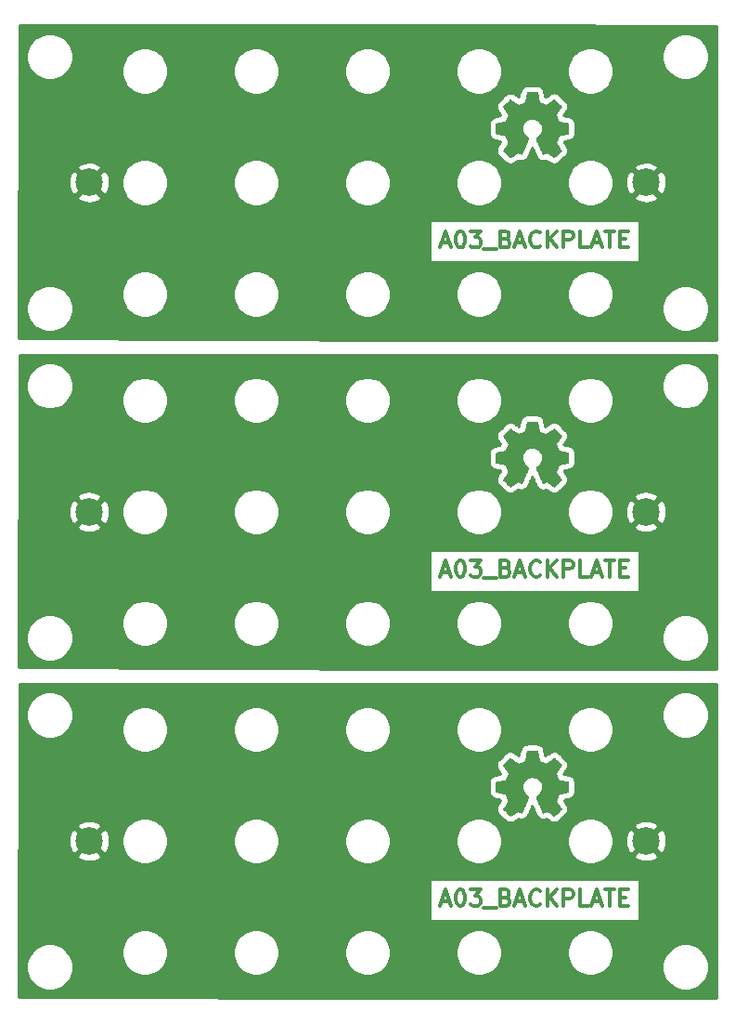
<source format=gbr>
G04 #@! TF.GenerationSoftware,KiCad,Pcbnew,5.1.5-52549c5~86~ubuntu18.04.1*
G04 #@! TF.CreationDate,2020-08-28T13:52:30-05:00*
G04 #@! TF.ProjectId,,58585858-5858-4585-9858-585858585858,rev?*
G04 #@! TF.SameCoordinates,Original*
G04 #@! TF.FileFunction,Copper,L1,Top*
G04 #@! TF.FilePolarity,Positive*
%FSLAX46Y46*%
G04 Gerber Fmt 4.6, Leading zero omitted, Abs format (unit mm)*
G04 Created by KiCad (PCBNEW 5.1.5-52549c5~86~ubuntu18.04.1) date 2020-08-28 13:52:30*
%MOMM*%
%LPD*%
G04 APERTURE LIST*
%ADD10C,0.300000*%
%ADD11C,0.010000*%
%ADD12C,2.499360*%
%ADD13C,0.254000*%
G04 APERTURE END LIST*
D10*
X137829400Y-136983400D02*
X138543685Y-136983400D01*
X137686542Y-137411971D02*
X138186542Y-135911971D01*
X138686542Y-137411971D01*
X139472257Y-135911971D02*
X139615114Y-135911971D01*
X139757971Y-135983400D01*
X139829400Y-136054828D01*
X139900828Y-136197685D01*
X139972257Y-136483400D01*
X139972257Y-136840542D01*
X139900828Y-137126257D01*
X139829400Y-137269114D01*
X139757971Y-137340542D01*
X139615114Y-137411971D01*
X139472257Y-137411971D01*
X139329400Y-137340542D01*
X139257971Y-137269114D01*
X139186542Y-137126257D01*
X139115114Y-136840542D01*
X139115114Y-136483400D01*
X139186542Y-136197685D01*
X139257971Y-136054828D01*
X139329400Y-135983400D01*
X139472257Y-135911971D01*
X140472257Y-135911971D02*
X141400828Y-135911971D01*
X140900828Y-136483400D01*
X141115114Y-136483400D01*
X141257971Y-136554828D01*
X141329400Y-136626257D01*
X141400828Y-136769114D01*
X141400828Y-137126257D01*
X141329400Y-137269114D01*
X141257971Y-137340542D01*
X141115114Y-137411971D01*
X140686542Y-137411971D01*
X140543685Y-137340542D01*
X140472257Y-137269114D01*
X141686542Y-137554828D02*
X142829400Y-137554828D01*
X143686542Y-136626257D02*
X143900828Y-136697685D01*
X143972257Y-136769114D01*
X144043685Y-136911971D01*
X144043685Y-137126257D01*
X143972257Y-137269114D01*
X143900828Y-137340542D01*
X143757971Y-137411971D01*
X143186542Y-137411971D01*
X143186542Y-135911971D01*
X143686542Y-135911971D01*
X143829400Y-135983400D01*
X143900828Y-136054828D01*
X143972257Y-136197685D01*
X143972257Y-136340542D01*
X143900828Y-136483400D01*
X143829400Y-136554828D01*
X143686542Y-136626257D01*
X143186542Y-136626257D01*
X144615114Y-136983400D02*
X145329400Y-136983400D01*
X144472257Y-137411971D02*
X144972257Y-135911971D01*
X145472257Y-137411971D01*
X146829400Y-137269114D02*
X146757971Y-137340542D01*
X146543685Y-137411971D01*
X146400828Y-137411971D01*
X146186542Y-137340542D01*
X146043685Y-137197685D01*
X145972257Y-137054828D01*
X145900828Y-136769114D01*
X145900828Y-136554828D01*
X145972257Y-136269114D01*
X146043685Y-136126257D01*
X146186542Y-135983400D01*
X146400828Y-135911971D01*
X146543685Y-135911971D01*
X146757971Y-135983400D01*
X146829400Y-136054828D01*
X147472257Y-137411971D02*
X147472257Y-135911971D01*
X148329400Y-137411971D02*
X147686542Y-136554828D01*
X148329400Y-135911971D02*
X147472257Y-136769114D01*
X148972257Y-137411971D02*
X148972257Y-135911971D01*
X149543685Y-135911971D01*
X149686542Y-135983400D01*
X149757971Y-136054828D01*
X149829400Y-136197685D01*
X149829400Y-136411971D01*
X149757971Y-136554828D01*
X149686542Y-136626257D01*
X149543685Y-136697685D01*
X148972257Y-136697685D01*
X151186542Y-137411971D02*
X150472257Y-137411971D01*
X150472257Y-135911971D01*
X151615114Y-136983400D02*
X152329400Y-136983400D01*
X151472257Y-137411971D02*
X151972257Y-135911971D01*
X152472257Y-137411971D01*
X152757971Y-135911971D02*
X153615114Y-135911971D01*
X153186542Y-137411971D02*
X153186542Y-135911971D01*
X154115114Y-136626257D02*
X154615114Y-136626257D01*
X154829400Y-137411971D02*
X154115114Y-137411971D01*
X154115114Y-135911971D01*
X154829400Y-135911971D01*
X137829400Y-106983400D02*
X138543685Y-106983400D01*
X137686542Y-107411971D02*
X138186542Y-105911971D01*
X138686542Y-107411971D01*
X139472257Y-105911971D02*
X139615114Y-105911971D01*
X139757971Y-105983400D01*
X139829400Y-106054828D01*
X139900828Y-106197685D01*
X139972257Y-106483400D01*
X139972257Y-106840542D01*
X139900828Y-107126257D01*
X139829400Y-107269114D01*
X139757971Y-107340542D01*
X139615114Y-107411971D01*
X139472257Y-107411971D01*
X139329400Y-107340542D01*
X139257971Y-107269114D01*
X139186542Y-107126257D01*
X139115114Y-106840542D01*
X139115114Y-106483400D01*
X139186542Y-106197685D01*
X139257971Y-106054828D01*
X139329400Y-105983400D01*
X139472257Y-105911971D01*
X140472257Y-105911971D02*
X141400828Y-105911971D01*
X140900828Y-106483400D01*
X141115114Y-106483400D01*
X141257971Y-106554828D01*
X141329400Y-106626257D01*
X141400828Y-106769114D01*
X141400828Y-107126257D01*
X141329400Y-107269114D01*
X141257971Y-107340542D01*
X141115114Y-107411971D01*
X140686542Y-107411971D01*
X140543685Y-107340542D01*
X140472257Y-107269114D01*
X141686542Y-107554828D02*
X142829400Y-107554828D01*
X143686542Y-106626257D02*
X143900828Y-106697685D01*
X143972257Y-106769114D01*
X144043685Y-106911971D01*
X144043685Y-107126257D01*
X143972257Y-107269114D01*
X143900828Y-107340542D01*
X143757971Y-107411971D01*
X143186542Y-107411971D01*
X143186542Y-105911971D01*
X143686542Y-105911971D01*
X143829400Y-105983400D01*
X143900828Y-106054828D01*
X143972257Y-106197685D01*
X143972257Y-106340542D01*
X143900828Y-106483400D01*
X143829400Y-106554828D01*
X143686542Y-106626257D01*
X143186542Y-106626257D01*
X144615114Y-106983400D02*
X145329400Y-106983400D01*
X144472257Y-107411971D02*
X144972257Y-105911971D01*
X145472257Y-107411971D01*
X146829400Y-107269114D02*
X146757971Y-107340542D01*
X146543685Y-107411971D01*
X146400828Y-107411971D01*
X146186542Y-107340542D01*
X146043685Y-107197685D01*
X145972257Y-107054828D01*
X145900828Y-106769114D01*
X145900828Y-106554828D01*
X145972257Y-106269114D01*
X146043685Y-106126257D01*
X146186542Y-105983400D01*
X146400828Y-105911971D01*
X146543685Y-105911971D01*
X146757971Y-105983400D01*
X146829400Y-106054828D01*
X147472257Y-107411971D02*
X147472257Y-105911971D01*
X148329400Y-107411971D02*
X147686542Y-106554828D01*
X148329400Y-105911971D02*
X147472257Y-106769114D01*
X148972257Y-107411971D02*
X148972257Y-105911971D01*
X149543685Y-105911971D01*
X149686542Y-105983400D01*
X149757971Y-106054828D01*
X149829400Y-106197685D01*
X149829400Y-106411971D01*
X149757971Y-106554828D01*
X149686542Y-106626257D01*
X149543685Y-106697685D01*
X148972257Y-106697685D01*
X151186542Y-107411971D02*
X150472257Y-107411971D01*
X150472257Y-105911971D01*
X151615114Y-106983400D02*
X152329400Y-106983400D01*
X151472257Y-107411971D02*
X151972257Y-105911971D01*
X152472257Y-107411971D01*
X152757971Y-105911971D02*
X153615114Y-105911971D01*
X153186542Y-107411971D02*
X153186542Y-105911971D01*
X154115114Y-106626257D02*
X154615114Y-106626257D01*
X154829400Y-107411971D02*
X154115114Y-107411971D01*
X154115114Y-105911971D01*
X154829400Y-105911971D01*
X137829400Y-76983400D02*
X138543685Y-76983400D01*
X137686542Y-77411971D02*
X138186542Y-75911971D01*
X138686542Y-77411971D01*
X139472257Y-75911971D02*
X139615114Y-75911971D01*
X139757971Y-75983400D01*
X139829400Y-76054828D01*
X139900828Y-76197685D01*
X139972257Y-76483400D01*
X139972257Y-76840542D01*
X139900828Y-77126257D01*
X139829400Y-77269114D01*
X139757971Y-77340542D01*
X139615114Y-77411971D01*
X139472257Y-77411971D01*
X139329400Y-77340542D01*
X139257971Y-77269114D01*
X139186542Y-77126257D01*
X139115114Y-76840542D01*
X139115114Y-76483400D01*
X139186542Y-76197685D01*
X139257971Y-76054828D01*
X139329400Y-75983400D01*
X139472257Y-75911971D01*
X140472257Y-75911971D02*
X141400828Y-75911971D01*
X140900828Y-76483400D01*
X141115114Y-76483400D01*
X141257971Y-76554828D01*
X141329400Y-76626257D01*
X141400828Y-76769114D01*
X141400828Y-77126257D01*
X141329400Y-77269114D01*
X141257971Y-77340542D01*
X141115114Y-77411971D01*
X140686542Y-77411971D01*
X140543685Y-77340542D01*
X140472257Y-77269114D01*
X141686542Y-77554828D02*
X142829400Y-77554828D01*
X143686542Y-76626257D02*
X143900828Y-76697685D01*
X143972257Y-76769114D01*
X144043685Y-76911971D01*
X144043685Y-77126257D01*
X143972257Y-77269114D01*
X143900828Y-77340542D01*
X143757971Y-77411971D01*
X143186542Y-77411971D01*
X143186542Y-75911971D01*
X143686542Y-75911971D01*
X143829400Y-75983400D01*
X143900828Y-76054828D01*
X143972257Y-76197685D01*
X143972257Y-76340542D01*
X143900828Y-76483400D01*
X143829400Y-76554828D01*
X143686542Y-76626257D01*
X143186542Y-76626257D01*
X144615114Y-76983400D02*
X145329400Y-76983400D01*
X144472257Y-77411971D02*
X144972257Y-75911971D01*
X145472257Y-77411971D01*
X146829400Y-77269114D02*
X146757971Y-77340542D01*
X146543685Y-77411971D01*
X146400828Y-77411971D01*
X146186542Y-77340542D01*
X146043685Y-77197685D01*
X145972257Y-77054828D01*
X145900828Y-76769114D01*
X145900828Y-76554828D01*
X145972257Y-76269114D01*
X146043685Y-76126257D01*
X146186542Y-75983400D01*
X146400828Y-75911971D01*
X146543685Y-75911971D01*
X146757971Y-75983400D01*
X146829400Y-76054828D01*
X147472257Y-77411971D02*
X147472257Y-75911971D01*
X148329400Y-77411971D02*
X147686542Y-76554828D01*
X148329400Y-75911971D02*
X147472257Y-76769114D01*
X148972257Y-77411971D02*
X148972257Y-75911971D01*
X149543685Y-75911971D01*
X149686542Y-75983400D01*
X149757971Y-76054828D01*
X149829400Y-76197685D01*
X149829400Y-76411971D01*
X149757971Y-76554828D01*
X149686542Y-76626257D01*
X149543685Y-76697685D01*
X148972257Y-76697685D01*
X151186542Y-77411971D02*
X150472257Y-77411971D01*
X150472257Y-75911971D01*
X151615114Y-76983400D02*
X152329400Y-76983400D01*
X151472257Y-77411971D02*
X151972257Y-75911971D01*
X152472257Y-77411971D01*
X152757971Y-75911971D02*
X153615114Y-75911971D01*
X153186542Y-77411971D02*
X153186542Y-75911971D01*
X154115114Y-76626257D02*
X154615114Y-76626257D01*
X154829400Y-77411971D02*
X154115114Y-77411971D01*
X154115114Y-75911971D01*
X154829400Y-75911971D01*
D11*
G36*
X146631214Y-123712131D02*
G01*
X146715035Y-124156755D01*
X147024320Y-124284253D01*
X147333606Y-124411751D01*
X147704646Y-124159446D01*
X147808557Y-124089196D01*
X147902487Y-124026472D01*
X147982052Y-123974138D01*
X148042870Y-123935057D01*
X148080557Y-123912093D01*
X148090821Y-123907142D01*
X148109310Y-123919876D01*
X148148820Y-123955082D01*
X148204922Y-124008262D01*
X148273187Y-124074918D01*
X148349186Y-124150554D01*
X148428492Y-124230672D01*
X148506675Y-124310774D01*
X148579307Y-124386364D01*
X148641959Y-124452945D01*
X148690203Y-124506018D01*
X148719610Y-124541087D01*
X148726641Y-124552823D01*
X148716523Y-124574460D01*
X148688159Y-124621862D01*
X148644529Y-124690393D01*
X148588618Y-124775415D01*
X148523406Y-124872293D01*
X148485619Y-124927550D01*
X148416743Y-125028448D01*
X148355540Y-125119499D01*
X148304978Y-125196170D01*
X148268028Y-125253928D01*
X148247658Y-125288243D01*
X148244597Y-125295454D01*
X148251536Y-125315948D01*
X148270451Y-125363713D01*
X148298487Y-125432032D01*
X148332791Y-125514189D01*
X148370509Y-125603470D01*
X148408787Y-125693158D01*
X148444770Y-125776538D01*
X148475606Y-125846894D01*
X148498439Y-125897510D01*
X148510417Y-125921671D01*
X148511124Y-125922622D01*
X148529931Y-125927236D01*
X148580018Y-125937528D01*
X148656193Y-125952487D01*
X148753265Y-125971101D01*
X148866043Y-125992359D01*
X148931842Y-126004618D01*
X149052350Y-126027562D01*
X149161197Y-126049395D01*
X149252876Y-126068922D01*
X149321881Y-126084948D01*
X149362704Y-126096279D01*
X149370911Y-126099874D01*
X149378948Y-126124206D01*
X149385433Y-126179159D01*
X149390370Y-126258308D01*
X149393764Y-126355226D01*
X149395618Y-126463487D01*
X149395938Y-126576665D01*
X149394727Y-126688335D01*
X149391990Y-126792068D01*
X149387731Y-126881441D01*
X149381955Y-126950026D01*
X149374667Y-126991397D01*
X149370295Y-127000010D01*
X149344164Y-127010333D01*
X149288793Y-127025092D01*
X149211507Y-127042552D01*
X149119630Y-127060980D01*
X149087558Y-127066941D01*
X148932924Y-127095266D01*
X148810775Y-127118076D01*
X148717073Y-127136280D01*
X148647784Y-127150783D01*
X148598871Y-127162492D01*
X148566297Y-127172315D01*
X148546028Y-127181156D01*
X148534026Y-127189924D01*
X148532347Y-127191657D01*
X148515584Y-127219571D01*
X148490014Y-127273895D01*
X148458188Y-127347977D01*
X148422660Y-127435165D01*
X148385983Y-127528808D01*
X148350711Y-127622252D01*
X148319396Y-127708847D01*
X148294593Y-127781940D01*
X148278854Y-127834878D01*
X148274732Y-127861011D01*
X148275076Y-127861926D01*
X148289041Y-127883286D01*
X148320722Y-127930284D01*
X148366791Y-127998027D01*
X148423918Y-128081623D01*
X148488773Y-128176182D01*
X148507243Y-128203054D01*
X148573099Y-128300475D01*
X148631050Y-128389363D01*
X148677938Y-128464612D01*
X148710607Y-128521120D01*
X148725900Y-128553781D01*
X148726641Y-128557793D01*
X148713792Y-128578884D01*
X148678288Y-128620664D01*
X148624693Y-128678645D01*
X148557571Y-128748335D01*
X148481487Y-128825245D01*
X148401004Y-128904883D01*
X148320687Y-128982761D01*
X148245099Y-129054386D01*
X148178805Y-129115270D01*
X148126369Y-129160921D01*
X148092355Y-129186850D01*
X148082945Y-129191083D01*
X148061043Y-129181112D01*
X148016200Y-129154220D01*
X147955721Y-129114936D01*
X147909189Y-129083317D01*
X147824875Y-129025298D01*
X147725026Y-128956984D01*
X147624873Y-128888779D01*
X147571027Y-128852275D01*
X147388771Y-128729000D01*
X147235781Y-128811720D01*
X147166082Y-128847959D01*
X147106814Y-128876126D01*
X147066711Y-128892191D01*
X147056503Y-128894426D01*
X147044229Y-128877922D01*
X147020013Y-128831282D01*
X146985663Y-128758809D01*
X146942988Y-128664806D01*
X146893794Y-128553574D01*
X146839890Y-128429415D01*
X146783084Y-128296632D01*
X146725182Y-128159527D01*
X146667993Y-128022402D01*
X146613324Y-127889558D01*
X146562984Y-127765298D01*
X146518780Y-127653925D01*
X146482519Y-127559739D01*
X146456009Y-127487044D01*
X146441058Y-127440141D01*
X146438654Y-127424033D01*
X146457711Y-127403486D01*
X146499436Y-127370133D01*
X146555106Y-127330902D01*
X146559778Y-127327799D01*
X146703664Y-127212623D01*
X146819683Y-127078253D01*
X146906830Y-126928984D01*
X146964099Y-126769113D01*
X146990486Y-126602937D01*
X146984985Y-126434752D01*
X146946590Y-126268855D01*
X146874295Y-126109542D01*
X146853026Y-126074687D01*
X146742396Y-125933937D01*
X146611702Y-125820914D01*
X146465464Y-125736203D01*
X146308208Y-125680394D01*
X146144457Y-125654074D01*
X145978733Y-125657830D01*
X145815562Y-125692250D01*
X145659465Y-125757923D01*
X145514967Y-125855435D01*
X145470269Y-125895013D01*
X145356512Y-126018903D01*
X145273618Y-126149324D01*
X145216756Y-126295515D01*
X145185087Y-126440288D01*
X145177269Y-126603060D01*
X145203338Y-126766640D01*
X145260645Y-126925498D01*
X145346544Y-127074106D01*
X145458386Y-127206935D01*
X145593523Y-127318456D01*
X145611283Y-127330211D01*
X145667550Y-127368708D01*
X145710323Y-127402063D01*
X145730772Y-127423360D01*
X145731069Y-127424033D01*
X145726679Y-127447071D01*
X145709276Y-127499357D01*
X145680668Y-127576590D01*
X145642665Y-127674468D01*
X145597074Y-127788691D01*
X145545703Y-127914958D01*
X145490362Y-128048967D01*
X145432858Y-128186418D01*
X145375001Y-128323008D01*
X145318598Y-128454437D01*
X145265458Y-128576405D01*
X145217390Y-128684609D01*
X145176201Y-128774749D01*
X145143701Y-128842523D01*
X145121697Y-128883630D01*
X145112836Y-128894426D01*
X145085760Y-128886019D01*
X145035097Y-128863472D01*
X144969583Y-128830813D01*
X144933559Y-128811720D01*
X144780568Y-128729000D01*
X144598312Y-128852275D01*
X144505275Y-128915428D01*
X144403415Y-128984927D01*
X144307962Y-129050365D01*
X144260150Y-129083317D01*
X144192905Y-129128473D01*
X144135964Y-129164257D01*
X144096754Y-129186138D01*
X144084019Y-129190763D01*
X144065483Y-129178285D01*
X144024459Y-129143452D01*
X143964925Y-129089878D01*
X143890858Y-129021183D01*
X143806235Y-128940981D01*
X143752715Y-128889486D01*
X143659081Y-128797486D01*
X143578159Y-128715199D01*
X143513223Y-128646145D01*
X143467542Y-128593844D01*
X143444389Y-128561816D01*
X143442168Y-128555316D01*
X143452476Y-128530594D01*
X143480961Y-128480605D01*
X143524463Y-128410412D01*
X143579823Y-128325075D01*
X143643880Y-128229656D01*
X143662097Y-128203054D01*
X143728473Y-128106367D01*
X143788022Y-128019317D01*
X143837416Y-127946795D01*
X143873325Y-127893693D01*
X143892419Y-127864903D01*
X143894264Y-127861926D01*
X143891505Y-127838982D01*
X143876862Y-127788536D01*
X143852887Y-127717241D01*
X143822134Y-127631747D01*
X143787156Y-127538707D01*
X143750507Y-127444774D01*
X143714739Y-127356599D01*
X143682406Y-127280834D01*
X143656062Y-127224131D01*
X143638258Y-127193143D01*
X143636993Y-127191657D01*
X143626106Y-127182801D01*
X143607718Y-127174043D01*
X143577794Y-127164477D01*
X143532297Y-127153196D01*
X143467191Y-127139293D01*
X143378439Y-127121863D01*
X143262007Y-127099998D01*
X143113858Y-127072791D01*
X143081782Y-127066941D01*
X142986714Y-127048574D01*
X142903835Y-127030605D01*
X142840470Y-127014769D01*
X142803942Y-127002800D01*
X142799044Y-127000010D01*
X142790973Y-126975272D01*
X142784413Y-126919990D01*
X142779367Y-126840589D01*
X142775841Y-126743496D01*
X142773839Y-126635138D01*
X142773364Y-126521940D01*
X142774423Y-126410328D01*
X142777018Y-126306729D01*
X142781154Y-126217568D01*
X142786837Y-126149272D01*
X142794069Y-126108266D01*
X142798429Y-126099874D01*
X142822702Y-126091408D01*
X142877974Y-126077635D01*
X142958738Y-126059750D01*
X143059488Y-126038948D01*
X143174717Y-126016423D01*
X143237498Y-126004618D01*
X143356613Y-125982351D01*
X143462835Y-125962179D01*
X143550973Y-125945115D01*
X143615834Y-125932169D01*
X143652226Y-125924355D01*
X143658216Y-125922622D01*
X143668339Y-125903090D01*
X143689738Y-125856043D01*
X143719561Y-125788203D01*
X143754955Y-125706291D01*
X143793068Y-125617028D01*
X143831047Y-125527135D01*
X143866040Y-125443335D01*
X143895194Y-125372347D01*
X143915657Y-125320894D01*
X143924577Y-125295697D01*
X143924743Y-125294596D01*
X143914631Y-125274719D01*
X143886283Y-125228977D01*
X143842677Y-125161917D01*
X143786794Y-125078084D01*
X143721613Y-124982026D01*
X143683721Y-124926850D01*
X143614675Y-124825681D01*
X143553350Y-124733830D01*
X143502737Y-124655944D01*
X143465829Y-124596669D01*
X143445618Y-124560651D01*
X143442699Y-124552577D01*
X143455247Y-124533784D01*
X143489937Y-124493657D01*
X143542337Y-124436693D01*
X143608016Y-124367385D01*
X143682544Y-124290231D01*
X143761487Y-124209725D01*
X143840417Y-124130363D01*
X143914900Y-124056640D01*
X143980506Y-123993052D01*
X144032804Y-123944094D01*
X144067361Y-123914261D01*
X144078922Y-123907142D01*
X144097746Y-123917153D01*
X144142769Y-123945278D01*
X144209613Y-123988654D01*
X144293901Y-124044418D01*
X144391256Y-124109706D01*
X144464693Y-124159446D01*
X144835733Y-124411751D01*
X145454305Y-124156755D01*
X145538125Y-123712131D01*
X145621946Y-123267507D01*
X146547394Y-123267507D01*
X146631214Y-123712131D01*
G37*
X146631214Y-123712131D02*
X146715035Y-124156755D01*
X147024320Y-124284253D01*
X147333606Y-124411751D01*
X147704646Y-124159446D01*
X147808557Y-124089196D01*
X147902487Y-124026472D01*
X147982052Y-123974138D01*
X148042870Y-123935057D01*
X148080557Y-123912093D01*
X148090821Y-123907142D01*
X148109310Y-123919876D01*
X148148820Y-123955082D01*
X148204922Y-124008262D01*
X148273187Y-124074918D01*
X148349186Y-124150554D01*
X148428492Y-124230672D01*
X148506675Y-124310774D01*
X148579307Y-124386364D01*
X148641959Y-124452945D01*
X148690203Y-124506018D01*
X148719610Y-124541087D01*
X148726641Y-124552823D01*
X148716523Y-124574460D01*
X148688159Y-124621862D01*
X148644529Y-124690393D01*
X148588618Y-124775415D01*
X148523406Y-124872293D01*
X148485619Y-124927550D01*
X148416743Y-125028448D01*
X148355540Y-125119499D01*
X148304978Y-125196170D01*
X148268028Y-125253928D01*
X148247658Y-125288243D01*
X148244597Y-125295454D01*
X148251536Y-125315948D01*
X148270451Y-125363713D01*
X148298487Y-125432032D01*
X148332791Y-125514189D01*
X148370509Y-125603470D01*
X148408787Y-125693158D01*
X148444770Y-125776538D01*
X148475606Y-125846894D01*
X148498439Y-125897510D01*
X148510417Y-125921671D01*
X148511124Y-125922622D01*
X148529931Y-125927236D01*
X148580018Y-125937528D01*
X148656193Y-125952487D01*
X148753265Y-125971101D01*
X148866043Y-125992359D01*
X148931842Y-126004618D01*
X149052350Y-126027562D01*
X149161197Y-126049395D01*
X149252876Y-126068922D01*
X149321881Y-126084948D01*
X149362704Y-126096279D01*
X149370911Y-126099874D01*
X149378948Y-126124206D01*
X149385433Y-126179159D01*
X149390370Y-126258308D01*
X149393764Y-126355226D01*
X149395618Y-126463487D01*
X149395938Y-126576665D01*
X149394727Y-126688335D01*
X149391990Y-126792068D01*
X149387731Y-126881441D01*
X149381955Y-126950026D01*
X149374667Y-126991397D01*
X149370295Y-127000010D01*
X149344164Y-127010333D01*
X149288793Y-127025092D01*
X149211507Y-127042552D01*
X149119630Y-127060980D01*
X149087558Y-127066941D01*
X148932924Y-127095266D01*
X148810775Y-127118076D01*
X148717073Y-127136280D01*
X148647784Y-127150783D01*
X148598871Y-127162492D01*
X148566297Y-127172315D01*
X148546028Y-127181156D01*
X148534026Y-127189924D01*
X148532347Y-127191657D01*
X148515584Y-127219571D01*
X148490014Y-127273895D01*
X148458188Y-127347977D01*
X148422660Y-127435165D01*
X148385983Y-127528808D01*
X148350711Y-127622252D01*
X148319396Y-127708847D01*
X148294593Y-127781940D01*
X148278854Y-127834878D01*
X148274732Y-127861011D01*
X148275076Y-127861926D01*
X148289041Y-127883286D01*
X148320722Y-127930284D01*
X148366791Y-127998027D01*
X148423918Y-128081623D01*
X148488773Y-128176182D01*
X148507243Y-128203054D01*
X148573099Y-128300475D01*
X148631050Y-128389363D01*
X148677938Y-128464612D01*
X148710607Y-128521120D01*
X148725900Y-128553781D01*
X148726641Y-128557793D01*
X148713792Y-128578884D01*
X148678288Y-128620664D01*
X148624693Y-128678645D01*
X148557571Y-128748335D01*
X148481487Y-128825245D01*
X148401004Y-128904883D01*
X148320687Y-128982761D01*
X148245099Y-129054386D01*
X148178805Y-129115270D01*
X148126369Y-129160921D01*
X148092355Y-129186850D01*
X148082945Y-129191083D01*
X148061043Y-129181112D01*
X148016200Y-129154220D01*
X147955721Y-129114936D01*
X147909189Y-129083317D01*
X147824875Y-129025298D01*
X147725026Y-128956984D01*
X147624873Y-128888779D01*
X147571027Y-128852275D01*
X147388771Y-128729000D01*
X147235781Y-128811720D01*
X147166082Y-128847959D01*
X147106814Y-128876126D01*
X147066711Y-128892191D01*
X147056503Y-128894426D01*
X147044229Y-128877922D01*
X147020013Y-128831282D01*
X146985663Y-128758809D01*
X146942988Y-128664806D01*
X146893794Y-128553574D01*
X146839890Y-128429415D01*
X146783084Y-128296632D01*
X146725182Y-128159527D01*
X146667993Y-128022402D01*
X146613324Y-127889558D01*
X146562984Y-127765298D01*
X146518780Y-127653925D01*
X146482519Y-127559739D01*
X146456009Y-127487044D01*
X146441058Y-127440141D01*
X146438654Y-127424033D01*
X146457711Y-127403486D01*
X146499436Y-127370133D01*
X146555106Y-127330902D01*
X146559778Y-127327799D01*
X146703664Y-127212623D01*
X146819683Y-127078253D01*
X146906830Y-126928984D01*
X146964099Y-126769113D01*
X146990486Y-126602937D01*
X146984985Y-126434752D01*
X146946590Y-126268855D01*
X146874295Y-126109542D01*
X146853026Y-126074687D01*
X146742396Y-125933937D01*
X146611702Y-125820914D01*
X146465464Y-125736203D01*
X146308208Y-125680394D01*
X146144457Y-125654074D01*
X145978733Y-125657830D01*
X145815562Y-125692250D01*
X145659465Y-125757923D01*
X145514967Y-125855435D01*
X145470269Y-125895013D01*
X145356512Y-126018903D01*
X145273618Y-126149324D01*
X145216756Y-126295515D01*
X145185087Y-126440288D01*
X145177269Y-126603060D01*
X145203338Y-126766640D01*
X145260645Y-126925498D01*
X145346544Y-127074106D01*
X145458386Y-127206935D01*
X145593523Y-127318456D01*
X145611283Y-127330211D01*
X145667550Y-127368708D01*
X145710323Y-127402063D01*
X145730772Y-127423360D01*
X145731069Y-127424033D01*
X145726679Y-127447071D01*
X145709276Y-127499357D01*
X145680668Y-127576590D01*
X145642665Y-127674468D01*
X145597074Y-127788691D01*
X145545703Y-127914958D01*
X145490362Y-128048967D01*
X145432858Y-128186418D01*
X145375001Y-128323008D01*
X145318598Y-128454437D01*
X145265458Y-128576405D01*
X145217390Y-128684609D01*
X145176201Y-128774749D01*
X145143701Y-128842523D01*
X145121697Y-128883630D01*
X145112836Y-128894426D01*
X145085760Y-128886019D01*
X145035097Y-128863472D01*
X144969583Y-128830813D01*
X144933559Y-128811720D01*
X144780568Y-128729000D01*
X144598312Y-128852275D01*
X144505275Y-128915428D01*
X144403415Y-128984927D01*
X144307962Y-129050365D01*
X144260150Y-129083317D01*
X144192905Y-129128473D01*
X144135964Y-129164257D01*
X144096754Y-129186138D01*
X144084019Y-129190763D01*
X144065483Y-129178285D01*
X144024459Y-129143452D01*
X143964925Y-129089878D01*
X143890858Y-129021183D01*
X143806235Y-128940981D01*
X143752715Y-128889486D01*
X143659081Y-128797486D01*
X143578159Y-128715199D01*
X143513223Y-128646145D01*
X143467542Y-128593844D01*
X143444389Y-128561816D01*
X143442168Y-128555316D01*
X143452476Y-128530594D01*
X143480961Y-128480605D01*
X143524463Y-128410412D01*
X143579823Y-128325075D01*
X143643880Y-128229656D01*
X143662097Y-128203054D01*
X143728473Y-128106367D01*
X143788022Y-128019317D01*
X143837416Y-127946795D01*
X143873325Y-127893693D01*
X143892419Y-127864903D01*
X143894264Y-127861926D01*
X143891505Y-127838982D01*
X143876862Y-127788536D01*
X143852887Y-127717241D01*
X143822134Y-127631747D01*
X143787156Y-127538707D01*
X143750507Y-127444774D01*
X143714739Y-127356599D01*
X143682406Y-127280834D01*
X143656062Y-127224131D01*
X143638258Y-127193143D01*
X143636993Y-127191657D01*
X143626106Y-127182801D01*
X143607718Y-127174043D01*
X143577794Y-127164477D01*
X143532297Y-127153196D01*
X143467191Y-127139293D01*
X143378439Y-127121863D01*
X143262007Y-127099998D01*
X143113858Y-127072791D01*
X143081782Y-127066941D01*
X142986714Y-127048574D01*
X142903835Y-127030605D01*
X142840470Y-127014769D01*
X142803942Y-127002800D01*
X142799044Y-127000010D01*
X142790973Y-126975272D01*
X142784413Y-126919990D01*
X142779367Y-126840589D01*
X142775841Y-126743496D01*
X142773839Y-126635138D01*
X142773364Y-126521940D01*
X142774423Y-126410328D01*
X142777018Y-126306729D01*
X142781154Y-126217568D01*
X142786837Y-126149272D01*
X142794069Y-126108266D01*
X142798429Y-126099874D01*
X142822702Y-126091408D01*
X142877974Y-126077635D01*
X142958738Y-126059750D01*
X143059488Y-126038948D01*
X143174717Y-126016423D01*
X143237498Y-126004618D01*
X143356613Y-125982351D01*
X143462835Y-125962179D01*
X143550973Y-125945115D01*
X143615834Y-125932169D01*
X143652226Y-125924355D01*
X143658216Y-125922622D01*
X143668339Y-125903090D01*
X143689738Y-125856043D01*
X143719561Y-125788203D01*
X143754955Y-125706291D01*
X143793068Y-125617028D01*
X143831047Y-125527135D01*
X143866040Y-125443335D01*
X143895194Y-125372347D01*
X143915657Y-125320894D01*
X143924577Y-125295697D01*
X143924743Y-125294596D01*
X143914631Y-125274719D01*
X143886283Y-125228977D01*
X143842677Y-125161917D01*
X143786794Y-125078084D01*
X143721613Y-124982026D01*
X143683721Y-124926850D01*
X143614675Y-124825681D01*
X143553350Y-124733830D01*
X143502737Y-124655944D01*
X143465829Y-124596669D01*
X143445618Y-124560651D01*
X143442699Y-124552577D01*
X143455247Y-124533784D01*
X143489937Y-124493657D01*
X143542337Y-124436693D01*
X143608016Y-124367385D01*
X143682544Y-124290231D01*
X143761487Y-124209725D01*
X143840417Y-124130363D01*
X143914900Y-124056640D01*
X143980506Y-123993052D01*
X144032804Y-123944094D01*
X144067361Y-123914261D01*
X144078922Y-123907142D01*
X144097746Y-123917153D01*
X144142769Y-123945278D01*
X144209613Y-123988654D01*
X144293901Y-124044418D01*
X144391256Y-124109706D01*
X144464693Y-124159446D01*
X144835733Y-124411751D01*
X145454305Y-124156755D01*
X145538125Y-123712131D01*
X145621946Y-123267507D01*
X146547394Y-123267507D01*
X146631214Y-123712131D01*
G36*
X146631214Y-93712131D02*
G01*
X146715035Y-94156755D01*
X147024320Y-94284253D01*
X147333606Y-94411751D01*
X147704646Y-94159446D01*
X147808557Y-94089196D01*
X147902487Y-94026472D01*
X147982052Y-93974138D01*
X148042870Y-93935057D01*
X148080557Y-93912093D01*
X148090821Y-93907142D01*
X148109310Y-93919876D01*
X148148820Y-93955082D01*
X148204922Y-94008262D01*
X148273187Y-94074918D01*
X148349186Y-94150554D01*
X148428492Y-94230672D01*
X148506675Y-94310774D01*
X148579307Y-94386364D01*
X148641959Y-94452945D01*
X148690203Y-94506018D01*
X148719610Y-94541087D01*
X148726641Y-94552823D01*
X148716523Y-94574460D01*
X148688159Y-94621862D01*
X148644529Y-94690393D01*
X148588618Y-94775415D01*
X148523406Y-94872293D01*
X148485619Y-94927550D01*
X148416743Y-95028448D01*
X148355540Y-95119499D01*
X148304978Y-95196170D01*
X148268028Y-95253928D01*
X148247658Y-95288243D01*
X148244597Y-95295454D01*
X148251536Y-95315948D01*
X148270451Y-95363713D01*
X148298487Y-95432032D01*
X148332791Y-95514189D01*
X148370509Y-95603470D01*
X148408787Y-95693158D01*
X148444770Y-95776538D01*
X148475606Y-95846894D01*
X148498439Y-95897510D01*
X148510417Y-95921671D01*
X148511124Y-95922622D01*
X148529931Y-95927236D01*
X148580018Y-95937528D01*
X148656193Y-95952487D01*
X148753265Y-95971101D01*
X148866043Y-95992359D01*
X148931842Y-96004618D01*
X149052350Y-96027562D01*
X149161197Y-96049395D01*
X149252876Y-96068922D01*
X149321881Y-96084948D01*
X149362704Y-96096279D01*
X149370911Y-96099874D01*
X149378948Y-96124206D01*
X149385433Y-96179159D01*
X149390370Y-96258308D01*
X149393764Y-96355226D01*
X149395618Y-96463487D01*
X149395938Y-96576665D01*
X149394727Y-96688335D01*
X149391990Y-96792068D01*
X149387731Y-96881441D01*
X149381955Y-96950026D01*
X149374667Y-96991397D01*
X149370295Y-97000010D01*
X149344164Y-97010333D01*
X149288793Y-97025092D01*
X149211507Y-97042552D01*
X149119630Y-97060980D01*
X149087558Y-97066941D01*
X148932924Y-97095266D01*
X148810775Y-97118076D01*
X148717073Y-97136280D01*
X148647784Y-97150783D01*
X148598871Y-97162492D01*
X148566297Y-97172315D01*
X148546028Y-97181156D01*
X148534026Y-97189924D01*
X148532347Y-97191657D01*
X148515584Y-97219571D01*
X148490014Y-97273895D01*
X148458188Y-97347977D01*
X148422660Y-97435165D01*
X148385983Y-97528808D01*
X148350711Y-97622252D01*
X148319396Y-97708847D01*
X148294593Y-97781940D01*
X148278854Y-97834878D01*
X148274732Y-97861011D01*
X148275076Y-97861926D01*
X148289041Y-97883286D01*
X148320722Y-97930284D01*
X148366791Y-97998027D01*
X148423918Y-98081623D01*
X148488773Y-98176182D01*
X148507243Y-98203054D01*
X148573099Y-98300475D01*
X148631050Y-98389363D01*
X148677938Y-98464612D01*
X148710607Y-98521120D01*
X148725900Y-98553781D01*
X148726641Y-98557793D01*
X148713792Y-98578884D01*
X148678288Y-98620664D01*
X148624693Y-98678645D01*
X148557571Y-98748335D01*
X148481487Y-98825245D01*
X148401004Y-98904883D01*
X148320687Y-98982761D01*
X148245099Y-99054386D01*
X148178805Y-99115270D01*
X148126369Y-99160921D01*
X148092355Y-99186850D01*
X148082945Y-99191083D01*
X148061043Y-99181112D01*
X148016200Y-99154220D01*
X147955721Y-99114936D01*
X147909189Y-99083317D01*
X147824875Y-99025298D01*
X147725026Y-98956984D01*
X147624873Y-98888779D01*
X147571027Y-98852275D01*
X147388771Y-98729000D01*
X147235781Y-98811720D01*
X147166082Y-98847959D01*
X147106814Y-98876126D01*
X147066711Y-98892191D01*
X147056503Y-98894426D01*
X147044229Y-98877922D01*
X147020013Y-98831282D01*
X146985663Y-98758809D01*
X146942988Y-98664806D01*
X146893794Y-98553574D01*
X146839890Y-98429415D01*
X146783084Y-98296632D01*
X146725182Y-98159527D01*
X146667993Y-98022402D01*
X146613324Y-97889558D01*
X146562984Y-97765298D01*
X146518780Y-97653925D01*
X146482519Y-97559739D01*
X146456009Y-97487044D01*
X146441058Y-97440141D01*
X146438654Y-97424033D01*
X146457711Y-97403486D01*
X146499436Y-97370133D01*
X146555106Y-97330902D01*
X146559778Y-97327799D01*
X146703664Y-97212623D01*
X146819683Y-97078253D01*
X146906830Y-96928984D01*
X146964099Y-96769113D01*
X146990486Y-96602937D01*
X146984985Y-96434752D01*
X146946590Y-96268855D01*
X146874295Y-96109542D01*
X146853026Y-96074687D01*
X146742396Y-95933937D01*
X146611702Y-95820914D01*
X146465464Y-95736203D01*
X146308208Y-95680394D01*
X146144457Y-95654074D01*
X145978733Y-95657830D01*
X145815562Y-95692250D01*
X145659465Y-95757923D01*
X145514967Y-95855435D01*
X145470269Y-95895013D01*
X145356512Y-96018903D01*
X145273618Y-96149324D01*
X145216756Y-96295515D01*
X145185087Y-96440288D01*
X145177269Y-96603060D01*
X145203338Y-96766640D01*
X145260645Y-96925498D01*
X145346544Y-97074106D01*
X145458386Y-97206935D01*
X145593523Y-97318456D01*
X145611283Y-97330211D01*
X145667550Y-97368708D01*
X145710323Y-97402063D01*
X145730772Y-97423360D01*
X145731069Y-97424033D01*
X145726679Y-97447071D01*
X145709276Y-97499357D01*
X145680668Y-97576590D01*
X145642665Y-97674468D01*
X145597074Y-97788691D01*
X145545703Y-97914958D01*
X145490362Y-98048967D01*
X145432858Y-98186418D01*
X145375001Y-98323008D01*
X145318598Y-98454437D01*
X145265458Y-98576405D01*
X145217390Y-98684609D01*
X145176201Y-98774749D01*
X145143701Y-98842523D01*
X145121697Y-98883630D01*
X145112836Y-98894426D01*
X145085760Y-98886019D01*
X145035097Y-98863472D01*
X144969583Y-98830813D01*
X144933559Y-98811720D01*
X144780568Y-98729000D01*
X144598312Y-98852275D01*
X144505275Y-98915428D01*
X144403415Y-98984927D01*
X144307962Y-99050365D01*
X144260150Y-99083317D01*
X144192905Y-99128473D01*
X144135964Y-99164257D01*
X144096754Y-99186138D01*
X144084019Y-99190763D01*
X144065483Y-99178285D01*
X144024459Y-99143452D01*
X143964925Y-99089878D01*
X143890858Y-99021183D01*
X143806235Y-98940981D01*
X143752715Y-98889486D01*
X143659081Y-98797486D01*
X143578159Y-98715199D01*
X143513223Y-98646145D01*
X143467542Y-98593844D01*
X143444389Y-98561816D01*
X143442168Y-98555316D01*
X143452476Y-98530594D01*
X143480961Y-98480605D01*
X143524463Y-98410412D01*
X143579823Y-98325075D01*
X143643880Y-98229656D01*
X143662097Y-98203054D01*
X143728473Y-98106367D01*
X143788022Y-98019317D01*
X143837416Y-97946795D01*
X143873325Y-97893693D01*
X143892419Y-97864903D01*
X143894264Y-97861926D01*
X143891505Y-97838982D01*
X143876862Y-97788536D01*
X143852887Y-97717241D01*
X143822134Y-97631747D01*
X143787156Y-97538707D01*
X143750507Y-97444774D01*
X143714739Y-97356599D01*
X143682406Y-97280834D01*
X143656062Y-97224131D01*
X143638258Y-97193143D01*
X143636993Y-97191657D01*
X143626106Y-97182801D01*
X143607718Y-97174043D01*
X143577794Y-97164477D01*
X143532297Y-97153196D01*
X143467191Y-97139293D01*
X143378439Y-97121863D01*
X143262007Y-97099998D01*
X143113858Y-97072791D01*
X143081782Y-97066941D01*
X142986714Y-97048574D01*
X142903835Y-97030605D01*
X142840470Y-97014769D01*
X142803942Y-97002800D01*
X142799044Y-97000010D01*
X142790973Y-96975272D01*
X142784413Y-96919990D01*
X142779367Y-96840589D01*
X142775841Y-96743496D01*
X142773839Y-96635138D01*
X142773364Y-96521940D01*
X142774423Y-96410328D01*
X142777018Y-96306729D01*
X142781154Y-96217568D01*
X142786837Y-96149272D01*
X142794069Y-96108266D01*
X142798429Y-96099874D01*
X142822702Y-96091408D01*
X142877974Y-96077635D01*
X142958738Y-96059750D01*
X143059488Y-96038948D01*
X143174717Y-96016423D01*
X143237498Y-96004618D01*
X143356613Y-95982351D01*
X143462835Y-95962179D01*
X143550973Y-95945115D01*
X143615834Y-95932169D01*
X143652226Y-95924355D01*
X143658216Y-95922622D01*
X143668339Y-95903090D01*
X143689738Y-95856043D01*
X143719561Y-95788203D01*
X143754955Y-95706291D01*
X143793068Y-95617028D01*
X143831047Y-95527135D01*
X143866040Y-95443335D01*
X143895194Y-95372347D01*
X143915657Y-95320894D01*
X143924577Y-95295697D01*
X143924743Y-95294596D01*
X143914631Y-95274719D01*
X143886283Y-95228977D01*
X143842677Y-95161917D01*
X143786794Y-95078084D01*
X143721613Y-94982026D01*
X143683721Y-94926850D01*
X143614675Y-94825681D01*
X143553350Y-94733830D01*
X143502737Y-94655944D01*
X143465829Y-94596669D01*
X143445618Y-94560651D01*
X143442699Y-94552577D01*
X143455247Y-94533784D01*
X143489937Y-94493657D01*
X143542337Y-94436693D01*
X143608016Y-94367385D01*
X143682544Y-94290231D01*
X143761487Y-94209725D01*
X143840417Y-94130363D01*
X143914900Y-94056640D01*
X143980506Y-93993052D01*
X144032804Y-93944094D01*
X144067361Y-93914261D01*
X144078922Y-93907142D01*
X144097746Y-93917153D01*
X144142769Y-93945278D01*
X144209613Y-93988654D01*
X144293901Y-94044418D01*
X144391256Y-94109706D01*
X144464693Y-94159446D01*
X144835733Y-94411751D01*
X145454305Y-94156755D01*
X145538125Y-93712131D01*
X145621946Y-93267507D01*
X146547394Y-93267507D01*
X146631214Y-93712131D01*
G37*
X146631214Y-93712131D02*
X146715035Y-94156755D01*
X147024320Y-94284253D01*
X147333606Y-94411751D01*
X147704646Y-94159446D01*
X147808557Y-94089196D01*
X147902487Y-94026472D01*
X147982052Y-93974138D01*
X148042870Y-93935057D01*
X148080557Y-93912093D01*
X148090821Y-93907142D01*
X148109310Y-93919876D01*
X148148820Y-93955082D01*
X148204922Y-94008262D01*
X148273187Y-94074918D01*
X148349186Y-94150554D01*
X148428492Y-94230672D01*
X148506675Y-94310774D01*
X148579307Y-94386364D01*
X148641959Y-94452945D01*
X148690203Y-94506018D01*
X148719610Y-94541087D01*
X148726641Y-94552823D01*
X148716523Y-94574460D01*
X148688159Y-94621862D01*
X148644529Y-94690393D01*
X148588618Y-94775415D01*
X148523406Y-94872293D01*
X148485619Y-94927550D01*
X148416743Y-95028448D01*
X148355540Y-95119499D01*
X148304978Y-95196170D01*
X148268028Y-95253928D01*
X148247658Y-95288243D01*
X148244597Y-95295454D01*
X148251536Y-95315948D01*
X148270451Y-95363713D01*
X148298487Y-95432032D01*
X148332791Y-95514189D01*
X148370509Y-95603470D01*
X148408787Y-95693158D01*
X148444770Y-95776538D01*
X148475606Y-95846894D01*
X148498439Y-95897510D01*
X148510417Y-95921671D01*
X148511124Y-95922622D01*
X148529931Y-95927236D01*
X148580018Y-95937528D01*
X148656193Y-95952487D01*
X148753265Y-95971101D01*
X148866043Y-95992359D01*
X148931842Y-96004618D01*
X149052350Y-96027562D01*
X149161197Y-96049395D01*
X149252876Y-96068922D01*
X149321881Y-96084948D01*
X149362704Y-96096279D01*
X149370911Y-96099874D01*
X149378948Y-96124206D01*
X149385433Y-96179159D01*
X149390370Y-96258308D01*
X149393764Y-96355226D01*
X149395618Y-96463487D01*
X149395938Y-96576665D01*
X149394727Y-96688335D01*
X149391990Y-96792068D01*
X149387731Y-96881441D01*
X149381955Y-96950026D01*
X149374667Y-96991397D01*
X149370295Y-97000010D01*
X149344164Y-97010333D01*
X149288793Y-97025092D01*
X149211507Y-97042552D01*
X149119630Y-97060980D01*
X149087558Y-97066941D01*
X148932924Y-97095266D01*
X148810775Y-97118076D01*
X148717073Y-97136280D01*
X148647784Y-97150783D01*
X148598871Y-97162492D01*
X148566297Y-97172315D01*
X148546028Y-97181156D01*
X148534026Y-97189924D01*
X148532347Y-97191657D01*
X148515584Y-97219571D01*
X148490014Y-97273895D01*
X148458188Y-97347977D01*
X148422660Y-97435165D01*
X148385983Y-97528808D01*
X148350711Y-97622252D01*
X148319396Y-97708847D01*
X148294593Y-97781940D01*
X148278854Y-97834878D01*
X148274732Y-97861011D01*
X148275076Y-97861926D01*
X148289041Y-97883286D01*
X148320722Y-97930284D01*
X148366791Y-97998027D01*
X148423918Y-98081623D01*
X148488773Y-98176182D01*
X148507243Y-98203054D01*
X148573099Y-98300475D01*
X148631050Y-98389363D01*
X148677938Y-98464612D01*
X148710607Y-98521120D01*
X148725900Y-98553781D01*
X148726641Y-98557793D01*
X148713792Y-98578884D01*
X148678288Y-98620664D01*
X148624693Y-98678645D01*
X148557571Y-98748335D01*
X148481487Y-98825245D01*
X148401004Y-98904883D01*
X148320687Y-98982761D01*
X148245099Y-99054386D01*
X148178805Y-99115270D01*
X148126369Y-99160921D01*
X148092355Y-99186850D01*
X148082945Y-99191083D01*
X148061043Y-99181112D01*
X148016200Y-99154220D01*
X147955721Y-99114936D01*
X147909189Y-99083317D01*
X147824875Y-99025298D01*
X147725026Y-98956984D01*
X147624873Y-98888779D01*
X147571027Y-98852275D01*
X147388771Y-98729000D01*
X147235781Y-98811720D01*
X147166082Y-98847959D01*
X147106814Y-98876126D01*
X147066711Y-98892191D01*
X147056503Y-98894426D01*
X147044229Y-98877922D01*
X147020013Y-98831282D01*
X146985663Y-98758809D01*
X146942988Y-98664806D01*
X146893794Y-98553574D01*
X146839890Y-98429415D01*
X146783084Y-98296632D01*
X146725182Y-98159527D01*
X146667993Y-98022402D01*
X146613324Y-97889558D01*
X146562984Y-97765298D01*
X146518780Y-97653925D01*
X146482519Y-97559739D01*
X146456009Y-97487044D01*
X146441058Y-97440141D01*
X146438654Y-97424033D01*
X146457711Y-97403486D01*
X146499436Y-97370133D01*
X146555106Y-97330902D01*
X146559778Y-97327799D01*
X146703664Y-97212623D01*
X146819683Y-97078253D01*
X146906830Y-96928984D01*
X146964099Y-96769113D01*
X146990486Y-96602937D01*
X146984985Y-96434752D01*
X146946590Y-96268855D01*
X146874295Y-96109542D01*
X146853026Y-96074687D01*
X146742396Y-95933937D01*
X146611702Y-95820914D01*
X146465464Y-95736203D01*
X146308208Y-95680394D01*
X146144457Y-95654074D01*
X145978733Y-95657830D01*
X145815562Y-95692250D01*
X145659465Y-95757923D01*
X145514967Y-95855435D01*
X145470269Y-95895013D01*
X145356512Y-96018903D01*
X145273618Y-96149324D01*
X145216756Y-96295515D01*
X145185087Y-96440288D01*
X145177269Y-96603060D01*
X145203338Y-96766640D01*
X145260645Y-96925498D01*
X145346544Y-97074106D01*
X145458386Y-97206935D01*
X145593523Y-97318456D01*
X145611283Y-97330211D01*
X145667550Y-97368708D01*
X145710323Y-97402063D01*
X145730772Y-97423360D01*
X145731069Y-97424033D01*
X145726679Y-97447071D01*
X145709276Y-97499357D01*
X145680668Y-97576590D01*
X145642665Y-97674468D01*
X145597074Y-97788691D01*
X145545703Y-97914958D01*
X145490362Y-98048967D01*
X145432858Y-98186418D01*
X145375001Y-98323008D01*
X145318598Y-98454437D01*
X145265458Y-98576405D01*
X145217390Y-98684609D01*
X145176201Y-98774749D01*
X145143701Y-98842523D01*
X145121697Y-98883630D01*
X145112836Y-98894426D01*
X145085760Y-98886019D01*
X145035097Y-98863472D01*
X144969583Y-98830813D01*
X144933559Y-98811720D01*
X144780568Y-98729000D01*
X144598312Y-98852275D01*
X144505275Y-98915428D01*
X144403415Y-98984927D01*
X144307962Y-99050365D01*
X144260150Y-99083317D01*
X144192905Y-99128473D01*
X144135964Y-99164257D01*
X144096754Y-99186138D01*
X144084019Y-99190763D01*
X144065483Y-99178285D01*
X144024459Y-99143452D01*
X143964925Y-99089878D01*
X143890858Y-99021183D01*
X143806235Y-98940981D01*
X143752715Y-98889486D01*
X143659081Y-98797486D01*
X143578159Y-98715199D01*
X143513223Y-98646145D01*
X143467542Y-98593844D01*
X143444389Y-98561816D01*
X143442168Y-98555316D01*
X143452476Y-98530594D01*
X143480961Y-98480605D01*
X143524463Y-98410412D01*
X143579823Y-98325075D01*
X143643880Y-98229656D01*
X143662097Y-98203054D01*
X143728473Y-98106367D01*
X143788022Y-98019317D01*
X143837416Y-97946795D01*
X143873325Y-97893693D01*
X143892419Y-97864903D01*
X143894264Y-97861926D01*
X143891505Y-97838982D01*
X143876862Y-97788536D01*
X143852887Y-97717241D01*
X143822134Y-97631747D01*
X143787156Y-97538707D01*
X143750507Y-97444774D01*
X143714739Y-97356599D01*
X143682406Y-97280834D01*
X143656062Y-97224131D01*
X143638258Y-97193143D01*
X143636993Y-97191657D01*
X143626106Y-97182801D01*
X143607718Y-97174043D01*
X143577794Y-97164477D01*
X143532297Y-97153196D01*
X143467191Y-97139293D01*
X143378439Y-97121863D01*
X143262007Y-97099998D01*
X143113858Y-97072791D01*
X143081782Y-97066941D01*
X142986714Y-97048574D01*
X142903835Y-97030605D01*
X142840470Y-97014769D01*
X142803942Y-97002800D01*
X142799044Y-97000010D01*
X142790973Y-96975272D01*
X142784413Y-96919990D01*
X142779367Y-96840589D01*
X142775841Y-96743496D01*
X142773839Y-96635138D01*
X142773364Y-96521940D01*
X142774423Y-96410328D01*
X142777018Y-96306729D01*
X142781154Y-96217568D01*
X142786837Y-96149272D01*
X142794069Y-96108266D01*
X142798429Y-96099874D01*
X142822702Y-96091408D01*
X142877974Y-96077635D01*
X142958738Y-96059750D01*
X143059488Y-96038948D01*
X143174717Y-96016423D01*
X143237498Y-96004618D01*
X143356613Y-95982351D01*
X143462835Y-95962179D01*
X143550973Y-95945115D01*
X143615834Y-95932169D01*
X143652226Y-95924355D01*
X143658216Y-95922622D01*
X143668339Y-95903090D01*
X143689738Y-95856043D01*
X143719561Y-95788203D01*
X143754955Y-95706291D01*
X143793068Y-95617028D01*
X143831047Y-95527135D01*
X143866040Y-95443335D01*
X143895194Y-95372347D01*
X143915657Y-95320894D01*
X143924577Y-95295697D01*
X143924743Y-95294596D01*
X143914631Y-95274719D01*
X143886283Y-95228977D01*
X143842677Y-95161917D01*
X143786794Y-95078084D01*
X143721613Y-94982026D01*
X143683721Y-94926850D01*
X143614675Y-94825681D01*
X143553350Y-94733830D01*
X143502737Y-94655944D01*
X143465829Y-94596669D01*
X143445618Y-94560651D01*
X143442699Y-94552577D01*
X143455247Y-94533784D01*
X143489937Y-94493657D01*
X143542337Y-94436693D01*
X143608016Y-94367385D01*
X143682544Y-94290231D01*
X143761487Y-94209725D01*
X143840417Y-94130363D01*
X143914900Y-94056640D01*
X143980506Y-93993052D01*
X144032804Y-93944094D01*
X144067361Y-93914261D01*
X144078922Y-93907142D01*
X144097746Y-93917153D01*
X144142769Y-93945278D01*
X144209613Y-93988654D01*
X144293901Y-94044418D01*
X144391256Y-94109706D01*
X144464693Y-94159446D01*
X144835733Y-94411751D01*
X145454305Y-94156755D01*
X145538125Y-93712131D01*
X145621946Y-93267507D01*
X146547394Y-93267507D01*
X146631214Y-93712131D01*
G36*
X146631214Y-63712131D02*
G01*
X146715035Y-64156755D01*
X147024320Y-64284253D01*
X147333606Y-64411751D01*
X147704646Y-64159446D01*
X147808557Y-64089196D01*
X147902487Y-64026472D01*
X147982052Y-63974138D01*
X148042870Y-63935057D01*
X148080557Y-63912093D01*
X148090821Y-63907142D01*
X148109310Y-63919876D01*
X148148820Y-63955082D01*
X148204922Y-64008262D01*
X148273187Y-64074918D01*
X148349186Y-64150554D01*
X148428492Y-64230672D01*
X148506675Y-64310774D01*
X148579307Y-64386364D01*
X148641959Y-64452945D01*
X148690203Y-64506018D01*
X148719610Y-64541087D01*
X148726641Y-64552823D01*
X148716523Y-64574460D01*
X148688159Y-64621862D01*
X148644529Y-64690393D01*
X148588618Y-64775415D01*
X148523406Y-64872293D01*
X148485619Y-64927550D01*
X148416743Y-65028448D01*
X148355540Y-65119499D01*
X148304978Y-65196170D01*
X148268028Y-65253928D01*
X148247658Y-65288243D01*
X148244597Y-65295454D01*
X148251536Y-65315948D01*
X148270451Y-65363713D01*
X148298487Y-65432032D01*
X148332791Y-65514189D01*
X148370509Y-65603470D01*
X148408787Y-65693158D01*
X148444770Y-65776538D01*
X148475606Y-65846894D01*
X148498439Y-65897510D01*
X148510417Y-65921671D01*
X148511124Y-65922622D01*
X148529931Y-65927236D01*
X148580018Y-65937528D01*
X148656193Y-65952487D01*
X148753265Y-65971101D01*
X148866043Y-65992359D01*
X148931842Y-66004618D01*
X149052350Y-66027562D01*
X149161197Y-66049395D01*
X149252876Y-66068922D01*
X149321881Y-66084948D01*
X149362704Y-66096279D01*
X149370911Y-66099874D01*
X149378948Y-66124206D01*
X149385433Y-66179159D01*
X149390370Y-66258308D01*
X149393764Y-66355226D01*
X149395618Y-66463487D01*
X149395938Y-66576665D01*
X149394727Y-66688335D01*
X149391990Y-66792068D01*
X149387731Y-66881441D01*
X149381955Y-66950026D01*
X149374667Y-66991397D01*
X149370295Y-67000010D01*
X149344164Y-67010333D01*
X149288793Y-67025092D01*
X149211507Y-67042552D01*
X149119630Y-67060980D01*
X149087558Y-67066941D01*
X148932924Y-67095266D01*
X148810775Y-67118076D01*
X148717073Y-67136280D01*
X148647784Y-67150783D01*
X148598871Y-67162492D01*
X148566297Y-67172315D01*
X148546028Y-67181156D01*
X148534026Y-67189924D01*
X148532347Y-67191657D01*
X148515584Y-67219571D01*
X148490014Y-67273895D01*
X148458188Y-67347977D01*
X148422660Y-67435165D01*
X148385983Y-67528808D01*
X148350711Y-67622252D01*
X148319396Y-67708847D01*
X148294593Y-67781940D01*
X148278854Y-67834878D01*
X148274732Y-67861011D01*
X148275076Y-67861926D01*
X148289041Y-67883286D01*
X148320722Y-67930284D01*
X148366791Y-67998027D01*
X148423918Y-68081623D01*
X148488773Y-68176182D01*
X148507243Y-68203054D01*
X148573099Y-68300475D01*
X148631050Y-68389363D01*
X148677938Y-68464612D01*
X148710607Y-68521120D01*
X148725900Y-68553781D01*
X148726641Y-68557793D01*
X148713792Y-68578884D01*
X148678288Y-68620664D01*
X148624693Y-68678645D01*
X148557571Y-68748335D01*
X148481487Y-68825245D01*
X148401004Y-68904883D01*
X148320687Y-68982761D01*
X148245099Y-69054386D01*
X148178805Y-69115270D01*
X148126369Y-69160921D01*
X148092355Y-69186850D01*
X148082945Y-69191083D01*
X148061043Y-69181112D01*
X148016200Y-69154220D01*
X147955721Y-69114936D01*
X147909189Y-69083317D01*
X147824875Y-69025298D01*
X147725026Y-68956984D01*
X147624873Y-68888779D01*
X147571027Y-68852275D01*
X147388771Y-68729000D01*
X147235781Y-68811720D01*
X147166082Y-68847959D01*
X147106814Y-68876126D01*
X147066711Y-68892191D01*
X147056503Y-68894426D01*
X147044229Y-68877922D01*
X147020013Y-68831282D01*
X146985663Y-68758809D01*
X146942988Y-68664806D01*
X146893794Y-68553574D01*
X146839890Y-68429415D01*
X146783084Y-68296632D01*
X146725182Y-68159527D01*
X146667993Y-68022402D01*
X146613324Y-67889558D01*
X146562984Y-67765298D01*
X146518780Y-67653925D01*
X146482519Y-67559739D01*
X146456009Y-67487044D01*
X146441058Y-67440141D01*
X146438654Y-67424033D01*
X146457711Y-67403486D01*
X146499436Y-67370133D01*
X146555106Y-67330902D01*
X146559778Y-67327799D01*
X146703664Y-67212623D01*
X146819683Y-67078253D01*
X146906830Y-66928984D01*
X146964099Y-66769113D01*
X146990486Y-66602937D01*
X146984985Y-66434752D01*
X146946590Y-66268855D01*
X146874295Y-66109542D01*
X146853026Y-66074687D01*
X146742396Y-65933937D01*
X146611702Y-65820914D01*
X146465464Y-65736203D01*
X146308208Y-65680394D01*
X146144457Y-65654074D01*
X145978733Y-65657830D01*
X145815562Y-65692250D01*
X145659465Y-65757923D01*
X145514967Y-65855435D01*
X145470269Y-65895013D01*
X145356512Y-66018903D01*
X145273618Y-66149324D01*
X145216756Y-66295515D01*
X145185087Y-66440288D01*
X145177269Y-66603060D01*
X145203338Y-66766640D01*
X145260645Y-66925498D01*
X145346544Y-67074106D01*
X145458386Y-67206935D01*
X145593523Y-67318456D01*
X145611283Y-67330211D01*
X145667550Y-67368708D01*
X145710323Y-67402063D01*
X145730772Y-67423360D01*
X145731069Y-67424033D01*
X145726679Y-67447071D01*
X145709276Y-67499357D01*
X145680668Y-67576590D01*
X145642665Y-67674468D01*
X145597074Y-67788691D01*
X145545703Y-67914958D01*
X145490362Y-68048967D01*
X145432858Y-68186418D01*
X145375001Y-68323008D01*
X145318598Y-68454437D01*
X145265458Y-68576405D01*
X145217390Y-68684609D01*
X145176201Y-68774749D01*
X145143701Y-68842523D01*
X145121697Y-68883630D01*
X145112836Y-68894426D01*
X145085760Y-68886019D01*
X145035097Y-68863472D01*
X144969583Y-68830813D01*
X144933559Y-68811720D01*
X144780568Y-68729000D01*
X144598312Y-68852275D01*
X144505275Y-68915428D01*
X144403415Y-68984927D01*
X144307962Y-69050365D01*
X144260150Y-69083317D01*
X144192905Y-69128473D01*
X144135964Y-69164257D01*
X144096754Y-69186138D01*
X144084019Y-69190763D01*
X144065483Y-69178285D01*
X144024459Y-69143452D01*
X143964925Y-69089878D01*
X143890858Y-69021183D01*
X143806235Y-68940981D01*
X143752715Y-68889486D01*
X143659081Y-68797486D01*
X143578159Y-68715199D01*
X143513223Y-68646145D01*
X143467542Y-68593844D01*
X143444389Y-68561816D01*
X143442168Y-68555316D01*
X143452476Y-68530594D01*
X143480961Y-68480605D01*
X143524463Y-68410412D01*
X143579823Y-68325075D01*
X143643880Y-68229656D01*
X143662097Y-68203054D01*
X143728473Y-68106367D01*
X143788022Y-68019317D01*
X143837416Y-67946795D01*
X143873325Y-67893693D01*
X143892419Y-67864903D01*
X143894264Y-67861926D01*
X143891505Y-67838982D01*
X143876862Y-67788536D01*
X143852887Y-67717241D01*
X143822134Y-67631747D01*
X143787156Y-67538707D01*
X143750507Y-67444774D01*
X143714739Y-67356599D01*
X143682406Y-67280834D01*
X143656062Y-67224131D01*
X143638258Y-67193143D01*
X143636993Y-67191657D01*
X143626106Y-67182801D01*
X143607718Y-67174043D01*
X143577794Y-67164477D01*
X143532297Y-67153196D01*
X143467191Y-67139293D01*
X143378439Y-67121863D01*
X143262007Y-67099998D01*
X143113858Y-67072791D01*
X143081782Y-67066941D01*
X142986714Y-67048574D01*
X142903835Y-67030605D01*
X142840470Y-67014769D01*
X142803942Y-67002800D01*
X142799044Y-67000010D01*
X142790973Y-66975272D01*
X142784413Y-66919990D01*
X142779367Y-66840589D01*
X142775841Y-66743496D01*
X142773839Y-66635138D01*
X142773364Y-66521940D01*
X142774423Y-66410328D01*
X142777018Y-66306729D01*
X142781154Y-66217568D01*
X142786837Y-66149272D01*
X142794069Y-66108266D01*
X142798429Y-66099874D01*
X142822702Y-66091408D01*
X142877974Y-66077635D01*
X142958738Y-66059750D01*
X143059488Y-66038948D01*
X143174717Y-66016423D01*
X143237498Y-66004618D01*
X143356613Y-65982351D01*
X143462835Y-65962179D01*
X143550973Y-65945115D01*
X143615834Y-65932169D01*
X143652226Y-65924355D01*
X143658216Y-65922622D01*
X143668339Y-65903090D01*
X143689738Y-65856043D01*
X143719561Y-65788203D01*
X143754955Y-65706291D01*
X143793068Y-65617028D01*
X143831047Y-65527135D01*
X143866040Y-65443335D01*
X143895194Y-65372347D01*
X143915657Y-65320894D01*
X143924577Y-65295697D01*
X143924743Y-65294596D01*
X143914631Y-65274719D01*
X143886283Y-65228977D01*
X143842677Y-65161917D01*
X143786794Y-65078084D01*
X143721613Y-64982026D01*
X143683721Y-64926850D01*
X143614675Y-64825681D01*
X143553350Y-64733830D01*
X143502737Y-64655944D01*
X143465829Y-64596669D01*
X143445618Y-64560651D01*
X143442699Y-64552577D01*
X143455247Y-64533784D01*
X143489937Y-64493657D01*
X143542337Y-64436693D01*
X143608016Y-64367385D01*
X143682544Y-64290231D01*
X143761487Y-64209725D01*
X143840417Y-64130363D01*
X143914900Y-64056640D01*
X143980506Y-63993052D01*
X144032804Y-63944094D01*
X144067361Y-63914261D01*
X144078922Y-63907142D01*
X144097746Y-63917153D01*
X144142769Y-63945278D01*
X144209613Y-63988654D01*
X144293901Y-64044418D01*
X144391256Y-64109706D01*
X144464693Y-64159446D01*
X144835733Y-64411751D01*
X145454305Y-64156755D01*
X145538125Y-63712131D01*
X145621946Y-63267507D01*
X146547394Y-63267507D01*
X146631214Y-63712131D01*
G37*
X146631214Y-63712131D02*
X146715035Y-64156755D01*
X147024320Y-64284253D01*
X147333606Y-64411751D01*
X147704646Y-64159446D01*
X147808557Y-64089196D01*
X147902487Y-64026472D01*
X147982052Y-63974138D01*
X148042870Y-63935057D01*
X148080557Y-63912093D01*
X148090821Y-63907142D01*
X148109310Y-63919876D01*
X148148820Y-63955082D01*
X148204922Y-64008262D01*
X148273187Y-64074918D01*
X148349186Y-64150554D01*
X148428492Y-64230672D01*
X148506675Y-64310774D01*
X148579307Y-64386364D01*
X148641959Y-64452945D01*
X148690203Y-64506018D01*
X148719610Y-64541087D01*
X148726641Y-64552823D01*
X148716523Y-64574460D01*
X148688159Y-64621862D01*
X148644529Y-64690393D01*
X148588618Y-64775415D01*
X148523406Y-64872293D01*
X148485619Y-64927550D01*
X148416743Y-65028448D01*
X148355540Y-65119499D01*
X148304978Y-65196170D01*
X148268028Y-65253928D01*
X148247658Y-65288243D01*
X148244597Y-65295454D01*
X148251536Y-65315948D01*
X148270451Y-65363713D01*
X148298487Y-65432032D01*
X148332791Y-65514189D01*
X148370509Y-65603470D01*
X148408787Y-65693158D01*
X148444770Y-65776538D01*
X148475606Y-65846894D01*
X148498439Y-65897510D01*
X148510417Y-65921671D01*
X148511124Y-65922622D01*
X148529931Y-65927236D01*
X148580018Y-65937528D01*
X148656193Y-65952487D01*
X148753265Y-65971101D01*
X148866043Y-65992359D01*
X148931842Y-66004618D01*
X149052350Y-66027562D01*
X149161197Y-66049395D01*
X149252876Y-66068922D01*
X149321881Y-66084948D01*
X149362704Y-66096279D01*
X149370911Y-66099874D01*
X149378948Y-66124206D01*
X149385433Y-66179159D01*
X149390370Y-66258308D01*
X149393764Y-66355226D01*
X149395618Y-66463487D01*
X149395938Y-66576665D01*
X149394727Y-66688335D01*
X149391990Y-66792068D01*
X149387731Y-66881441D01*
X149381955Y-66950026D01*
X149374667Y-66991397D01*
X149370295Y-67000010D01*
X149344164Y-67010333D01*
X149288793Y-67025092D01*
X149211507Y-67042552D01*
X149119630Y-67060980D01*
X149087558Y-67066941D01*
X148932924Y-67095266D01*
X148810775Y-67118076D01*
X148717073Y-67136280D01*
X148647784Y-67150783D01*
X148598871Y-67162492D01*
X148566297Y-67172315D01*
X148546028Y-67181156D01*
X148534026Y-67189924D01*
X148532347Y-67191657D01*
X148515584Y-67219571D01*
X148490014Y-67273895D01*
X148458188Y-67347977D01*
X148422660Y-67435165D01*
X148385983Y-67528808D01*
X148350711Y-67622252D01*
X148319396Y-67708847D01*
X148294593Y-67781940D01*
X148278854Y-67834878D01*
X148274732Y-67861011D01*
X148275076Y-67861926D01*
X148289041Y-67883286D01*
X148320722Y-67930284D01*
X148366791Y-67998027D01*
X148423918Y-68081623D01*
X148488773Y-68176182D01*
X148507243Y-68203054D01*
X148573099Y-68300475D01*
X148631050Y-68389363D01*
X148677938Y-68464612D01*
X148710607Y-68521120D01*
X148725900Y-68553781D01*
X148726641Y-68557793D01*
X148713792Y-68578884D01*
X148678288Y-68620664D01*
X148624693Y-68678645D01*
X148557571Y-68748335D01*
X148481487Y-68825245D01*
X148401004Y-68904883D01*
X148320687Y-68982761D01*
X148245099Y-69054386D01*
X148178805Y-69115270D01*
X148126369Y-69160921D01*
X148092355Y-69186850D01*
X148082945Y-69191083D01*
X148061043Y-69181112D01*
X148016200Y-69154220D01*
X147955721Y-69114936D01*
X147909189Y-69083317D01*
X147824875Y-69025298D01*
X147725026Y-68956984D01*
X147624873Y-68888779D01*
X147571027Y-68852275D01*
X147388771Y-68729000D01*
X147235781Y-68811720D01*
X147166082Y-68847959D01*
X147106814Y-68876126D01*
X147066711Y-68892191D01*
X147056503Y-68894426D01*
X147044229Y-68877922D01*
X147020013Y-68831282D01*
X146985663Y-68758809D01*
X146942988Y-68664806D01*
X146893794Y-68553574D01*
X146839890Y-68429415D01*
X146783084Y-68296632D01*
X146725182Y-68159527D01*
X146667993Y-68022402D01*
X146613324Y-67889558D01*
X146562984Y-67765298D01*
X146518780Y-67653925D01*
X146482519Y-67559739D01*
X146456009Y-67487044D01*
X146441058Y-67440141D01*
X146438654Y-67424033D01*
X146457711Y-67403486D01*
X146499436Y-67370133D01*
X146555106Y-67330902D01*
X146559778Y-67327799D01*
X146703664Y-67212623D01*
X146819683Y-67078253D01*
X146906830Y-66928984D01*
X146964099Y-66769113D01*
X146990486Y-66602937D01*
X146984985Y-66434752D01*
X146946590Y-66268855D01*
X146874295Y-66109542D01*
X146853026Y-66074687D01*
X146742396Y-65933937D01*
X146611702Y-65820914D01*
X146465464Y-65736203D01*
X146308208Y-65680394D01*
X146144457Y-65654074D01*
X145978733Y-65657830D01*
X145815562Y-65692250D01*
X145659465Y-65757923D01*
X145514967Y-65855435D01*
X145470269Y-65895013D01*
X145356512Y-66018903D01*
X145273618Y-66149324D01*
X145216756Y-66295515D01*
X145185087Y-66440288D01*
X145177269Y-66603060D01*
X145203338Y-66766640D01*
X145260645Y-66925498D01*
X145346544Y-67074106D01*
X145458386Y-67206935D01*
X145593523Y-67318456D01*
X145611283Y-67330211D01*
X145667550Y-67368708D01*
X145710323Y-67402063D01*
X145730772Y-67423360D01*
X145731069Y-67424033D01*
X145726679Y-67447071D01*
X145709276Y-67499357D01*
X145680668Y-67576590D01*
X145642665Y-67674468D01*
X145597074Y-67788691D01*
X145545703Y-67914958D01*
X145490362Y-68048967D01*
X145432858Y-68186418D01*
X145375001Y-68323008D01*
X145318598Y-68454437D01*
X145265458Y-68576405D01*
X145217390Y-68684609D01*
X145176201Y-68774749D01*
X145143701Y-68842523D01*
X145121697Y-68883630D01*
X145112836Y-68894426D01*
X145085760Y-68886019D01*
X145035097Y-68863472D01*
X144969583Y-68830813D01*
X144933559Y-68811720D01*
X144780568Y-68729000D01*
X144598312Y-68852275D01*
X144505275Y-68915428D01*
X144403415Y-68984927D01*
X144307962Y-69050365D01*
X144260150Y-69083317D01*
X144192905Y-69128473D01*
X144135964Y-69164257D01*
X144096754Y-69186138D01*
X144084019Y-69190763D01*
X144065483Y-69178285D01*
X144024459Y-69143452D01*
X143964925Y-69089878D01*
X143890858Y-69021183D01*
X143806235Y-68940981D01*
X143752715Y-68889486D01*
X143659081Y-68797486D01*
X143578159Y-68715199D01*
X143513223Y-68646145D01*
X143467542Y-68593844D01*
X143444389Y-68561816D01*
X143442168Y-68555316D01*
X143452476Y-68530594D01*
X143480961Y-68480605D01*
X143524463Y-68410412D01*
X143579823Y-68325075D01*
X143643880Y-68229656D01*
X143662097Y-68203054D01*
X143728473Y-68106367D01*
X143788022Y-68019317D01*
X143837416Y-67946795D01*
X143873325Y-67893693D01*
X143892419Y-67864903D01*
X143894264Y-67861926D01*
X143891505Y-67838982D01*
X143876862Y-67788536D01*
X143852887Y-67717241D01*
X143822134Y-67631747D01*
X143787156Y-67538707D01*
X143750507Y-67444774D01*
X143714739Y-67356599D01*
X143682406Y-67280834D01*
X143656062Y-67224131D01*
X143638258Y-67193143D01*
X143636993Y-67191657D01*
X143626106Y-67182801D01*
X143607718Y-67174043D01*
X143577794Y-67164477D01*
X143532297Y-67153196D01*
X143467191Y-67139293D01*
X143378439Y-67121863D01*
X143262007Y-67099998D01*
X143113858Y-67072791D01*
X143081782Y-67066941D01*
X142986714Y-67048574D01*
X142903835Y-67030605D01*
X142840470Y-67014769D01*
X142803942Y-67002800D01*
X142799044Y-67000010D01*
X142790973Y-66975272D01*
X142784413Y-66919990D01*
X142779367Y-66840589D01*
X142775841Y-66743496D01*
X142773839Y-66635138D01*
X142773364Y-66521940D01*
X142774423Y-66410328D01*
X142777018Y-66306729D01*
X142781154Y-66217568D01*
X142786837Y-66149272D01*
X142794069Y-66108266D01*
X142798429Y-66099874D01*
X142822702Y-66091408D01*
X142877974Y-66077635D01*
X142958738Y-66059750D01*
X143059488Y-66038948D01*
X143174717Y-66016423D01*
X143237498Y-66004618D01*
X143356613Y-65982351D01*
X143462835Y-65962179D01*
X143550973Y-65945115D01*
X143615834Y-65932169D01*
X143652226Y-65924355D01*
X143658216Y-65922622D01*
X143668339Y-65903090D01*
X143689738Y-65856043D01*
X143719561Y-65788203D01*
X143754955Y-65706291D01*
X143793068Y-65617028D01*
X143831047Y-65527135D01*
X143866040Y-65443335D01*
X143895194Y-65372347D01*
X143915657Y-65320894D01*
X143924577Y-65295697D01*
X143924743Y-65294596D01*
X143914631Y-65274719D01*
X143886283Y-65228977D01*
X143842677Y-65161917D01*
X143786794Y-65078084D01*
X143721613Y-64982026D01*
X143683721Y-64926850D01*
X143614675Y-64825681D01*
X143553350Y-64733830D01*
X143502737Y-64655944D01*
X143465829Y-64596669D01*
X143445618Y-64560651D01*
X143442699Y-64552577D01*
X143455247Y-64533784D01*
X143489937Y-64493657D01*
X143542337Y-64436693D01*
X143608016Y-64367385D01*
X143682544Y-64290231D01*
X143761487Y-64209725D01*
X143840417Y-64130363D01*
X143914900Y-64056640D01*
X143980506Y-63993052D01*
X144032804Y-63944094D01*
X144067361Y-63914261D01*
X144078922Y-63907142D01*
X144097746Y-63917153D01*
X144142769Y-63945278D01*
X144209613Y-63988654D01*
X144293901Y-64044418D01*
X144391256Y-64109706D01*
X144464693Y-64159446D01*
X144835733Y-64411751D01*
X145454305Y-64156755D01*
X145538125Y-63712131D01*
X145621946Y-63267507D01*
X146547394Y-63267507D01*
X146631214Y-63712131D01*
D12*
X105674200Y-131485800D03*
X105674200Y-101485800D03*
X156474200Y-131485800D03*
X156474200Y-101485800D03*
X156474200Y-71485800D03*
X105674200Y-71485800D03*
D13*
G36*
X162864800Y-57200598D02*
G01*
X162864800Y-85805800D01*
X135896647Y-85805800D01*
X99263312Y-85674654D01*
X99265883Y-82755521D01*
X99939200Y-82755521D01*
X99939200Y-83176079D01*
X100021247Y-83588556D01*
X100182188Y-83977102D01*
X100415837Y-84326783D01*
X100713217Y-84624163D01*
X101062898Y-84857812D01*
X101451444Y-85018753D01*
X101863921Y-85100800D01*
X102284479Y-85100800D01*
X102696956Y-85018753D01*
X103085502Y-84857812D01*
X103435183Y-84624163D01*
X103732563Y-84326783D01*
X103966212Y-83977102D01*
X104127153Y-83588556D01*
X104209200Y-83176079D01*
X104209200Y-82755521D01*
X104127153Y-82343044D01*
X103966212Y-81954498D01*
X103732563Y-81604817D01*
X103563267Y-81435521D01*
X108619200Y-81435521D01*
X108619200Y-81856079D01*
X108701247Y-82268556D01*
X108862188Y-82657102D01*
X109095837Y-83006783D01*
X109393217Y-83304163D01*
X109742898Y-83537812D01*
X110131444Y-83698753D01*
X110543921Y-83780800D01*
X110964479Y-83780800D01*
X111376956Y-83698753D01*
X111765502Y-83537812D01*
X112115183Y-83304163D01*
X112412563Y-83006783D01*
X112646212Y-82657102D01*
X112807153Y-82268556D01*
X112889200Y-81856079D01*
X112889200Y-81435521D01*
X118779200Y-81435521D01*
X118779200Y-81856079D01*
X118861247Y-82268556D01*
X119022188Y-82657102D01*
X119255837Y-83006783D01*
X119553217Y-83304163D01*
X119902898Y-83537812D01*
X120291444Y-83698753D01*
X120703921Y-83780800D01*
X121124479Y-83780800D01*
X121536956Y-83698753D01*
X121925502Y-83537812D01*
X122275183Y-83304163D01*
X122572563Y-83006783D01*
X122806212Y-82657102D01*
X122967153Y-82268556D01*
X123049200Y-81856079D01*
X123049200Y-81435521D01*
X128939200Y-81435521D01*
X128939200Y-81856079D01*
X129021247Y-82268556D01*
X129182188Y-82657102D01*
X129415837Y-83006783D01*
X129713217Y-83304163D01*
X130062898Y-83537812D01*
X130451444Y-83698753D01*
X130863921Y-83780800D01*
X131284479Y-83780800D01*
X131696956Y-83698753D01*
X132085502Y-83537812D01*
X132435183Y-83304163D01*
X132732563Y-83006783D01*
X132966212Y-82657102D01*
X133127153Y-82268556D01*
X133209200Y-81856079D01*
X133209200Y-81435521D01*
X139099200Y-81435521D01*
X139099200Y-81856079D01*
X139181247Y-82268556D01*
X139342188Y-82657102D01*
X139575837Y-83006783D01*
X139873217Y-83304163D01*
X140222898Y-83537812D01*
X140611444Y-83698753D01*
X141023921Y-83780800D01*
X141444479Y-83780800D01*
X141856956Y-83698753D01*
X142245502Y-83537812D01*
X142595183Y-83304163D01*
X142892563Y-83006783D01*
X143126212Y-82657102D01*
X143287153Y-82268556D01*
X143369200Y-81856079D01*
X143369200Y-81435521D01*
X149259200Y-81435521D01*
X149259200Y-81856079D01*
X149341247Y-82268556D01*
X149502188Y-82657102D01*
X149735837Y-83006783D01*
X150033217Y-83304163D01*
X150382898Y-83537812D01*
X150771444Y-83698753D01*
X151183921Y-83780800D01*
X151604479Y-83780800D01*
X152016956Y-83698753D01*
X152405502Y-83537812D01*
X152755183Y-83304163D01*
X153052563Y-83006783D01*
X153220450Y-82755521D01*
X157939200Y-82755521D01*
X157939200Y-83176079D01*
X158021247Y-83588556D01*
X158182188Y-83977102D01*
X158415837Y-84326783D01*
X158713217Y-84624163D01*
X159062898Y-84857812D01*
X159451444Y-85018753D01*
X159863921Y-85100800D01*
X160284479Y-85100800D01*
X160696956Y-85018753D01*
X161085502Y-84857812D01*
X161435183Y-84624163D01*
X161732563Y-84326783D01*
X161966212Y-83977102D01*
X162127153Y-83588556D01*
X162209200Y-83176079D01*
X162209200Y-82755521D01*
X162127153Y-82343044D01*
X161966212Y-81954498D01*
X161732563Y-81604817D01*
X161435183Y-81307437D01*
X161085502Y-81073788D01*
X160696956Y-80912847D01*
X160284479Y-80830800D01*
X159863921Y-80830800D01*
X159451444Y-80912847D01*
X159062898Y-81073788D01*
X158713217Y-81307437D01*
X158415837Y-81604817D01*
X158182188Y-81954498D01*
X158021247Y-82343044D01*
X157939200Y-82755521D01*
X153220450Y-82755521D01*
X153286212Y-82657102D01*
X153447153Y-82268556D01*
X153529200Y-81856079D01*
X153529200Y-81435521D01*
X153447153Y-81023044D01*
X153286212Y-80634498D01*
X153052563Y-80284817D01*
X152755183Y-79987437D01*
X152405502Y-79753788D01*
X152016956Y-79592847D01*
X151604479Y-79510800D01*
X151183921Y-79510800D01*
X150771444Y-79592847D01*
X150382898Y-79753788D01*
X150033217Y-79987437D01*
X149735837Y-80284817D01*
X149502188Y-80634498D01*
X149341247Y-81023044D01*
X149259200Y-81435521D01*
X143369200Y-81435521D01*
X143287153Y-81023044D01*
X143126212Y-80634498D01*
X142892563Y-80284817D01*
X142595183Y-79987437D01*
X142245502Y-79753788D01*
X141856956Y-79592847D01*
X141444479Y-79510800D01*
X141023921Y-79510800D01*
X140611444Y-79592847D01*
X140222898Y-79753788D01*
X139873217Y-79987437D01*
X139575837Y-80284817D01*
X139342188Y-80634498D01*
X139181247Y-81023044D01*
X139099200Y-81435521D01*
X133209200Y-81435521D01*
X133127153Y-81023044D01*
X132966212Y-80634498D01*
X132732563Y-80284817D01*
X132435183Y-79987437D01*
X132085502Y-79753788D01*
X131696956Y-79592847D01*
X131284479Y-79510800D01*
X130863921Y-79510800D01*
X130451444Y-79592847D01*
X130062898Y-79753788D01*
X129713217Y-79987437D01*
X129415837Y-80284817D01*
X129182188Y-80634498D01*
X129021247Y-81023044D01*
X128939200Y-81435521D01*
X123049200Y-81435521D01*
X122967153Y-81023044D01*
X122806212Y-80634498D01*
X122572563Y-80284817D01*
X122275183Y-79987437D01*
X121925502Y-79753788D01*
X121536956Y-79592847D01*
X121124479Y-79510800D01*
X120703921Y-79510800D01*
X120291444Y-79592847D01*
X119902898Y-79753788D01*
X119553217Y-79987437D01*
X119255837Y-80284817D01*
X119022188Y-80634498D01*
X118861247Y-81023044D01*
X118779200Y-81435521D01*
X112889200Y-81435521D01*
X112807153Y-81023044D01*
X112646212Y-80634498D01*
X112412563Y-80284817D01*
X112115183Y-79987437D01*
X111765502Y-79753788D01*
X111376956Y-79592847D01*
X110964479Y-79510800D01*
X110543921Y-79510800D01*
X110131444Y-79592847D01*
X109742898Y-79753788D01*
X109393217Y-79987437D01*
X109095837Y-80284817D01*
X108862188Y-80634498D01*
X108701247Y-81023044D01*
X108619200Y-81435521D01*
X103563267Y-81435521D01*
X103435183Y-81307437D01*
X103085502Y-81073788D01*
X102696956Y-80912847D01*
X102284479Y-80830800D01*
X101863921Y-80830800D01*
X101451444Y-80912847D01*
X101062898Y-81073788D01*
X100713217Y-81307437D01*
X100415837Y-81604817D01*
X100182188Y-81954498D01*
X100021247Y-82343044D01*
X99939200Y-82755521D01*
X99265883Y-82755521D01*
X99272765Y-74943400D01*
X136758686Y-74943400D01*
X136758686Y-78763400D01*
X155900115Y-78763400D01*
X155900115Y-74943400D01*
X136758686Y-74943400D01*
X99272765Y-74943400D01*
X99274654Y-72799177D01*
X104540429Y-72799177D01*
X104666304Y-73089115D01*
X104998462Y-73254939D01*
X105356587Y-73352775D01*
X105726919Y-73378865D01*
X106095225Y-73332205D01*
X106447351Y-73214589D01*
X106682096Y-73089115D01*
X106807971Y-72799177D01*
X105674200Y-71665405D01*
X104540429Y-72799177D01*
X99274654Y-72799177D01*
X99275765Y-71538519D01*
X103781135Y-71538519D01*
X103827795Y-71906825D01*
X103945411Y-72258951D01*
X104070885Y-72493696D01*
X104360823Y-72619571D01*
X105494595Y-71485800D01*
X105853805Y-71485800D01*
X106987577Y-72619571D01*
X107277515Y-72493696D01*
X107443339Y-72161538D01*
X107541175Y-71803413D01*
X107567265Y-71433081D01*
X107547305Y-71275521D01*
X108619200Y-71275521D01*
X108619200Y-71696079D01*
X108701247Y-72108556D01*
X108862188Y-72497102D01*
X109095837Y-72846783D01*
X109393217Y-73144163D01*
X109742898Y-73377812D01*
X110131444Y-73538753D01*
X110543921Y-73620800D01*
X110964479Y-73620800D01*
X111376956Y-73538753D01*
X111765502Y-73377812D01*
X112115183Y-73144163D01*
X112412563Y-72846783D01*
X112646212Y-72497102D01*
X112807153Y-72108556D01*
X112889200Y-71696079D01*
X112889200Y-71275521D01*
X118779200Y-71275521D01*
X118779200Y-71696079D01*
X118861247Y-72108556D01*
X119022188Y-72497102D01*
X119255837Y-72846783D01*
X119553217Y-73144163D01*
X119902898Y-73377812D01*
X120291444Y-73538753D01*
X120703921Y-73620800D01*
X121124479Y-73620800D01*
X121536956Y-73538753D01*
X121925502Y-73377812D01*
X122275183Y-73144163D01*
X122572563Y-72846783D01*
X122806212Y-72497102D01*
X122967153Y-72108556D01*
X123049200Y-71696079D01*
X123049200Y-71275521D01*
X128939200Y-71275521D01*
X128939200Y-71696079D01*
X129021247Y-72108556D01*
X129182188Y-72497102D01*
X129415837Y-72846783D01*
X129713217Y-73144163D01*
X130062898Y-73377812D01*
X130451444Y-73538753D01*
X130863921Y-73620800D01*
X131284479Y-73620800D01*
X131696956Y-73538753D01*
X132085502Y-73377812D01*
X132435183Y-73144163D01*
X132732563Y-72846783D01*
X132966212Y-72497102D01*
X133127153Y-72108556D01*
X133209200Y-71696079D01*
X133209200Y-71275521D01*
X139099200Y-71275521D01*
X139099200Y-71696079D01*
X139181247Y-72108556D01*
X139342188Y-72497102D01*
X139575837Y-72846783D01*
X139873217Y-73144163D01*
X140222898Y-73377812D01*
X140611444Y-73538753D01*
X141023921Y-73620800D01*
X141444479Y-73620800D01*
X141856956Y-73538753D01*
X142245502Y-73377812D01*
X142595183Y-73144163D01*
X142892563Y-72846783D01*
X143126212Y-72497102D01*
X143287153Y-72108556D01*
X143369200Y-71696079D01*
X143369200Y-71275521D01*
X149259200Y-71275521D01*
X149259200Y-71696079D01*
X149341247Y-72108556D01*
X149502188Y-72497102D01*
X149735837Y-72846783D01*
X150033217Y-73144163D01*
X150382898Y-73377812D01*
X150771444Y-73538753D01*
X151183921Y-73620800D01*
X151604479Y-73620800D01*
X152016956Y-73538753D01*
X152405502Y-73377812D01*
X152755183Y-73144163D01*
X153052563Y-72846783D01*
X153084372Y-72799177D01*
X155340429Y-72799177D01*
X155466304Y-73089115D01*
X155798462Y-73254939D01*
X156156587Y-73352775D01*
X156526919Y-73378865D01*
X156895225Y-73332205D01*
X157247351Y-73214589D01*
X157482096Y-73089115D01*
X157607971Y-72799177D01*
X156474200Y-71665405D01*
X155340429Y-72799177D01*
X153084372Y-72799177D01*
X153286212Y-72497102D01*
X153447153Y-72108556D01*
X153529200Y-71696079D01*
X153529200Y-71538519D01*
X154581135Y-71538519D01*
X154627795Y-71906825D01*
X154745411Y-72258951D01*
X154870885Y-72493696D01*
X155160823Y-72619571D01*
X156294595Y-71485800D01*
X156653805Y-71485800D01*
X157787577Y-72619571D01*
X158077515Y-72493696D01*
X158243339Y-72161538D01*
X158341175Y-71803413D01*
X158367265Y-71433081D01*
X158320605Y-71064775D01*
X158202989Y-70712649D01*
X158077515Y-70477904D01*
X157787577Y-70352029D01*
X156653805Y-71485800D01*
X156294595Y-71485800D01*
X155160823Y-70352029D01*
X154870885Y-70477904D01*
X154705061Y-70810062D01*
X154607225Y-71168187D01*
X154581135Y-71538519D01*
X153529200Y-71538519D01*
X153529200Y-71275521D01*
X153447153Y-70863044D01*
X153286212Y-70474498D01*
X153084373Y-70172423D01*
X155340429Y-70172423D01*
X156474200Y-71306195D01*
X157607971Y-70172423D01*
X157482096Y-69882485D01*
X157149938Y-69716661D01*
X156791813Y-69618825D01*
X156421481Y-69592735D01*
X156053175Y-69639395D01*
X155701049Y-69757011D01*
X155466304Y-69882485D01*
X155340429Y-70172423D01*
X153084373Y-70172423D01*
X153052563Y-70124817D01*
X152755183Y-69827437D01*
X152405502Y-69593788D01*
X152016956Y-69432847D01*
X151604479Y-69350800D01*
X151183921Y-69350800D01*
X150771444Y-69432847D01*
X150382898Y-69593788D01*
X150033217Y-69827437D01*
X149735837Y-70124817D01*
X149502188Y-70474498D01*
X149341247Y-70863044D01*
X149259200Y-71275521D01*
X143369200Y-71275521D01*
X143287153Y-70863044D01*
X143126212Y-70474498D01*
X142892563Y-70124817D01*
X142595183Y-69827437D01*
X142245502Y-69593788D01*
X141856956Y-69432847D01*
X141444479Y-69350800D01*
X141023921Y-69350800D01*
X140611444Y-69432847D01*
X140222898Y-69593788D01*
X139873217Y-69827437D01*
X139575837Y-70124817D01*
X139342188Y-70474498D01*
X139181247Y-70863044D01*
X139099200Y-71275521D01*
X133209200Y-71275521D01*
X133127153Y-70863044D01*
X132966212Y-70474498D01*
X132732563Y-70124817D01*
X132435183Y-69827437D01*
X132085502Y-69593788D01*
X131696956Y-69432847D01*
X131284479Y-69350800D01*
X130863921Y-69350800D01*
X130451444Y-69432847D01*
X130062898Y-69593788D01*
X129713217Y-69827437D01*
X129415837Y-70124817D01*
X129182188Y-70474498D01*
X129021247Y-70863044D01*
X128939200Y-71275521D01*
X123049200Y-71275521D01*
X122967153Y-70863044D01*
X122806212Y-70474498D01*
X122572563Y-70124817D01*
X122275183Y-69827437D01*
X121925502Y-69593788D01*
X121536956Y-69432847D01*
X121124479Y-69350800D01*
X120703921Y-69350800D01*
X120291444Y-69432847D01*
X119902898Y-69593788D01*
X119553217Y-69827437D01*
X119255837Y-70124817D01*
X119022188Y-70474498D01*
X118861247Y-70863044D01*
X118779200Y-71275521D01*
X112889200Y-71275521D01*
X112807153Y-70863044D01*
X112646212Y-70474498D01*
X112412563Y-70124817D01*
X112115183Y-69827437D01*
X111765502Y-69593788D01*
X111376956Y-69432847D01*
X110964479Y-69350800D01*
X110543921Y-69350800D01*
X110131444Y-69432847D01*
X109742898Y-69593788D01*
X109393217Y-69827437D01*
X109095837Y-70124817D01*
X108862188Y-70474498D01*
X108701247Y-70863044D01*
X108619200Y-71275521D01*
X107547305Y-71275521D01*
X107520605Y-71064775D01*
X107402989Y-70712649D01*
X107277515Y-70477904D01*
X106987577Y-70352029D01*
X105853805Y-71485800D01*
X105494595Y-71485800D01*
X104360823Y-70352029D01*
X104070885Y-70477904D01*
X103905061Y-70810062D01*
X103807225Y-71168187D01*
X103781135Y-71538519D01*
X99275765Y-71538519D01*
X99276968Y-70172423D01*
X104540429Y-70172423D01*
X105674200Y-71306195D01*
X106807971Y-70172423D01*
X106682096Y-69882485D01*
X106349938Y-69716661D01*
X105991813Y-69618825D01*
X105621481Y-69592735D01*
X105253175Y-69639395D01*
X104901049Y-69757011D01*
X104666304Y-69882485D01*
X104540429Y-70172423D01*
X99276968Y-70172423D01*
X99280182Y-66524626D01*
X142133370Y-66524626D01*
X142133845Y-66637824D01*
X142133855Y-66637920D01*
X142133845Y-66638025D01*
X142133948Y-66646960D01*
X142135950Y-66755318D01*
X142136094Y-66756549D01*
X142136000Y-66757790D01*
X142136263Y-66766723D01*
X142139789Y-66863816D01*
X142140356Y-66868018D01*
X142140151Y-66872258D01*
X142140655Y-66881180D01*
X142145701Y-66960580D01*
X142147797Y-66973471D01*
X142147881Y-66986525D01*
X142148872Y-66995406D01*
X142155432Y-67050688D01*
X142167979Y-67107910D01*
X142179824Y-67165265D01*
X142182167Y-67172619D01*
X142182184Y-67172696D01*
X142182212Y-67172761D01*
X142182537Y-67173780D01*
X142190608Y-67198518D01*
X142208226Y-67238710D01*
X142223489Y-67279898D01*
X142233260Y-67295823D01*
X142240753Y-67312916D01*
X142265838Y-67348915D01*
X142288814Y-67386360D01*
X142301494Y-67400085D01*
X142312163Y-67415396D01*
X142343774Y-67445849D01*
X142373575Y-67478106D01*
X142388669Y-67489099D01*
X142402117Y-67502055D01*
X142439041Y-67525788D01*
X142474539Y-67551642D01*
X142482273Y-67556118D01*
X142487172Y-67558908D01*
X142498314Y-67563884D01*
X142507191Y-67569590D01*
X142540604Y-67582772D01*
X142541743Y-67583281D01*
X142596188Y-67608142D01*
X142601078Y-67609782D01*
X142601220Y-67609845D01*
X142601368Y-67609879D01*
X142604661Y-67610983D01*
X142641189Y-67622952D01*
X142659270Y-67626974D01*
X142676641Y-67633446D01*
X142685296Y-67635672D01*
X142748661Y-67651508D01*
X142754197Y-67652329D01*
X142759507Y-67654119D01*
X142768227Y-67656073D01*
X142851107Y-67674042D01*
X142853879Y-67674364D01*
X142856550Y-67675198D01*
X142865312Y-67676954D01*
X142960380Y-67695321D01*
X142960502Y-67695332D01*
X142966953Y-67696555D01*
X142998562Y-67702320D01*
X143145053Y-67729222D01*
X143176828Y-67735190D01*
X143187758Y-67763203D01*
X143134465Y-67840833D01*
X143134444Y-67840870D01*
X143134045Y-67841445D01*
X143115828Y-67868047D01*
X143115759Y-67868173D01*
X143112512Y-67872937D01*
X143048456Y-67968356D01*
X143048187Y-67968856D01*
X143047821Y-67969302D01*
X143042906Y-67976765D01*
X142987546Y-68062102D01*
X142986557Y-68064013D01*
X142985224Y-68065707D01*
X142980464Y-68073270D01*
X142936962Y-68143462D01*
X142933714Y-68150067D01*
X142929380Y-68156015D01*
X142924902Y-68163748D01*
X142896417Y-68213737D01*
X142882192Y-68245575D01*
X142865264Y-68276070D01*
X142861768Y-68284294D01*
X142851460Y-68309016D01*
X142846254Y-68326007D01*
X142845463Y-68327778D01*
X142844732Y-68330975D01*
X142839849Y-68346915D01*
X142825549Y-68383906D01*
X142821590Y-68406510D01*
X142814870Y-68428443D01*
X142810841Y-68467878D01*
X142803999Y-68506939D01*
X142804506Y-68529881D01*
X142802174Y-68552702D01*
X142805882Y-68592177D01*
X142806757Y-68631815D01*
X142811708Y-68654214D01*
X142813854Y-68677061D01*
X142818991Y-68694331D01*
X142819956Y-68702116D01*
X142827045Y-68723598D01*
X142833716Y-68753776D01*
X142836546Y-68762252D01*
X142838768Y-68768752D01*
X142845590Y-68783747D01*
X142849468Y-68796782D01*
X142854101Y-68805582D01*
X142859100Y-68820730D01*
X142876146Y-68850904D01*
X142890496Y-68882444D01*
X142905779Y-68903740D01*
X142907657Y-68907307D01*
X142908824Y-68908750D01*
X142920536Y-68929482D01*
X142925721Y-68936761D01*
X142948874Y-68968788D01*
X142965430Y-68987526D01*
X142979685Y-69008086D01*
X142985517Y-69014857D01*
X143031198Y-69067158D01*
X143036522Y-69072169D01*
X143040910Y-69078026D01*
X143046986Y-69084578D01*
X143111922Y-69153632D01*
X143113953Y-69155407D01*
X143115620Y-69157532D01*
X143121842Y-69163947D01*
X143202764Y-69246234D01*
X143203553Y-69246893D01*
X143204203Y-69247693D01*
X143210533Y-69254000D01*
X143304167Y-69346000D01*
X143304262Y-69346076D01*
X143308976Y-69350675D01*
X143362496Y-69402170D01*
X143362614Y-69402263D01*
X143365983Y-69405501D01*
X143450607Y-69485703D01*
X143450697Y-69485773D01*
X143455647Y-69490428D01*
X143529713Y-69559123D01*
X143529987Y-69559332D01*
X143530216Y-69559589D01*
X143536817Y-69565612D01*
X143596350Y-69619186D01*
X143600184Y-69622011D01*
X143603451Y-69625482D01*
X143610222Y-69631313D01*
X143651246Y-69666145D01*
X143676907Y-69683936D01*
X143700708Y-69704155D01*
X143708086Y-69709197D01*
X143726622Y-69721675D01*
X143747887Y-69733148D01*
X143753895Y-69737313D01*
X143762781Y-69741183D01*
X143767430Y-69743691D01*
X143807077Y-69767741D01*
X143822299Y-69773293D01*
X143836550Y-69780982D01*
X143880851Y-69794651D01*
X143924421Y-69810544D01*
X143940426Y-69813033D01*
X143955904Y-69817809D01*
X144002028Y-69822614D01*
X144047843Y-69829740D01*
X144064024Y-69829073D01*
X144080138Y-69830752D01*
X144126325Y-69826506D01*
X144172643Y-69824597D01*
X144188386Y-69820800D01*
X144204519Y-69819317D01*
X144248997Y-69806182D01*
X144277794Y-69799237D01*
X144285618Y-69797636D01*
X144287221Y-69796963D01*
X144294068Y-69795312D01*
X144302488Y-69792320D01*
X144315223Y-69787695D01*
X144321073Y-69784897D01*
X144324311Y-69783941D01*
X144337274Y-69777149D01*
X144357532Y-69767461D01*
X144400795Y-69749307D01*
X144408629Y-69745007D01*
X144447839Y-69723126D01*
X144457886Y-69716153D01*
X144468904Y-69710839D01*
X144476503Y-69706136D01*
X144533444Y-69670352D01*
X144537586Y-69667145D01*
X144542241Y-69664724D01*
X144549694Y-69659793D01*
X144616940Y-69614637D01*
X144617002Y-69614586D01*
X144623336Y-69610285D01*
X144670688Y-69577651D01*
X144764672Y-69513220D01*
X144826488Y-69471043D01*
X144857040Y-69481201D01*
X144887464Y-69494525D01*
X144895980Y-69497234D01*
X144923056Y-69505641D01*
X144942769Y-69509705D01*
X144944068Y-69510137D01*
X144946118Y-69510396D01*
X144983574Y-69518118D01*
X145043960Y-69530709D01*
X145044682Y-69530716D01*
X145045389Y-69530862D01*
X145106761Y-69531343D01*
X145168860Y-69531970D01*
X145169578Y-69531835D01*
X145170291Y-69531841D01*
X145230566Y-69520397D01*
X145291626Y-69508946D01*
X145292297Y-69508678D01*
X145293005Y-69508543D01*
X145350110Y-69485528D01*
X145407582Y-69462515D01*
X145408190Y-69462120D01*
X145408857Y-69461851D01*
X145460434Y-69428163D01*
X145512311Y-69394445D01*
X145512829Y-69393941D01*
X145513432Y-69393547D01*
X145557311Y-69350652D01*
X145601824Y-69307332D01*
X145602699Y-69306281D01*
X145602749Y-69306232D01*
X145602793Y-69306168D01*
X145607541Y-69300464D01*
X145616402Y-69289668D01*
X145648700Y-69241381D01*
X145681673Y-69193513D01*
X145685841Y-69185854D01*
X145685847Y-69185846D01*
X145685850Y-69185838D01*
X145685945Y-69185664D01*
X145707949Y-69144557D01*
X145711690Y-69135552D01*
X145716861Y-69127283D01*
X145720780Y-69119253D01*
X145753281Y-69051478D01*
X145753783Y-69050101D01*
X145754538Y-69048842D01*
X145758308Y-69040740D01*
X145799497Y-68950600D01*
X145799536Y-68950488D01*
X145802275Y-68944435D01*
X145850343Y-68836232D01*
X145850395Y-68836074D01*
X145852188Y-68832036D01*
X145905329Y-68710068D01*
X145905376Y-68709922D01*
X145906727Y-68706834D01*
X145963130Y-68575404D01*
X145963171Y-68575276D01*
X145964313Y-68572630D01*
X146022170Y-68436040D01*
X146022209Y-68435915D01*
X146023272Y-68433423D01*
X146080776Y-68295972D01*
X146080815Y-68295844D01*
X146081906Y-68293254D01*
X146084701Y-68286485D01*
X146134495Y-68405878D01*
X146134560Y-68405999D01*
X146135603Y-68408517D01*
X146193505Y-68545622D01*
X146193567Y-68545737D01*
X146194669Y-68548362D01*
X146251475Y-68681145D01*
X146251546Y-68681274D01*
X146252830Y-68684289D01*
X146306734Y-68808447D01*
X146306808Y-68808581D01*
X146308482Y-68812437D01*
X146357676Y-68923669D01*
X146357744Y-68923789D01*
X146360228Y-68929364D01*
X146402903Y-69023367D01*
X146403301Y-69024057D01*
X146403563Y-69024818D01*
X146407335Y-69032919D01*
X146441685Y-69105392D01*
X146445371Y-69111537D01*
X146447948Y-69118236D01*
X146452011Y-69126195D01*
X146476227Y-69172835D01*
X146501787Y-69212136D01*
X146525397Y-69252640D01*
X146530680Y-69259848D01*
X146542954Y-69276352D01*
X146576379Y-69313165D01*
X146608318Y-69351296D01*
X146618303Y-69359338D01*
X146626918Y-69368827D01*
X146666852Y-69398444D01*
X146705593Y-69429648D01*
X146716952Y-69435599D01*
X146727244Y-69443232D01*
X146772175Y-69464531D01*
X146816235Y-69487614D01*
X146828527Y-69491244D01*
X146840112Y-69496735D01*
X146888336Y-69508903D01*
X146936028Y-69522985D01*
X146948793Y-69524158D01*
X146961222Y-69527294D01*
X147010892Y-69529864D01*
X147060411Y-69534414D01*
X147073158Y-69533086D01*
X147085961Y-69533748D01*
X147135178Y-69526622D01*
X147161975Y-69523829D01*
X147175983Y-69522793D01*
X147178448Y-69522113D01*
X147184643Y-69521467D01*
X147193386Y-69519616D01*
X147203594Y-69517381D01*
X147207303Y-69516179D01*
X147209578Y-69515850D01*
X147223655Y-69510882D01*
X147249674Y-69502453D01*
X147296387Y-69489560D01*
X147304705Y-69486294D01*
X147342832Y-69471020D01*
X147364264Y-69485616D01*
X147462696Y-69552960D01*
X147546385Y-69610549D01*
X147546521Y-69610624D01*
X147549488Y-69612670D01*
X147596019Y-69644289D01*
X147597944Y-69645338D01*
X147599639Y-69646731D01*
X147607099Y-69651651D01*
X147667578Y-69690935D01*
X147673822Y-69694172D01*
X147679415Y-69698441D01*
X147687047Y-69703090D01*
X147731890Y-69729982D01*
X147760539Y-69743555D01*
X147787759Y-69759832D01*
X147795867Y-69763591D01*
X147817769Y-69773562D01*
X147834178Y-69779173D01*
X147849633Y-69787041D01*
X147893160Y-69799341D01*
X147935956Y-69813975D01*
X147953143Y-69816292D01*
X147969832Y-69821008D01*
X148014924Y-69824620D01*
X148059743Y-69830662D01*
X148077049Y-69829597D01*
X148094340Y-69830982D01*
X148139263Y-69825768D01*
X148184413Y-69822989D01*
X148201193Y-69818580D01*
X148218413Y-69816581D01*
X148244984Y-69808040D01*
X148248468Y-69807518D01*
X148262694Y-69802419D01*
X148305218Y-69791245D01*
X148320813Y-69783665D01*
X148337326Y-69778357D01*
X148345501Y-69774748D01*
X148354911Y-69770515D01*
X148360259Y-69767450D01*
X148366050Y-69765374D01*
X148398805Y-69745756D01*
X148417557Y-69736642D01*
X148428631Y-69728260D01*
X148463278Y-69708401D01*
X148467922Y-69704362D01*
X148473207Y-69701196D01*
X148480351Y-69695828D01*
X148514365Y-69669899D01*
X148526354Y-69658751D01*
X148539828Y-69649441D01*
X148546609Y-69643620D01*
X148599045Y-69597969D01*
X148601821Y-69595030D01*
X148605087Y-69592642D01*
X148611711Y-69586643D01*
X148678005Y-69525759D01*
X148678355Y-69525368D01*
X148678776Y-69525050D01*
X148685305Y-69518949D01*
X148760893Y-69447324D01*
X148760954Y-69447254D01*
X148766205Y-69442232D01*
X148846522Y-69364354D01*
X148846607Y-69364254D01*
X148851158Y-69359813D01*
X148931641Y-69280175D01*
X148931715Y-69280086D01*
X148936472Y-69275344D01*
X149012283Y-69198709D01*
X149012289Y-69198704D01*
X149012373Y-69198617D01*
X149012556Y-69198433D01*
X149012567Y-69198419D01*
X149018533Y-69192311D01*
X149085655Y-69122620D01*
X149086960Y-69120969D01*
X149088557Y-69119588D01*
X149094668Y-69113068D01*
X149148263Y-69055087D01*
X149153649Y-69047978D01*
X149160147Y-69041867D01*
X149165981Y-69035098D01*
X149201485Y-68993318D01*
X149227605Y-68955677D01*
X149255650Y-68919457D01*
X149260352Y-68911858D01*
X149273202Y-68890767D01*
X149291187Y-68853481D01*
X149311603Y-68817448D01*
X149318269Y-68797333D01*
X149327467Y-68778264D01*
X149337866Y-68738201D01*
X149350896Y-68698883D01*
X149353527Y-68677862D01*
X149358848Y-68657364D01*
X149361269Y-68616023D01*
X149366411Y-68574944D01*
X149364910Y-68553824D01*
X149366149Y-68532672D01*
X149360493Y-68491650D01*
X149357559Y-68450352D01*
X149355997Y-68441554D01*
X149355256Y-68437542D01*
X149351185Y-68423405D01*
X149349268Y-68408826D01*
X149333934Y-68363497D01*
X149320692Y-68317513D01*
X149313957Y-68304444D01*
X149309242Y-68290507D01*
X149305509Y-68282388D01*
X149290216Y-68249727D01*
X149278386Y-68229796D01*
X149269095Y-68208563D01*
X149264676Y-68200796D01*
X149232007Y-68144288D01*
X149228434Y-68139304D01*
X149225792Y-68133771D01*
X149221119Y-68126154D01*
X149174231Y-68050904D01*
X149172951Y-68049237D01*
X149172003Y-68047353D01*
X149167174Y-68039834D01*
X149109223Y-67950946D01*
X149108680Y-67950268D01*
X149108271Y-67949488D01*
X149103318Y-67942050D01*
X149037462Y-67844629D01*
X149037357Y-67844502D01*
X149034671Y-67840535D01*
X149016562Y-67814189D01*
X148981587Y-67763195D01*
X148983359Y-67758499D01*
X148992482Y-67735208D01*
X149049422Y-67724575D01*
X149202871Y-67696467D01*
X149202960Y-67696441D01*
X149204507Y-67696165D01*
X149236579Y-67690204D01*
X149236644Y-67690185D01*
X149236716Y-67690179D01*
X149245490Y-67688482D01*
X149337367Y-67670054D01*
X149340524Y-67669092D01*
X149343808Y-67668728D01*
X149352538Y-67666820D01*
X149429824Y-67649360D01*
X149437246Y-67646901D01*
X149444978Y-67645742D01*
X149453628Y-67643501D01*
X149508999Y-67628742D01*
X149539516Y-67617317D01*
X149570977Y-67608795D01*
X149579311Y-67605569D01*
X149605442Y-67595246D01*
X149624285Y-67585580D01*
X149625976Y-67584947D01*
X149628203Y-67583570D01*
X149640873Y-67577071D01*
X149677515Y-67561451D01*
X149696325Y-67548626D01*
X149716579Y-67538236D01*
X149747805Y-67513525D01*
X149780715Y-67491086D01*
X149796677Y-67474850D01*
X149814526Y-67460725D01*
X149840366Y-67430411D01*
X149868282Y-67402015D01*
X149880780Y-67382998D01*
X149895553Y-67365667D01*
X149905933Y-67347126D01*
X149910253Y-67341752D01*
X149919435Y-67324181D01*
X149936882Y-67297634D01*
X149940982Y-67289693D01*
X149945354Y-67281080D01*
X149950970Y-67266685D01*
X149956572Y-67256679D01*
X149959654Y-67247218D01*
X149968103Y-67231050D01*
X149978004Y-67197390D01*
X149990751Y-67164716D01*
X149995582Y-67137629D01*
X150003350Y-67111221D01*
X150004962Y-67102431D01*
X150012250Y-67061060D01*
X150014124Y-67036652D01*
X150018886Y-67012634D01*
X150019697Y-67003735D01*
X150025473Y-66935149D01*
X150025374Y-66927947D01*
X150026518Y-66920828D01*
X150027006Y-66911905D01*
X150031265Y-66822533D01*
X150031148Y-66820198D01*
X150031470Y-66817880D01*
X150031767Y-66808949D01*
X150034504Y-66705216D01*
X150034468Y-66704713D01*
X150034530Y-66704210D01*
X150034689Y-66695275D01*
X150035898Y-66583801D01*
X150035899Y-66583791D01*
X150035935Y-66574855D01*
X150035615Y-66461677D01*
X150035605Y-66461574D01*
X150035615Y-66461464D01*
X150035524Y-66452529D01*
X150033670Y-66344267D01*
X150033526Y-66343020D01*
X150033623Y-66341760D01*
X150033372Y-66332827D01*
X150029978Y-66235909D01*
X150029411Y-66231666D01*
X150029623Y-66227387D01*
X150029129Y-66218465D01*
X150024192Y-66139316D01*
X150022084Y-66126258D01*
X150022008Y-66113034D01*
X150021023Y-66104153D01*
X150014538Y-66049200D01*
X150001742Y-65990664D01*
X149989399Y-65931981D01*
X149987897Y-65927326D01*
X149987864Y-65927175D01*
X149987803Y-65927035D01*
X149986655Y-65923477D01*
X149978618Y-65899145D01*
X149973030Y-65886522D01*
X149969420Y-65873184D01*
X149947780Y-65829484D01*
X149928056Y-65784930D01*
X149920121Y-65773631D01*
X149913990Y-65761250D01*
X149884273Y-65722585D01*
X149856272Y-65682712D01*
X149846295Y-65673170D01*
X149837875Y-65662215D01*
X149801233Y-65630075D01*
X149766002Y-65596382D01*
X149754350Y-65588953D01*
X149743972Y-65579850D01*
X149701792Y-65555443D01*
X149660681Y-65529231D01*
X149647816Y-65524210D01*
X149635861Y-65517292D01*
X149627701Y-65513650D01*
X149619494Y-65510055D01*
X149580512Y-65497347D01*
X149542467Y-65482043D01*
X149533873Y-65479593D01*
X149493051Y-65468263D01*
X149484012Y-65466683D01*
X149475355Y-65463622D01*
X149466664Y-65461540D01*
X149397659Y-65445514D01*
X149396268Y-65445332D01*
X149394928Y-65444885D01*
X149386200Y-65442963D01*
X149294522Y-65423436D01*
X149294441Y-65423427D01*
X149287064Y-65421894D01*
X149178217Y-65400061D01*
X149178083Y-65400048D01*
X149172052Y-65398856D01*
X149051544Y-65375912D01*
X149051418Y-65375901D01*
X149049063Y-65375445D01*
X148984326Y-65363384D01*
X148965435Y-65359823D01*
X149014205Y-65288379D01*
X149051694Y-65233557D01*
X149051770Y-65233419D01*
X149054328Y-65229675D01*
X149119540Y-65132797D01*
X149119595Y-65132696D01*
X149123356Y-65127062D01*
X149179267Y-65042040D01*
X149179387Y-65041811D01*
X149179552Y-65041607D01*
X149184403Y-65034102D01*
X149228033Y-64965571D01*
X149230029Y-64961635D01*
X149232707Y-64958118D01*
X149237349Y-64950481D01*
X149265713Y-64903079D01*
X149277735Y-64877640D01*
X149292426Y-64853631D01*
X149296267Y-64845563D01*
X149306385Y-64823926D01*
X149316064Y-64796535D01*
X149319082Y-64790149D01*
X149320951Y-64782705D01*
X149325671Y-64769348D01*
X149345766Y-64714951D01*
X149346486Y-64710444D01*
X149348001Y-64706156D01*
X149356315Y-64648899D01*
X149365465Y-64591608D01*
X149365296Y-64587051D01*
X149365950Y-64582546D01*
X149362981Y-64524691D01*
X149360832Y-64466787D01*
X149359783Y-64462357D01*
X149359549Y-64457804D01*
X149345385Y-64401573D01*
X149332042Y-64345244D01*
X149330153Y-64341103D01*
X149329039Y-64336682D01*
X149304237Y-64284304D01*
X149288507Y-64249827D01*
X149284793Y-64240809D01*
X149283511Y-64238878D01*
X149280194Y-64231608D01*
X149275655Y-64223910D01*
X149268624Y-64212174D01*
X149241193Y-64175138D01*
X149215706Y-64136749D01*
X149210012Y-64129862D01*
X149180605Y-64094793D01*
X149174641Y-64088949D01*
X149169748Y-64082182D01*
X149163783Y-64075528D01*
X149115539Y-64022455D01*
X149114762Y-64021752D01*
X149114129Y-64020908D01*
X149108051Y-64014358D01*
X149045399Y-63947777D01*
X149045306Y-63947696D01*
X149040795Y-63942936D01*
X148968163Y-63867345D01*
X148968045Y-63867244D01*
X148964677Y-63863745D01*
X148886493Y-63783643D01*
X148886374Y-63783542D01*
X148883339Y-63780434D01*
X148804033Y-63700316D01*
X148803909Y-63700213D01*
X148800649Y-63696923D01*
X148724651Y-63621288D01*
X148724545Y-63621202D01*
X148720306Y-63617005D01*
X148652042Y-63550349D01*
X148651832Y-63550180D01*
X148651656Y-63549972D01*
X148645213Y-63543780D01*
X148589111Y-63490599D01*
X148584838Y-63487276D01*
X148581224Y-63483248D01*
X148574594Y-63477257D01*
X148535084Y-63442051D01*
X148506433Y-63421156D01*
X148479654Y-63397913D01*
X148472330Y-63392793D01*
X148453841Y-63380059D01*
X148438258Y-63371437D01*
X148434164Y-63368451D01*
X148433293Y-63368047D01*
X148420914Y-63358837D01*
X148382128Y-63340379D01*
X148344549Y-63319586D01*
X148325859Y-63313601D01*
X148308128Y-63305163D01*
X148266479Y-63294586D01*
X148225594Y-63281494D01*
X148206101Y-63279253D01*
X148187064Y-63274419D01*
X148144162Y-63272134D01*
X148101505Y-63267231D01*
X148081940Y-63268820D01*
X148062335Y-63267776D01*
X148019818Y-63273866D01*
X147977008Y-63277343D01*
X147958121Y-63282703D01*
X147938691Y-63285486D01*
X147898168Y-63299717D01*
X147856847Y-63311444D01*
X147839364Y-63320369D01*
X147820841Y-63326874D01*
X147812766Y-63330700D01*
X147802501Y-63335651D01*
X147779560Y-63349628D01*
X147755199Y-63360964D01*
X147747536Y-63365561D01*
X147709849Y-63388525D01*
X147707299Y-63390444D01*
X147704438Y-63391859D01*
X147696887Y-63396637D01*
X147636069Y-63435718D01*
X147635974Y-63435793D01*
X147630351Y-63439436D01*
X147550786Y-63491770D01*
X147550664Y-63491869D01*
X147547071Y-63494232D01*
X147453141Y-63556956D01*
X147453024Y-63557052D01*
X147450108Y-63558994D01*
X147346198Y-63629243D01*
X147346124Y-63629304D01*
X147344769Y-63630212D01*
X147275876Y-63677059D01*
X147260136Y-63593566D01*
X147260135Y-63593562D01*
X147176316Y-63148943D01*
X147176121Y-63148275D01*
X147176058Y-63147583D01*
X147158615Y-63088318D01*
X147141309Y-63029043D01*
X147140989Y-63028427D01*
X147140792Y-63027759D01*
X147112194Y-62973057D01*
X147083680Y-62918226D01*
X147083244Y-62917682D01*
X147082923Y-62917067D01*
X147044336Y-62869074D01*
X147005625Y-62820712D01*
X147005091Y-62820262D01*
X147004657Y-62819722D01*
X146957278Y-62779967D01*
X146910114Y-62740218D01*
X146909509Y-62739884D01*
X146908973Y-62739434D01*
X146854567Y-62709524D01*
X146800788Y-62679807D01*
X146800129Y-62679596D01*
X146799517Y-62679260D01*
X146740672Y-62660594D01*
X146681812Y-62641782D01*
X146681118Y-62641703D01*
X146680457Y-62641493D01*
X146619134Y-62634614D01*
X146557714Y-62627590D01*
X146557022Y-62627647D01*
X146556330Y-62627569D01*
X146547394Y-62627507D01*
X145621946Y-62627507D01*
X145621257Y-62627575D01*
X145620563Y-62627508D01*
X145558978Y-62633681D01*
X145497636Y-62639696D01*
X145496971Y-62639897D01*
X145496280Y-62639966D01*
X145437114Y-62657969D01*
X145378061Y-62675798D01*
X145377449Y-62676123D01*
X145376783Y-62676326D01*
X145322333Y-62705429D01*
X145267775Y-62734437D01*
X145267235Y-62734877D01*
X145266624Y-62735204D01*
X145218752Y-62774419D01*
X145170980Y-62813382D01*
X145170540Y-62813914D01*
X145169999Y-62814357D01*
X145130460Y-62862362D01*
X145091362Y-62909624D01*
X145091034Y-62910231D01*
X145090589Y-62910771D01*
X145061207Y-62965395D01*
X145031954Y-63019497D01*
X145031749Y-63020160D01*
X145031419Y-63020773D01*
X145013238Y-63079957D01*
X144995018Y-63138817D01*
X144994946Y-63139506D01*
X144994741Y-63140172D01*
X144993024Y-63148942D01*
X144909203Y-63593566D01*
X144909203Y-63593567D01*
X144893463Y-63677059D01*
X144824569Y-63630212D01*
X144824515Y-63630182D01*
X144823598Y-63629552D01*
X144750161Y-63579812D01*
X144750039Y-63579745D01*
X144747717Y-63578165D01*
X144650362Y-63512877D01*
X144650224Y-63512803D01*
X144647031Y-63510658D01*
X144562743Y-63454894D01*
X144562607Y-63454822D01*
X144557995Y-63451784D01*
X144491152Y-63408408D01*
X144490219Y-63407925D01*
X144489390Y-63407268D01*
X144481844Y-63402481D01*
X144436821Y-63374356D01*
X144420839Y-63366425D01*
X144406117Y-63356343D01*
X144398257Y-63352092D01*
X144379433Y-63342082D01*
X144364788Y-63336044D01*
X144351180Y-63327940D01*
X144307153Y-63312283D01*
X144263956Y-63294474D01*
X144248422Y-63291397D01*
X144233494Y-63286088D01*
X144187255Y-63279280D01*
X144141430Y-63270202D01*
X144125592Y-63270200D01*
X144109920Y-63267893D01*
X144063257Y-63270194D01*
X144016524Y-63270190D01*
X144000984Y-63273266D01*
X143985166Y-63274046D01*
X143939829Y-63285370D01*
X143893995Y-63294442D01*
X143879352Y-63300476D01*
X143863982Y-63304315D01*
X143821706Y-63324230D01*
X143778509Y-63342030D01*
X143765547Y-63350640D01*
X143759000Y-63353447D01*
X143757494Y-63354478D01*
X143750986Y-63357544D01*
X143743344Y-63362176D01*
X143731783Y-63369295D01*
X143694531Y-63397596D01*
X143683898Y-63404877D01*
X143674467Y-63411142D01*
X143673838Y-63411766D01*
X143655943Y-63424021D01*
X143649138Y-63429813D01*
X143614581Y-63459646D01*
X143608759Y-63465760D01*
X143601987Y-63470810D01*
X143595421Y-63476872D01*
X143543123Y-63525830D01*
X143542406Y-63526647D01*
X143541540Y-63527316D01*
X143535081Y-63533491D01*
X143469475Y-63597079D01*
X143469397Y-63597170D01*
X143464678Y-63601777D01*
X143390195Y-63675500D01*
X143390095Y-63675620D01*
X143386635Y-63679051D01*
X143307705Y-63758413D01*
X143307603Y-63758538D01*
X143304525Y-63761634D01*
X143225582Y-63842140D01*
X143225484Y-63842262D01*
X143222230Y-63845584D01*
X143147702Y-63922738D01*
X143147617Y-63922845D01*
X143143469Y-63927162D01*
X143077790Y-63996470D01*
X143077620Y-63996689D01*
X143077408Y-63996873D01*
X143071313Y-64003408D01*
X143018913Y-64060372D01*
X143015653Y-64064696D01*
X143011669Y-64068380D01*
X143005778Y-64075099D01*
X142971088Y-64115226D01*
X142950733Y-64144035D01*
X142928001Y-64171000D01*
X142922988Y-64178397D01*
X142910440Y-64197190D01*
X142901931Y-64213106D01*
X142899011Y-64217238D01*
X142895431Y-64225264D01*
X142889368Y-64236603D01*
X142866123Y-64274798D01*
X142859973Y-64291584D01*
X142851548Y-64307341D01*
X142838533Y-64350096D01*
X142823150Y-64392080D01*
X142820377Y-64409743D01*
X142815174Y-64426834D01*
X142810711Y-64471302D01*
X142803775Y-64515474D01*
X142804485Y-64533331D01*
X142802700Y-64551115D01*
X142806961Y-64595616D01*
X142808737Y-64640282D01*
X142812903Y-64657665D01*
X142814606Y-64675453D01*
X142827424Y-64718263D01*
X142830164Y-64729697D01*
X142834566Y-64750954D01*
X142836166Y-64754743D01*
X142837845Y-64761748D01*
X142840825Y-64770173D01*
X142843744Y-64778246D01*
X142848159Y-64787512D01*
X142850434Y-64795110D01*
X142864034Y-64820828D01*
X142864440Y-64821680D01*
X142883166Y-64866016D01*
X142887485Y-64873840D01*
X142907696Y-64909858D01*
X142913498Y-64918176D01*
X142917868Y-64927334D01*
X142922539Y-64934953D01*
X142959447Y-64994227D01*
X142960498Y-64995596D01*
X142961275Y-64997147D01*
X142966092Y-65004674D01*
X143016706Y-65082560D01*
X143016741Y-65082604D01*
X143021081Y-65089203D01*
X143082407Y-65181054D01*
X143082485Y-65181150D01*
X143086053Y-65186456D01*
X143155099Y-65287625D01*
X143155162Y-65287700D01*
X143156149Y-65289159D01*
X143193017Y-65342843D01*
X143204460Y-65359708D01*
X143119896Y-65375516D01*
X143119858Y-65375527D01*
X143119228Y-65375641D01*
X143056448Y-65387446D01*
X143056300Y-65387489D01*
X143051934Y-65388311D01*
X142936705Y-65410836D01*
X142936589Y-65410871D01*
X142930076Y-65412169D01*
X142829326Y-65432971D01*
X142829223Y-65433003D01*
X142829102Y-65433016D01*
X142820364Y-65434888D01*
X142739600Y-65452773D01*
X142735837Y-65454002D01*
X142731913Y-65454525D01*
X142723227Y-65456625D01*
X142667955Y-65470398D01*
X142644587Y-65478716D01*
X142620391Y-65484225D01*
X142611933Y-65487110D01*
X142587660Y-65495576D01*
X142555778Y-65510327D01*
X142550281Y-65512283D01*
X142545880Y-65514906D01*
X142542502Y-65516468D01*
X142496526Y-65535556D01*
X142485897Y-65542657D01*
X142474299Y-65548023D01*
X142434059Y-65577289D01*
X142392666Y-65604943D01*
X142383618Y-65613974D01*
X142373284Y-65621490D01*
X142339482Y-65658028D01*
X142338191Y-65659317D01*
X142336822Y-65660465D01*
X142335935Y-65661568D01*
X142304261Y-65693183D01*
X142297145Y-65703791D01*
X142288461Y-65713178D01*
X142269089Y-65744702D01*
X142258552Y-65757806D01*
X142250218Y-65773747D01*
X142234679Y-65796912D01*
X142230504Y-65804813D01*
X142226144Y-65813205D01*
X142224551Y-65817178D01*
X142223064Y-65819597D01*
X142216612Y-65836971D01*
X142214800Y-65841490D01*
X142200680Y-65868497D01*
X142191608Y-65899318D01*
X142179649Y-65929135D01*
X142174016Y-65959080D01*
X142165409Y-65988319D01*
X142163796Y-65997108D01*
X142156564Y-66038114D01*
X142154656Y-66062903D01*
X142149844Y-66087300D01*
X142149041Y-66096200D01*
X142143358Y-66164496D01*
X142143465Y-66171784D01*
X142142317Y-66178988D01*
X142141841Y-66187911D01*
X142137705Y-66277073D01*
X142137826Y-66279430D01*
X142137504Y-66281772D01*
X142137219Y-66290703D01*
X142134624Y-66394302D01*
X142134661Y-66394811D01*
X142134599Y-66395321D01*
X142134452Y-66404256D01*
X142133395Y-66515682D01*
X142133394Y-66515689D01*
X142133394Y-66515792D01*
X142133393Y-66515868D01*
X142133394Y-66515874D01*
X142133370Y-66524626D01*
X99280182Y-66524626D01*
X99286112Y-59795521D01*
X99939200Y-59795521D01*
X99939200Y-60216079D01*
X100021247Y-60628556D01*
X100182188Y-61017102D01*
X100415837Y-61366783D01*
X100713217Y-61664163D01*
X101062898Y-61897812D01*
X101451444Y-62058753D01*
X101863921Y-62140800D01*
X102284479Y-62140800D01*
X102696956Y-62058753D01*
X103085502Y-61897812D01*
X103435183Y-61664163D01*
X103732563Y-61366783D01*
X103900450Y-61115521D01*
X108619200Y-61115521D01*
X108619200Y-61536079D01*
X108701247Y-61948556D01*
X108862188Y-62337102D01*
X109095837Y-62686783D01*
X109393217Y-62984163D01*
X109742898Y-63217812D01*
X110131444Y-63378753D01*
X110543921Y-63460800D01*
X110964479Y-63460800D01*
X111376956Y-63378753D01*
X111765502Y-63217812D01*
X112115183Y-62984163D01*
X112412563Y-62686783D01*
X112646212Y-62337102D01*
X112807153Y-61948556D01*
X112889200Y-61536079D01*
X112889200Y-61115521D01*
X118779200Y-61115521D01*
X118779200Y-61536079D01*
X118861247Y-61948556D01*
X119022188Y-62337102D01*
X119255837Y-62686783D01*
X119553217Y-62984163D01*
X119902898Y-63217812D01*
X120291444Y-63378753D01*
X120703921Y-63460800D01*
X121124479Y-63460800D01*
X121536956Y-63378753D01*
X121925502Y-63217812D01*
X122275183Y-62984163D01*
X122572563Y-62686783D01*
X122806212Y-62337102D01*
X122967153Y-61948556D01*
X123049200Y-61536079D01*
X123049200Y-61115521D01*
X128939200Y-61115521D01*
X128939200Y-61536079D01*
X129021247Y-61948556D01*
X129182188Y-62337102D01*
X129415837Y-62686783D01*
X129713217Y-62984163D01*
X130062898Y-63217812D01*
X130451444Y-63378753D01*
X130863921Y-63460800D01*
X131284479Y-63460800D01*
X131696956Y-63378753D01*
X132085502Y-63217812D01*
X132435183Y-62984163D01*
X132732563Y-62686783D01*
X132966212Y-62337102D01*
X133127153Y-61948556D01*
X133209200Y-61536079D01*
X133209200Y-61115521D01*
X139099200Y-61115521D01*
X139099200Y-61536079D01*
X139181247Y-61948556D01*
X139342188Y-62337102D01*
X139575837Y-62686783D01*
X139873217Y-62984163D01*
X140222898Y-63217812D01*
X140611444Y-63378753D01*
X141023921Y-63460800D01*
X141444479Y-63460800D01*
X141856956Y-63378753D01*
X142245502Y-63217812D01*
X142595183Y-62984163D01*
X142892563Y-62686783D01*
X143126212Y-62337102D01*
X143287153Y-61948556D01*
X143369200Y-61536079D01*
X143369200Y-61115521D01*
X149259200Y-61115521D01*
X149259200Y-61536079D01*
X149341247Y-61948556D01*
X149502188Y-62337102D01*
X149735837Y-62686783D01*
X150033217Y-62984163D01*
X150382898Y-63217812D01*
X150771444Y-63378753D01*
X151183921Y-63460800D01*
X151604479Y-63460800D01*
X152016956Y-63378753D01*
X152405502Y-63217812D01*
X152755183Y-62984163D01*
X153052563Y-62686783D01*
X153286212Y-62337102D01*
X153447153Y-61948556D01*
X153529200Y-61536079D01*
X153529200Y-61115521D01*
X153447153Y-60703044D01*
X153286212Y-60314498D01*
X153052563Y-59964817D01*
X152883267Y-59795521D01*
X157939200Y-59795521D01*
X157939200Y-60216079D01*
X158021247Y-60628556D01*
X158182188Y-61017102D01*
X158415837Y-61366783D01*
X158713217Y-61664163D01*
X159062898Y-61897812D01*
X159451444Y-62058753D01*
X159863921Y-62140800D01*
X160284479Y-62140800D01*
X160696956Y-62058753D01*
X161085502Y-61897812D01*
X161435183Y-61664163D01*
X161732563Y-61366783D01*
X161966212Y-61017102D01*
X162127153Y-60628556D01*
X162209200Y-60216079D01*
X162209200Y-59795521D01*
X162127153Y-59383044D01*
X161966212Y-58994498D01*
X161732563Y-58644817D01*
X161435183Y-58347437D01*
X161085502Y-58113788D01*
X160696956Y-57952847D01*
X160284479Y-57870800D01*
X159863921Y-57870800D01*
X159451444Y-57952847D01*
X159062898Y-58113788D01*
X158713217Y-58347437D01*
X158415837Y-58644817D01*
X158182188Y-58994498D01*
X158021247Y-59383044D01*
X157939200Y-59795521D01*
X152883267Y-59795521D01*
X152755183Y-59667437D01*
X152405502Y-59433788D01*
X152016956Y-59272847D01*
X151604479Y-59190800D01*
X151183921Y-59190800D01*
X150771444Y-59272847D01*
X150382898Y-59433788D01*
X150033217Y-59667437D01*
X149735837Y-59964817D01*
X149502188Y-60314498D01*
X149341247Y-60703044D01*
X149259200Y-61115521D01*
X143369200Y-61115521D01*
X143287153Y-60703044D01*
X143126212Y-60314498D01*
X142892563Y-59964817D01*
X142595183Y-59667437D01*
X142245502Y-59433788D01*
X141856956Y-59272847D01*
X141444479Y-59190800D01*
X141023921Y-59190800D01*
X140611444Y-59272847D01*
X140222898Y-59433788D01*
X139873217Y-59667437D01*
X139575837Y-59964817D01*
X139342188Y-60314498D01*
X139181247Y-60703044D01*
X139099200Y-61115521D01*
X133209200Y-61115521D01*
X133127153Y-60703044D01*
X132966212Y-60314498D01*
X132732563Y-59964817D01*
X132435183Y-59667437D01*
X132085502Y-59433788D01*
X131696956Y-59272847D01*
X131284479Y-59190800D01*
X130863921Y-59190800D01*
X130451444Y-59272847D01*
X130062898Y-59433788D01*
X129713217Y-59667437D01*
X129415837Y-59964817D01*
X129182188Y-60314498D01*
X129021247Y-60703044D01*
X128939200Y-61115521D01*
X123049200Y-61115521D01*
X122967153Y-60703044D01*
X122806212Y-60314498D01*
X122572563Y-59964817D01*
X122275183Y-59667437D01*
X121925502Y-59433788D01*
X121536956Y-59272847D01*
X121124479Y-59190800D01*
X120703921Y-59190800D01*
X120291444Y-59272847D01*
X119902898Y-59433788D01*
X119553217Y-59667437D01*
X119255837Y-59964817D01*
X119022188Y-60314498D01*
X118861247Y-60703044D01*
X118779200Y-61115521D01*
X112889200Y-61115521D01*
X112807153Y-60703044D01*
X112646212Y-60314498D01*
X112412563Y-59964817D01*
X112115183Y-59667437D01*
X111765502Y-59433788D01*
X111376956Y-59272847D01*
X110964479Y-59190800D01*
X110543921Y-59190800D01*
X110131444Y-59272847D01*
X109742898Y-59433788D01*
X109393217Y-59667437D01*
X109095837Y-59964817D01*
X108862188Y-60314498D01*
X108701247Y-60703044D01*
X108619200Y-61115521D01*
X103900450Y-61115521D01*
X103966212Y-61017102D01*
X104127153Y-60628556D01*
X104209200Y-60216079D01*
X104209200Y-59795521D01*
X104127153Y-59383044D01*
X103966212Y-58994498D01*
X103732563Y-58644817D01*
X103435183Y-58347437D01*
X103085502Y-58113788D01*
X102696956Y-57952847D01*
X102284479Y-57870800D01*
X101863921Y-57870800D01*
X101451444Y-57952847D01*
X101062898Y-58113788D01*
X100713217Y-58347437D01*
X100415837Y-58644817D01*
X100182188Y-58994498D01*
X100021247Y-59383044D01*
X99939200Y-59795521D01*
X99286112Y-59795521D01*
X99288430Y-57165800D01*
X141002982Y-57165800D01*
X162864800Y-57200598D01*
G37*
X162864800Y-57200598D02*
X162864800Y-85805800D01*
X135896647Y-85805800D01*
X99263312Y-85674654D01*
X99265883Y-82755521D01*
X99939200Y-82755521D01*
X99939200Y-83176079D01*
X100021247Y-83588556D01*
X100182188Y-83977102D01*
X100415837Y-84326783D01*
X100713217Y-84624163D01*
X101062898Y-84857812D01*
X101451444Y-85018753D01*
X101863921Y-85100800D01*
X102284479Y-85100800D01*
X102696956Y-85018753D01*
X103085502Y-84857812D01*
X103435183Y-84624163D01*
X103732563Y-84326783D01*
X103966212Y-83977102D01*
X104127153Y-83588556D01*
X104209200Y-83176079D01*
X104209200Y-82755521D01*
X104127153Y-82343044D01*
X103966212Y-81954498D01*
X103732563Y-81604817D01*
X103563267Y-81435521D01*
X108619200Y-81435521D01*
X108619200Y-81856079D01*
X108701247Y-82268556D01*
X108862188Y-82657102D01*
X109095837Y-83006783D01*
X109393217Y-83304163D01*
X109742898Y-83537812D01*
X110131444Y-83698753D01*
X110543921Y-83780800D01*
X110964479Y-83780800D01*
X111376956Y-83698753D01*
X111765502Y-83537812D01*
X112115183Y-83304163D01*
X112412563Y-83006783D01*
X112646212Y-82657102D01*
X112807153Y-82268556D01*
X112889200Y-81856079D01*
X112889200Y-81435521D01*
X118779200Y-81435521D01*
X118779200Y-81856079D01*
X118861247Y-82268556D01*
X119022188Y-82657102D01*
X119255837Y-83006783D01*
X119553217Y-83304163D01*
X119902898Y-83537812D01*
X120291444Y-83698753D01*
X120703921Y-83780800D01*
X121124479Y-83780800D01*
X121536956Y-83698753D01*
X121925502Y-83537812D01*
X122275183Y-83304163D01*
X122572563Y-83006783D01*
X122806212Y-82657102D01*
X122967153Y-82268556D01*
X123049200Y-81856079D01*
X123049200Y-81435521D01*
X128939200Y-81435521D01*
X128939200Y-81856079D01*
X129021247Y-82268556D01*
X129182188Y-82657102D01*
X129415837Y-83006783D01*
X129713217Y-83304163D01*
X130062898Y-83537812D01*
X130451444Y-83698753D01*
X130863921Y-83780800D01*
X131284479Y-83780800D01*
X131696956Y-83698753D01*
X132085502Y-83537812D01*
X132435183Y-83304163D01*
X132732563Y-83006783D01*
X132966212Y-82657102D01*
X133127153Y-82268556D01*
X133209200Y-81856079D01*
X133209200Y-81435521D01*
X139099200Y-81435521D01*
X139099200Y-81856079D01*
X139181247Y-82268556D01*
X139342188Y-82657102D01*
X139575837Y-83006783D01*
X139873217Y-83304163D01*
X140222898Y-83537812D01*
X140611444Y-83698753D01*
X141023921Y-83780800D01*
X141444479Y-83780800D01*
X141856956Y-83698753D01*
X142245502Y-83537812D01*
X142595183Y-83304163D01*
X142892563Y-83006783D01*
X143126212Y-82657102D01*
X143287153Y-82268556D01*
X143369200Y-81856079D01*
X143369200Y-81435521D01*
X149259200Y-81435521D01*
X149259200Y-81856079D01*
X149341247Y-82268556D01*
X149502188Y-82657102D01*
X149735837Y-83006783D01*
X150033217Y-83304163D01*
X150382898Y-83537812D01*
X150771444Y-83698753D01*
X151183921Y-83780800D01*
X151604479Y-83780800D01*
X152016956Y-83698753D01*
X152405502Y-83537812D01*
X152755183Y-83304163D01*
X153052563Y-83006783D01*
X153220450Y-82755521D01*
X157939200Y-82755521D01*
X157939200Y-83176079D01*
X158021247Y-83588556D01*
X158182188Y-83977102D01*
X158415837Y-84326783D01*
X158713217Y-84624163D01*
X159062898Y-84857812D01*
X159451444Y-85018753D01*
X159863921Y-85100800D01*
X160284479Y-85100800D01*
X160696956Y-85018753D01*
X161085502Y-84857812D01*
X161435183Y-84624163D01*
X161732563Y-84326783D01*
X161966212Y-83977102D01*
X162127153Y-83588556D01*
X162209200Y-83176079D01*
X162209200Y-82755521D01*
X162127153Y-82343044D01*
X161966212Y-81954498D01*
X161732563Y-81604817D01*
X161435183Y-81307437D01*
X161085502Y-81073788D01*
X160696956Y-80912847D01*
X160284479Y-80830800D01*
X159863921Y-80830800D01*
X159451444Y-80912847D01*
X159062898Y-81073788D01*
X158713217Y-81307437D01*
X158415837Y-81604817D01*
X158182188Y-81954498D01*
X158021247Y-82343044D01*
X157939200Y-82755521D01*
X153220450Y-82755521D01*
X153286212Y-82657102D01*
X153447153Y-82268556D01*
X153529200Y-81856079D01*
X153529200Y-81435521D01*
X153447153Y-81023044D01*
X153286212Y-80634498D01*
X153052563Y-80284817D01*
X152755183Y-79987437D01*
X152405502Y-79753788D01*
X152016956Y-79592847D01*
X151604479Y-79510800D01*
X151183921Y-79510800D01*
X150771444Y-79592847D01*
X150382898Y-79753788D01*
X150033217Y-79987437D01*
X149735837Y-80284817D01*
X149502188Y-80634498D01*
X149341247Y-81023044D01*
X149259200Y-81435521D01*
X143369200Y-81435521D01*
X143287153Y-81023044D01*
X143126212Y-80634498D01*
X142892563Y-80284817D01*
X142595183Y-79987437D01*
X142245502Y-79753788D01*
X141856956Y-79592847D01*
X141444479Y-79510800D01*
X141023921Y-79510800D01*
X140611444Y-79592847D01*
X140222898Y-79753788D01*
X139873217Y-79987437D01*
X139575837Y-80284817D01*
X139342188Y-80634498D01*
X139181247Y-81023044D01*
X139099200Y-81435521D01*
X133209200Y-81435521D01*
X133127153Y-81023044D01*
X132966212Y-80634498D01*
X132732563Y-80284817D01*
X132435183Y-79987437D01*
X132085502Y-79753788D01*
X131696956Y-79592847D01*
X131284479Y-79510800D01*
X130863921Y-79510800D01*
X130451444Y-79592847D01*
X130062898Y-79753788D01*
X129713217Y-79987437D01*
X129415837Y-80284817D01*
X129182188Y-80634498D01*
X129021247Y-81023044D01*
X128939200Y-81435521D01*
X123049200Y-81435521D01*
X122967153Y-81023044D01*
X122806212Y-80634498D01*
X122572563Y-80284817D01*
X122275183Y-79987437D01*
X121925502Y-79753788D01*
X121536956Y-79592847D01*
X121124479Y-79510800D01*
X120703921Y-79510800D01*
X120291444Y-79592847D01*
X119902898Y-79753788D01*
X119553217Y-79987437D01*
X119255837Y-80284817D01*
X119022188Y-80634498D01*
X118861247Y-81023044D01*
X118779200Y-81435521D01*
X112889200Y-81435521D01*
X112807153Y-81023044D01*
X112646212Y-80634498D01*
X112412563Y-80284817D01*
X112115183Y-79987437D01*
X111765502Y-79753788D01*
X111376956Y-79592847D01*
X110964479Y-79510800D01*
X110543921Y-79510800D01*
X110131444Y-79592847D01*
X109742898Y-79753788D01*
X109393217Y-79987437D01*
X109095837Y-80284817D01*
X108862188Y-80634498D01*
X108701247Y-81023044D01*
X108619200Y-81435521D01*
X103563267Y-81435521D01*
X103435183Y-81307437D01*
X103085502Y-81073788D01*
X102696956Y-80912847D01*
X102284479Y-80830800D01*
X101863921Y-80830800D01*
X101451444Y-80912847D01*
X101062898Y-81073788D01*
X100713217Y-81307437D01*
X100415837Y-81604817D01*
X100182188Y-81954498D01*
X100021247Y-82343044D01*
X99939200Y-82755521D01*
X99265883Y-82755521D01*
X99272765Y-74943400D01*
X136758686Y-74943400D01*
X136758686Y-78763400D01*
X155900115Y-78763400D01*
X155900115Y-74943400D01*
X136758686Y-74943400D01*
X99272765Y-74943400D01*
X99274654Y-72799177D01*
X104540429Y-72799177D01*
X104666304Y-73089115D01*
X104998462Y-73254939D01*
X105356587Y-73352775D01*
X105726919Y-73378865D01*
X106095225Y-73332205D01*
X106447351Y-73214589D01*
X106682096Y-73089115D01*
X106807971Y-72799177D01*
X105674200Y-71665405D01*
X104540429Y-72799177D01*
X99274654Y-72799177D01*
X99275765Y-71538519D01*
X103781135Y-71538519D01*
X103827795Y-71906825D01*
X103945411Y-72258951D01*
X104070885Y-72493696D01*
X104360823Y-72619571D01*
X105494595Y-71485800D01*
X105853805Y-71485800D01*
X106987577Y-72619571D01*
X107277515Y-72493696D01*
X107443339Y-72161538D01*
X107541175Y-71803413D01*
X107567265Y-71433081D01*
X107547305Y-71275521D01*
X108619200Y-71275521D01*
X108619200Y-71696079D01*
X108701247Y-72108556D01*
X108862188Y-72497102D01*
X109095837Y-72846783D01*
X109393217Y-73144163D01*
X109742898Y-73377812D01*
X110131444Y-73538753D01*
X110543921Y-73620800D01*
X110964479Y-73620800D01*
X111376956Y-73538753D01*
X111765502Y-73377812D01*
X112115183Y-73144163D01*
X112412563Y-72846783D01*
X112646212Y-72497102D01*
X112807153Y-72108556D01*
X112889200Y-71696079D01*
X112889200Y-71275521D01*
X118779200Y-71275521D01*
X118779200Y-71696079D01*
X118861247Y-72108556D01*
X119022188Y-72497102D01*
X119255837Y-72846783D01*
X119553217Y-73144163D01*
X119902898Y-73377812D01*
X120291444Y-73538753D01*
X120703921Y-73620800D01*
X121124479Y-73620800D01*
X121536956Y-73538753D01*
X121925502Y-73377812D01*
X122275183Y-73144163D01*
X122572563Y-72846783D01*
X122806212Y-72497102D01*
X122967153Y-72108556D01*
X123049200Y-71696079D01*
X123049200Y-71275521D01*
X128939200Y-71275521D01*
X128939200Y-71696079D01*
X129021247Y-72108556D01*
X129182188Y-72497102D01*
X129415837Y-72846783D01*
X129713217Y-73144163D01*
X130062898Y-73377812D01*
X130451444Y-73538753D01*
X130863921Y-73620800D01*
X131284479Y-73620800D01*
X131696956Y-73538753D01*
X132085502Y-73377812D01*
X132435183Y-73144163D01*
X132732563Y-72846783D01*
X132966212Y-72497102D01*
X133127153Y-72108556D01*
X133209200Y-71696079D01*
X133209200Y-71275521D01*
X139099200Y-71275521D01*
X139099200Y-71696079D01*
X139181247Y-72108556D01*
X139342188Y-72497102D01*
X139575837Y-72846783D01*
X139873217Y-73144163D01*
X140222898Y-73377812D01*
X140611444Y-73538753D01*
X141023921Y-73620800D01*
X141444479Y-73620800D01*
X141856956Y-73538753D01*
X142245502Y-73377812D01*
X142595183Y-73144163D01*
X142892563Y-72846783D01*
X143126212Y-72497102D01*
X143287153Y-72108556D01*
X143369200Y-71696079D01*
X143369200Y-71275521D01*
X149259200Y-71275521D01*
X149259200Y-71696079D01*
X149341247Y-72108556D01*
X149502188Y-72497102D01*
X149735837Y-72846783D01*
X150033217Y-73144163D01*
X150382898Y-73377812D01*
X150771444Y-73538753D01*
X151183921Y-73620800D01*
X151604479Y-73620800D01*
X152016956Y-73538753D01*
X152405502Y-73377812D01*
X152755183Y-73144163D01*
X153052563Y-72846783D01*
X153084372Y-72799177D01*
X155340429Y-72799177D01*
X155466304Y-73089115D01*
X155798462Y-73254939D01*
X156156587Y-73352775D01*
X156526919Y-73378865D01*
X156895225Y-73332205D01*
X157247351Y-73214589D01*
X157482096Y-73089115D01*
X157607971Y-72799177D01*
X156474200Y-71665405D01*
X155340429Y-72799177D01*
X153084372Y-72799177D01*
X153286212Y-72497102D01*
X153447153Y-72108556D01*
X153529200Y-71696079D01*
X153529200Y-71538519D01*
X154581135Y-71538519D01*
X154627795Y-71906825D01*
X154745411Y-72258951D01*
X154870885Y-72493696D01*
X155160823Y-72619571D01*
X156294595Y-71485800D01*
X156653805Y-71485800D01*
X157787577Y-72619571D01*
X158077515Y-72493696D01*
X158243339Y-72161538D01*
X158341175Y-71803413D01*
X158367265Y-71433081D01*
X158320605Y-71064775D01*
X158202989Y-70712649D01*
X158077515Y-70477904D01*
X157787577Y-70352029D01*
X156653805Y-71485800D01*
X156294595Y-71485800D01*
X155160823Y-70352029D01*
X154870885Y-70477904D01*
X154705061Y-70810062D01*
X154607225Y-71168187D01*
X154581135Y-71538519D01*
X153529200Y-71538519D01*
X153529200Y-71275521D01*
X153447153Y-70863044D01*
X153286212Y-70474498D01*
X153084373Y-70172423D01*
X155340429Y-70172423D01*
X156474200Y-71306195D01*
X157607971Y-70172423D01*
X157482096Y-69882485D01*
X157149938Y-69716661D01*
X156791813Y-69618825D01*
X156421481Y-69592735D01*
X156053175Y-69639395D01*
X155701049Y-69757011D01*
X155466304Y-69882485D01*
X155340429Y-70172423D01*
X153084373Y-70172423D01*
X153052563Y-70124817D01*
X152755183Y-69827437D01*
X152405502Y-69593788D01*
X152016956Y-69432847D01*
X151604479Y-69350800D01*
X151183921Y-69350800D01*
X150771444Y-69432847D01*
X150382898Y-69593788D01*
X150033217Y-69827437D01*
X149735837Y-70124817D01*
X149502188Y-70474498D01*
X149341247Y-70863044D01*
X149259200Y-71275521D01*
X143369200Y-71275521D01*
X143287153Y-70863044D01*
X143126212Y-70474498D01*
X142892563Y-70124817D01*
X142595183Y-69827437D01*
X142245502Y-69593788D01*
X141856956Y-69432847D01*
X141444479Y-69350800D01*
X141023921Y-69350800D01*
X140611444Y-69432847D01*
X140222898Y-69593788D01*
X139873217Y-69827437D01*
X139575837Y-70124817D01*
X139342188Y-70474498D01*
X139181247Y-70863044D01*
X139099200Y-71275521D01*
X133209200Y-71275521D01*
X133127153Y-70863044D01*
X132966212Y-70474498D01*
X132732563Y-70124817D01*
X132435183Y-69827437D01*
X132085502Y-69593788D01*
X131696956Y-69432847D01*
X131284479Y-69350800D01*
X130863921Y-69350800D01*
X130451444Y-69432847D01*
X130062898Y-69593788D01*
X129713217Y-69827437D01*
X129415837Y-70124817D01*
X129182188Y-70474498D01*
X129021247Y-70863044D01*
X128939200Y-71275521D01*
X123049200Y-71275521D01*
X122967153Y-70863044D01*
X122806212Y-70474498D01*
X122572563Y-70124817D01*
X122275183Y-69827437D01*
X121925502Y-69593788D01*
X121536956Y-69432847D01*
X121124479Y-69350800D01*
X120703921Y-69350800D01*
X120291444Y-69432847D01*
X119902898Y-69593788D01*
X119553217Y-69827437D01*
X119255837Y-70124817D01*
X119022188Y-70474498D01*
X118861247Y-70863044D01*
X118779200Y-71275521D01*
X112889200Y-71275521D01*
X112807153Y-70863044D01*
X112646212Y-70474498D01*
X112412563Y-70124817D01*
X112115183Y-69827437D01*
X111765502Y-69593788D01*
X111376956Y-69432847D01*
X110964479Y-69350800D01*
X110543921Y-69350800D01*
X110131444Y-69432847D01*
X109742898Y-69593788D01*
X109393217Y-69827437D01*
X109095837Y-70124817D01*
X108862188Y-70474498D01*
X108701247Y-70863044D01*
X108619200Y-71275521D01*
X107547305Y-71275521D01*
X107520605Y-71064775D01*
X107402989Y-70712649D01*
X107277515Y-70477904D01*
X106987577Y-70352029D01*
X105853805Y-71485800D01*
X105494595Y-71485800D01*
X104360823Y-70352029D01*
X104070885Y-70477904D01*
X103905061Y-70810062D01*
X103807225Y-71168187D01*
X103781135Y-71538519D01*
X99275765Y-71538519D01*
X99276968Y-70172423D01*
X104540429Y-70172423D01*
X105674200Y-71306195D01*
X106807971Y-70172423D01*
X106682096Y-69882485D01*
X106349938Y-69716661D01*
X105991813Y-69618825D01*
X105621481Y-69592735D01*
X105253175Y-69639395D01*
X104901049Y-69757011D01*
X104666304Y-69882485D01*
X104540429Y-70172423D01*
X99276968Y-70172423D01*
X99280182Y-66524626D01*
X142133370Y-66524626D01*
X142133845Y-66637824D01*
X142133855Y-66637920D01*
X142133845Y-66638025D01*
X142133948Y-66646960D01*
X142135950Y-66755318D01*
X142136094Y-66756549D01*
X142136000Y-66757790D01*
X142136263Y-66766723D01*
X142139789Y-66863816D01*
X142140356Y-66868018D01*
X142140151Y-66872258D01*
X142140655Y-66881180D01*
X142145701Y-66960580D01*
X142147797Y-66973471D01*
X142147881Y-66986525D01*
X142148872Y-66995406D01*
X142155432Y-67050688D01*
X142167979Y-67107910D01*
X142179824Y-67165265D01*
X142182167Y-67172619D01*
X142182184Y-67172696D01*
X142182212Y-67172761D01*
X142182537Y-67173780D01*
X142190608Y-67198518D01*
X142208226Y-67238710D01*
X142223489Y-67279898D01*
X142233260Y-67295823D01*
X142240753Y-67312916D01*
X142265838Y-67348915D01*
X142288814Y-67386360D01*
X142301494Y-67400085D01*
X142312163Y-67415396D01*
X142343774Y-67445849D01*
X142373575Y-67478106D01*
X142388669Y-67489099D01*
X142402117Y-67502055D01*
X142439041Y-67525788D01*
X142474539Y-67551642D01*
X142482273Y-67556118D01*
X142487172Y-67558908D01*
X142498314Y-67563884D01*
X142507191Y-67569590D01*
X142540604Y-67582772D01*
X142541743Y-67583281D01*
X142596188Y-67608142D01*
X142601078Y-67609782D01*
X142601220Y-67609845D01*
X142601368Y-67609879D01*
X142604661Y-67610983D01*
X142641189Y-67622952D01*
X142659270Y-67626974D01*
X142676641Y-67633446D01*
X142685296Y-67635672D01*
X142748661Y-67651508D01*
X142754197Y-67652329D01*
X142759507Y-67654119D01*
X142768227Y-67656073D01*
X142851107Y-67674042D01*
X142853879Y-67674364D01*
X142856550Y-67675198D01*
X142865312Y-67676954D01*
X142960380Y-67695321D01*
X142960502Y-67695332D01*
X142966953Y-67696555D01*
X142998562Y-67702320D01*
X143145053Y-67729222D01*
X143176828Y-67735190D01*
X143187758Y-67763203D01*
X143134465Y-67840833D01*
X143134444Y-67840870D01*
X143134045Y-67841445D01*
X143115828Y-67868047D01*
X143115759Y-67868173D01*
X143112512Y-67872937D01*
X143048456Y-67968356D01*
X143048187Y-67968856D01*
X143047821Y-67969302D01*
X143042906Y-67976765D01*
X142987546Y-68062102D01*
X142986557Y-68064013D01*
X142985224Y-68065707D01*
X142980464Y-68073270D01*
X142936962Y-68143462D01*
X142933714Y-68150067D01*
X142929380Y-68156015D01*
X142924902Y-68163748D01*
X142896417Y-68213737D01*
X142882192Y-68245575D01*
X142865264Y-68276070D01*
X142861768Y-68284294D01*
X142851460Y-68309016D01*
X142846254Y-68326007D01*
X142845463Y-68327778D01*
X142844732Y-68330975D01*
X142839849Y-68346915D01*
X142825549Y-68383906D01*
X142821590Y-68406510D01*
X142814870Y-68428443D01*
X142810841Y-68467878D01*
X142803999Y-68506939D01*
X142804506Y-68529881D01*
X142802174Y-68552702D01*
X142805882Y-68592177D01*
X142806757Y-68631815D01*
X142811708Y-68654214D01*
X142813854Y-68677061D01*
X142818991Y-68694331D01*
X142819956Y-68702116D01*
X142827045Y-68723598D01*
X142833716Y-68753776D01*
X142836546Y-68762252D01*
X142838768Y-68768752D01*
X142845590Y-68783747D01*
X142849468Y-68796782D01*
X142854101Y-68805582D01*
X142859100Y-68820730D01*
X142876146Y-68850904D01*
X142890496Y-68882444D01*
X142905779Y-68903740D01*
X142907657Y-68907307D01*
X142908824Y-68908750D01*
X142920536Y-68929482D01*
X142925721Y-68936761D01*
X142948874Y-68968788D01*
X142965430Y-68987526D01*
X142979685Y-69008086D01*
X142985517Y-69014857D01*
X143031198Y-69067158D01*
X143036522Y-69072169D01*
X143040910Y-69078026D01*
X143046986Y-69084578D01*
X143111922Y-69153632D01*
X143113953Y-69155407D01*
X143115620Y-69157532D01*
X143121842Y-69163947D01*
X143202764Y-69246234D01*
X143203553Y-69246893D01*
X143204203Y-69247693D01*
X143210533Y-69254000D01*
X143304167Y-69346000D01*
X143304262Y-69346076D01*
X143308976Y-69350675D01*
X143362496Y-69402170D01*
X143362614Y-69402263D01*
X143365983Y-69405501D01*
X143450607Y-69485703D01*
X143450697Y-69485773D01*
X143455647Y-69490428D01*
X143529713Y-69559123D01*
X143529987Y-69559332D01*
X143530216Y-69559589D01*
X143536817Y-69565612D01*
X143596350Y-69619186D01*
X143600184Y-69622011D01*
X143603451Y-69625482D01*
X143610222Y-69631313D01*
X143651246Y-69666145D01*
X143676907Y-69683936D01*
X143700708Y-69704155D01*
X143708086Y-69709197D01*
X143726622Y-69721675D01*
X143747887Y-69733148D01*
X143753895Y-69737313D01*
X143762781Y-69741183D01*
X143767430Y-69743691D01*
X143807077Y-69767741D01*
X143822299Y-69773293D01*
X143836550Y-69780982D01*
X143880851Y-69794651D01*
X143924421Y-69810544D01*
X143940426Y-69813033D01*
X143955904Y-69817809D01*
X144002028Y-69822614D01*
X144047843Y-69829740D01*
X144064024Y-69829073D01*
X144080138Y-69830752D01*
X144126325Y-69826506D01*
X144172643Y-69824597D01*
X144188386Y-69820800D01*
X144204519Y-69819317D01*
X144248997Y-69806182D01*
X144277794Y-69799237D01*
X144285618Y-69797636D01*
X144287221Y-69796963D01*
X144294068Y-69795312D01*
X144302488Y-69792320D01*
X144315223Y-69787695D01*
X144321073Y-69784897D01*
X144324311Y-69783941D01*
X144337274Y-69777149D01*
X144357532Y-69767461D01*
X144400795Y-69749307D01*
X144408629Y-69745007D01*
X144447839Y-69723126D01*
X144457886Y-69716153D01*
X144468904Y-69710839D01*
X144476503Y-69706136D01*
X144533444Y-69670352D01*
X144537586Y-69667145D01*
X144542241Y-69664724D01*
X144549694Y-69659793D01*
X144616940Y-69614637D01*
X144617002Y-69614586D01*
X144623336Y-69610285D01*
X144670688Y-69577651D01*
X144764672Y-69513220D01*
X144826488Y-69471043D01*
X144857040Y-69481201D01*
X144887464Y-69494525D01*
X144895980Y-69497234D01*
X144923056Y-69505641D01*
X144942769Y-69509705D01*
X144944068Y-69510137D01*
X144946118Y-69510396D01*
X144983574Y-69518118D01*
X145043960Y-69530709D01*
X145044682Y-69530716D01*
X145045389Y-69530862D01*
X145106761Y-69531343D01*
X145168860Y-69531970D01*
X145169578Y-69531835D01*
X145170291Y-69531841D01*
X145230566Y-69520397D01*
X145291626Y-69508946D01*
X145292297Y-69508678D01*
X145293005Y-69508543D01*
X145350110Y-69485528D01*
X145407582Y-69462515D01*
X145408190Y-69462120D01*
X145408857Y-69461851D01*
X145460434Y-69428163D01*
X145512311Y-69394445D01*
X145512829Y-69393941D01*
X145513432Y-69393547D01*
X145557311Y-69350652D01*
X145601824Y-69307332D01*
X145602699Y-69306281D01*
X145602749Y-69306232D01*
X145602793Y-69306168D01*
X145607541Y-69300464D01*
X145616402Y-69289668D01*
X145648700Y-69241381D01*
X145681673Y-69193513D01*
X145685841Y-69185854D01*
X145685847Y-69185846D01*
X145685850Y-69185838D01*
X145685945Y-69185664D01*
X145707949Y-69144557D01*
X145711690Y-69135552D01*
X145716861Y-69127283D01*
X145720780Y-69119253D01*
X145753281Y-69051478D01*
X145753783Y-69050101D01*
X145754538Y-69048842D01*
X145758308Y-69040740D01*
X145799497Y-68950600D01*
X145799536Y-68950488D01*
X145802275Y-68944435D01*
X145850343Y-68836232D01*
X145850395Y-68836074D01*
X145852188Y-68832036D01*
X145905329Y-68710068D01*
X145905376Y-68709922D01*
X145906727Y-68706834D01*
X145963130Y-68575404D01*
X145963171Y-68575276D01*
X145964313Y-68572630D01*
X146022170Y-68436040D01*
X146022209Y-68435915D01*
X146023272Y-68433423D01*
X146080776Y-68295972D01*
X146080815Y-68295844D01*
X146081906Y-68293254D01*
X146084701Y-68286485D01*
X146134495Y-68405878D01*
X146134560Y-68405999D01*
X146135603Y-68408517D01*
X146193505Y-68545622D01*
X146193567Y-68545737D01*
X146194669Y-68548362D01*
X146251475Y-68681145D01*
X146251546Y-68681274D01*
X146252830Y-68684289D01*
X146306734Y-68808447D01*
X146306808Y-68808581D01*
X146308482Y-68812437D01*
X146357676Y-68923669D01*
X146357744Y-68923789D01*
X146360228Y-68929364D01*
X146402903Y-69023367D01*
X146403301Y-69024057D01*
X146403563Y-69024818D01*
X146407335Y-69032919D01*
X146441685Y-69105392D01*
X146445371Y-69111537D01*
X146447948Y-69118236D01*
X146452011Y-69126195D01*
X146476227Y-69172835D01*
X146501787Y-69212136D01*
X146525397Y-69252640D01*
X146530680Y-69259848D01*
X146542954Y-69276352D01*
X146576379Y-69313165D01*
X146608318Y-69351296D01*
X146618303Y-69359338D01*
X146626918Y-69368827D01*
X146666852Y-69398444D01*
X146705593Y-69429648D01*
X146716952Y-69435599D01*
X146727244Y-69443232D01*
X146772175Y-69464531D01*
X146816235Y-69487614D01*
X146828527Y-69491244D01*
X146840112Y-69496735D01*
X146888336Y-69508903D01*
X146936028Y-69522985D01*
X146948793Y-69524158D01*
X146961222Y-69527294D01*
X147010892Y-69529864D01*
X147060411Y-69534414D01*
X147073158Y-69533086D01*
X147085961Y-69533748D01*
X147135178Y-69526622D01*
X147161975Y-69523829D01*
X147175983Y-69522793D01*
X147178448Y-69522113D01*
X147184643Y-69521467D01*
X147193386Y-69519616D01*
X147203594Y-69517381D01*
X147207303Y-69516179D01*
X147209578Y-69515850D01*
X147223655Y-69510882D01*
X147249674Y-69502453D01*
X147296387Y-69489560D01*
X147304705Y-69486294D01*
X147342832Y-69471020D01*
X147364264Y-69485616D01*
X147462696Y-69552960D01*
X147546385Y-69610549D01*
X147546521Y-69610624D01*
X147549488Y-69612670D01*
X147596019Y-69644289D01*
X147597944Y-69645338D01*
X147599639Y-69646731D01*
X147607099Y-69651651D01*
X147667578Y-69690935D01*
X147673822Y-69694172D01*
X147679415Y-69698441D01*
X147687047Y-69703090D01*
X147731890Y-69729982D01*
X147760539Y-69743555D01*
X147787759Y-69759832D01*
X147795867Y-69763591D01*
X147817769Y-69773562D01*
X147834178Y-69779173D01*
X147849633Y-69787041D01*
X147893160Y-69799341D01*
X147935956Y-69813975D01*
X147953143Y-69816292D01*
X147969832Y-69821008D01*
X148014924Y-69824620D01*
X148059743Y-69830662D01*
X148077049Y-69829597D01*
X148094340Y-69830982D01*
X148139263Y-69825768D01*
X148184413Y-69822989D01*
X148201193Y-69818580D01*
X148218413Y-69816581D01*
X148244984Y-69808040D01*
X148248468Y-69807518D01*
X148262694Y-69802419D01*
X148305218Y-69791245D01*
X148320813Y-69783665D01*
X148337326Y-69778357D01*
X148345501Y-69774748D01*
X148354911Y-69770515D01*
X148360259Y-69767450D01*
X148366050Y-69765374D01*
X148398805Y-69745756D01*
X148417557Y-69736642D01*
X148428631Y-69728260D01*
X148463278Y-69708401D01*
X148467922Y-69704362D01*
X148473207Y-69701196D01*
X148480351Y-69695828D01*
X148514365Y-69669899D01*
X148526354Y-69658751D01*
X148539828Y-69649441D01*
X148546609Y-69643620D01*
X148599045Y-69597969D01*
X148601821Y-69595030D01*
X148605087Y-69592642D01*
X148611711Y-69586643D01*
X148678005Y-69525759D01*
X148678355Y-69525368D01*
X148678776Y-69525050D01*
X148685305Y-69518949D01*
X148760893Y-69447324D01*
X148760954Y-69447254D01*
X148766205Y-69442232D01*
X148846522Y-69364354D01*
X148846607Y-69364254D01*
X148851158Y-69359813D01*
X148931641Y-69280175D01*
X148931715Y-69280086D01*
X148936472Y-69275344D01*
X149012283Y-69198709D01*
X149012289Y-69198704D01*
X149012373Y-69198617D01*
X149012556Y-69198433D01*
X149012567Y-69198419D01*
X149018533Y-69192311D01*
X149085655Y-69122620D01*
X149086960Y-69120969D01*
X149088557Y-69119588D01*
X149094668Y-69113068D01*
X149148263Y-69055087D01*
X149153649Y-69047978D01*
X149160147Y-69041867D01*
X149165981Y-69035098D01*
X149201485Y-68993318D01*
X149227605Y-68955677D01*
X149255650Y-68919457D01*
X149260352Y-68911858D01*
X149273202Y-68890767D01*
X149291187Y-68853481D01*
X149311603Y-68817448D01*
X149318269Y-68797333D01*
X149327467Y-68778264D01*
X149337866Y-68738201D01*
X149350896Y-68698883D01*
X149353527Y-68677862D01*
X149358848Y-68657364D01*
X149361269Y-68616023D01*
X149366411Y-68574944D01*
X149364910Y-68553824D01*
X149366149Y-68532672D01*
X149360493Y-68491650D01*
X149357559Y-68450352D01*
X149355997Y-68441554D01*
X149355256Y-68437542D01*
X149351185Y-68423405D01*
X149349268Y-68408826D01*
X149333934Y-68363497D01*
X149320692Y-68317513D01*
X149313957Y-68304444D01*
X149309242Y-68290507D01*
X149305509Y-68282388D01*
X149290216Y-68249727D01*
X149278386Y-68229796D01*
X149269095Y-68208563D01*
X149264676Y-68200796D01*
X149232007Y-68144288D01*
X149228434Y-68139304D01*
X149225792Y-68133771D01*
X149221119Y-68126154D01*
X149174231Y-68050904D01*
X149172951Y-68049237D01*
X149172003Y-68047353D01*
X149167174Y-68039834D01*
X149109223Y-67950946D01*
X149108680Y-67950268D01*
X149108271Y-67949488D01*
X149103318Y-67942050D01*
X149037462Y-67844629D01*
X149037357Y-67844502D01*
X149034671Y-67840535D01*
X149016562Y-67814189D01*
X148981587Y-67763195D01*
X148983359Y-67758499D01*
X148992482Y-67735208D01*
X149049422Y-67724575D01*
X149202871Y-67696467D01*
X149202960Y-67696441D01*
X149204507Y-67696165D01*
X149236579Y-67690204D01*
X149236644Y-67690185D01*
X149236716Y-67690179D01*
X149245490Y-67688482D01*
X149337367Y-67670054D01*
X149340524Y-67669092D01*
X149343808Y-67668728D01*
X149352538Y-67666820D01*
X149429824Y-67649360D01*
X149437246Y-67646901D01*
X149444978Y-67645742D01*
X149453628Y-67643501D01*
X149508999Y-67628742D01*
X149539516Y-67617317D01*
X149570977Y-67608795D01*
X149579311Y-67605569D01*
X149605442Y-67595246D01*
X149624285Y-67585580D01*
X149625976Y-67584947D01*
X149628203Y-67583570D01*
X149640873Y-67577071D01*
X149677515Y-67561451D01*
X149696325Y-67548626D01*
X149716579Y-67538236D01*
X149747805Y-67513525D01*
X149780715Y-67491086D01*
X149796677Y-67474850D01*
X149814526Y-67460725D01*
X149840366Y-67430411D01*
X149868282Y-67402015D01*
X149880780Y-67382998D01*
X149895553Y-67365667D01*
X149905933Y-67347126D01*
X149910253Y-67341752D01*
X149919435Y-67324181D01*
X149936882Y-67297634D01*
X149940982Y-67289693D01*
X149945354Y-67281080D01*
X149950970Y-67266685D01*
X149956572Y-67256679D01*
X149959654Y-67247218D01*
X149968103Y-67231050D01*
X149978004Y-67197390D01*
X149990751Y-67164716D01*
X149995582Y-67137629D01*
X150003350Y-67111221D01*
X150004962Y-67102431D01*
X150012250Y-67061060D01*
X150014124Y-67036652D01*
X150018886Y-67012634D01*
X150019697Y-67003735D01*
X150025473Y-66935149D01*
X150025374Y-66927947D01*
X150026518Y-66920828D01*
X150027006Y-66911905D01*
X150031265Y-66822533D01*
X150031148Y-66820198D01*
X150031470Y-66817880D01*
X150031767Y-66808949D01*
X150034504Y-66705216D01*
X150034468Y-66704713D01*
X150034530Y-66704210D01*
X150034689Y-66695275D01*
X150035898Y-66583801D01*
X150035899Y-66583791D01*
X150035935Y-66574855D01*
X150035615Y-66461677D01*
X150035605Y-66461574D01*
X150035615Y-66461464D01*
X150035524Y-66452529D01*
X150033670Y-66344267D01*
X150033526Y-66343020D01*
X150033623Y-66341760D01*
X150033372Y-66332827D01*
X150029978Y-66235909D01*
X150029411Y-66231666D01*
X150029623Y-66227387D01*
X150029129Y-66218465D01*
X150024192Y-66139316D01*
X150022084Y-66126258D01*
X150022008Y-66113034D01*
X150021023Y-66104153D01*
X150014538Y-66049200D01*
X150001742Y-65990664D01*
X149989399Y-65931981D01*
X149987897Y-65927326D01*
X149987864Y-65927175D01*
X149987803Y-65927035D01*
X149986655Y-65923477D01*
X149978618Y-65899145D01*
X149973030Y-65886522D01*
X149969420Y-65873184D01*
X149947780Y-65829484D01*
X149928056Y-65784930D01*
X149920121Y-65773631D01*
X149913990Y-65761250D01*
X149884273Y-65722585D01*
X149856272Y-65682712D01*
X149846295Y-65673170D01*
X149837875Y-65662215D01*
X149801233Y-65630075D01*
X149766002Y-65596382D01*
X149754350Y-65588953D01*
X149743972Y-65579850D01*
X149701792Y-65555443D01*
X149660681Y-65529231D01*
X149647816Y-65524210D01*
X149635861Y-65517292D01*
X149627701Y-65513650D01*
X149619494Y-65510055D01*
X149580512Y-65497347D01*
X149542467Y-65482043D01*
X149533873Y-65479593D01*
X149493051Y-65468263D01*
X149484012Y-65466683D01*
X149475355Y-65463622D01*
X149466664Y-65461540D01*
X149397659Y-65445514D01*
X149396268Y-65445332D01*
X149394928Y-65444885D01*
X149386200Y-65442963D01*
X149294522Y-65423436D01*
X149294441Y-65423427D01*
X149287064Y-65421894D01*
X149178217Y-65400061D01*
X149178083Y-65400048D01*
X149172052Y-65398856D01*
X149051544Y-65375912D01*
X149051418Y-65375901D01*
X149049063Y-65375445D01*
X148984326Y-65363384D01*
X148965435Y-65359823D01*
X149014205Y-65288379D01*
X149051694Y-65233557D01*
X149051770Y-65233419D01*
X149054328Y-65229675D01*
X149119540Y-65132797D01*
X149119595Y-65132696D01*
X149123356Y-65127062D01*
X149179267Y-65042040D01*
X149179387Y-65041811D01*
X149179552Y-65041607D01*
X149184403Y-65034102D01*
X149228033Y-64965571D01*
X149230029Y-64961635D01*
X149232707Y-64958118D01*
X149237349Y-64950481D01*
X149265713Y-64903079D01*
X149277735Y-64877640D01*
X149292426Y-64853631D01*
X149296267Y-64845563D01*
X149306385Y-64823926D01*
X149316064Y-64796535D01*
X149319082Y-64790149D01*
X149320951Y-64782705D01*
X149325671Y-64769348D01*
X149345766Y-64714951D01*
X149346486Y-64710444D01*
X149348001Y-64706156D01*
X149356315Y-64648899D01*
X149365465Y-64591608D01*
X149365296Y-64587051D01*
X149365950Y-64582546D01*
X149362981Y-64524691D01*
X149360832Y-64466787D01*
X149359783Y-64462357D01*
X149359549Y-64457804D01*
X149345385Y-64401573D01*
X149332042Y-64345244D01*
X149330153Y-64341103D01*
X149329039Y-64336682D01*
X149304237Y-64284304D01*
X149288507Y-64249827D01*
X149284793Y-64240809D01*
X149283511Y-64238878D01*
X149280194Y-64231608D01*
X149275655Y-64223910D01*
X149268624Y-64212174D01*
X149241193Y-64175138D01*
X149215706Y-64136749D01*
X149210012Y-64129862D01*
X149180605Y-64094793D01*
X149174641Y-64088949D01*
X149169748Y-64082182D01*
X149163783Y-64075528D01*
X149115539Y-64022455D01*
X149114762Y-64021752D01*
X149114129Y-64020908D01*
X149108051Y-64014358D01*
X149045399Y-63947777D01*
X149045306Y-63947696D01*
X149040795Y-63942936D01*
X148968163Y-63867345D01*
X148968045Y-63867244D01*
X148964677Y-63863745D01*
X148886493Y-63783643D01*
X148886374Y-63783542D01*
X148883339Y-63780434D01*
X148804033Y-63700316D01*
X148803909Y-63700213D01*
X148800649Y-63696923D01*
X148724651Y-63621288D01*
X148724545Y-63621202D01*
X148720306Y-63617005D01*
X148652042Y-63550349D01*
X148651832Y-63550180D01*
X148651656Y-63549972D01*
X148645213Y-63543780D01*
X148589111Y-63490599D01*
X148584838Y-63487276D01*
X148581224Y-63483248D01*
X148574594Y-63477257D01*
X148535084Y-63442051D01*
X148506433Y-63421156D01*
X148479654Y-63397913D01*
X148472330Y-63392793D01*
X148453841Y-63380059D01*
X148438258Y-63371437D01*
X148434164Y-63368451D01*
X148433293Y-63368047D01*
X148420914Y-63358837D01*
X148382128Y-63340379D01*
X148344549Y-63319586D01*
X148325859Y-63313601D01*
X148308128Y-63305163D01*
X148266479Y-63294586D01*
X148225594Y-63281494D01*
X148206101Y-63279253D01*
X148187064Y-63274419D01*
X148144162Y-63272134D01*
X148101505Y-63267231D01*
X148081940Y-63268820D01*
X148062335Y-63267776D01*
X148019818Y-63273866D01*
X147977008Y-63277343D01*
X147958121Y-63282703D01*
X147938691Y-63285486D01*
X147898168Y-63299717D01*
X147856847Y-63311444D01*
X147839364Y-63320369D01*
X147820841Y-63326874D01*
X147812766Y-63330700D01*
X147802501Y-63335651D01*
X147779560Y-63349628D01*
X147755199Y-63360964D01*
X147747536Y-63365561D01*
X147709849Y-63388525D01*
X147707299Y-63390444D01*
X147704438Y-63391859D01*
X147696887Y-63396637D01*
X147636069Y-63435718D01*
X147635974Y-63435793D01*
X147630351Y-63439436D01*
X147550786Y-63491770D01*
X147550664Y-63491869D01*
X147547071Y-63494232D01*
X147453141Y-63556956D01*
X147453024Y-63557052D01*
X147450108Y-63558994D01*
X147346198Y-63629243D01*
X147346124Y-63629304D01*
X147344769Y-63630212D01*
X147275876Y-63677059D01*
X147260136Y-63593566D01*
X147260135Y-63593562D01*
X147176316Y-63148943D01*
X147176121Y-63148275D01*
X147176058Y-63147583D01*
X147158615Y-63088318D01*
X147141309Y-63029043D01*
X147140989Y-63028427D01*
X147140792Y-63027759D01*
X147112194Y-62973057D01*
X147083680Y-62918226D01*
X147083244Y-62917682D01*
X147082923Y-62917067D01*
X147044336Y-62869074D01*
X147005625Y-62820712D01*
X147005091Y-62820262D01*
X147004657Y-62819722D01*
X146957278Y-62779967D01*
X146910114Y-62740218D01*
X146909509Y-62739884D01*
X146908973Y-62739434D01*
X146854567Y-62709524D01*
X146800788Y-62679807D01*
X146800129Y-62679596D01*
X146799517Y-62679260D01*
X146740672Y-62660594D01*
X146681812Y-62641782D01*
X146681118Y-62641703D01*
X146680457Y-62641493D01*
X146619134Y-62634614D01*
X146557714Y-62627590D01*
X146557022Y-62627647D01*
X146556330Y-62627569D01*
X146547394Y-62627507D01*
X145621946Y-62627507D01*
X145621257Y-62627575D01*
X145620563Y-62627508D01*
X145558978Y-62633681D01*
X145497636Y-62639696D01*
X145496971Y-62639897D01*
X145496280Y-62639966D01*
X145437114Y-62657969D01*
X145378061Y-62675798D01*
X145377449Y-62676123D01*
X145376783Y-62676326D01*
X145322333Y-62705429D01*
X145267775Y-62734437D01*
X145267235Y-62734877D01*
X145266624Y-62735204D01*
X145218752Y-62774419D01*
X145170980Y-62813382D01*
X145170540Y-62813914D01*
X145169999Y-62814357D01*
X145130460Y-62862362D01*
X145091362Y-62909624D01*
X145091034Y-62910231D01*
X145090589Y-62910771D01*
X145061207Y-62965395D01*
X145031954Y-63019497D01*
X145031749Y-63020160D01*
X145031419Y-63020773D01*
X145013238Y-63079957D01*
X144995018Y-63138817D01*
X144994946Y-63139506D01*
X144994741Y-63140172D01*
X144993024Y-63148942D01*
X144909203Y-63593566D01*
X144909203Y-63593567D01*
X144893463Y-63677059D01*
X144824569Y-63630212D01*
X144824515Y-63630182D01*
X144823598Y-63629552D01*
X144750161Y-63579812D01*
X144750039Y-63579745D01*
X144747717Y-63578165D01*
X144650362Y-63512877D01*
X144650224Y-63512803D01*
X144647031Y-63510658D01*
X144562743Y-63454894D01*
X144562607Y-63454822D01*
X144557995Y-63451784D01*
X144491152Y-63408408D01*
X144490219Y-63407925D01*
X144489390Y-63407268D01*
X144481844Y-63402481D01*
X144436821Y-63374356D01*
X144420839Y-63366425D01*
X144406117Y-63356343D01*
X144398257Y-63352092D01*
X144379433Y-63342082D01*
X144364788Y-63336044D01*
X144351180Y-63327940D01*
X144307153Y-63312283D01*
X144263956Y-63294474D01*
X144248422Y-63291397D01*
X144233494Y-63286088D01*
X144187255Y-63279280D01*
X144141430Y-63270202D01*
X144125592Y-63270200D01*
X144109920Y-63267893D01*
X144063257Y-63270194D01*
X144016524Y-63270190D01*
X144000984Y-63273266D01*
X143985166Y-63274046D01*
X143939829Y-63285370D01*
X143893995Y-63294442D01*
X143879352Y-63300476D01*
X143863982Y-63304315D01*
X143821706Y-63324230D01*
X143778509Y-63342030D01*
X143765547Y-63350640D01*
X143759000Y-63353447D01*
X143757494Y-63354478D01*
X143750986Y-63357544D01*
X143743344Y-63362176D01*
X143731783Y-63369295D01*
X143694531Y-63397596D01*
X143683898Y-63404877D01*
X143674467Y-63411142D01*
X143673838Y-63411766D01*
X143655943Y-63424021D01*
X143649138Y-63429813D01*
X143614581Y-63459646D01*
X143608759Y-63465760D01*
X143601987Y-63470810D01*
X143595421Y-63476872D01*
X143543123Y-63525830D01*
X143542406Y-63526647D01*
X143541540Y-63527316D01*
X143535081Y-63533491D01*
X143469475Y-63597079D01*
X143469397Y-63597170D01*
X143464678Y-63601777D01*
X143390195Y-63675500D01*
X143390095Y-63675620D01*
X143386635Y-63679051D01*
X143307705Y-63758413D01*
X143307603Y-63758538D01*
X143304525Y-63761634D01*
X143225582Y-63842140D01*
X143225484Y-63842262D01*
X143222230Y-63845584D01*
X143147702Y-63922738D01*
X143147617Y-63922845D01*
X143143469Y-63927162D01*
X143077790Y-63996470D01*
X143077620Y-63996689D01*
X143077408Y-63996873D01*
X143071313Y-64003408D01*
X143018913Y-64060372D01*
X143015653Y-64064696D01*
X143011669Y-64068380D01*
X143005778Y-64075099D01*
X142971088Y-64115226D01*
X142950733Y-64144035D01*
X142928001Y-64171000D01*
X142922988Y-64178397D01*
X142910440Y-64197190D01*
X142901931Y-64213106D01*
X142899011Y-64217238D01*
X142895431Y-64225264D01*
X142889368Y-64236603D01*
X142866123Y-64274798D01*
X142859973Y-64291584D01*
X142851548Y-64307341D01*
X142838533Y-64350096D01*
X142823150Y-64392080D01*
X142820377Y-64409743D01*
X142815174Y-64426834D01*
X142810711Y-64471302D01*
X142803775Y-64515474D01*
X142804485Y-64533331D01*
X142802700Y-64551115D01*
X142806961Y-64595616D01*
X142808737Y-64640282D01*
X142812903Y-64657665D01*
X142814606Y-64675453D01*
X142827424Y-64718263D01*
X142830164Y-64729697D01*
X142834566Y-64750954D01*
X142836166Y-64754743D01*
X142837845Y-64761748D01*
X142840825Y-64770173D01*
X142843744Y-64778246D01*
X142848159Y-64787512D01*
X142850434Y-64795110D01*
X142864034Y-64820828D01*
X142864440Y-64821680D01*
X142883166Y-64866016D01*
X142887485Y-64873840D01*
X142907696Y-64909858D01*
X142913498Y-64918176D01*
X142917868Y-64927334D01*
X142922539Y-64934953D01*
X142959447Y-64994227D01*
X142960498Y-64995596D01*
X142961275Y-64997147D01*
X142966092Y-65004674D01*
X143016706Y-65082560D01*
X143016741Y-65082604D01*
X143021081Y-65089203D01*
X143082407Y-65181054D01*
X143082485Y-65181150D01*
X143086053Y-65186456D01*
X143155099Y-65287625D01*
X143155162Y-65287700D01*
X143156149Y-65289159D01*
X143193017Y-65342843D01*
X143204460Y-65359708D01*
X143119896Y-65375516D01*
X143119858Y-65375527D01*
X143119228Y-65375641D01*
X143056448Y-65387446D01*
X143056300Y-65387489D01*
X143051934Y-65388311D01*
X142936705Y-65410836D01*
X142936589Y-65410871D01*
X142930076Y-65412169D01*
X142829326Y-65432971D01*
X142829223Y-65433003D01*
X142829102Y-65433016D01*
X142820364Y-65434888D01*
X142739600Y-65452773D01*
X142735837Y-65454002D01*
X142731913Y-65454525D01*
X142723227Y-65456625D01*
X142667955Y-65470398D01*
X142644587Y-65478716D01*
X142620391Y-65484225D01*
X142611933Y-65487110D01*
X142587660Y-65495576D01*
X142555778Y-65510327D01*
X142550281Y-65512283D01*
X142545880Y-65514906D01*
X142542502Y-65516468D01*
X142496526Y-65535556D01*
X142485897Y-65542657D01*
X142474299Y-65548023D01*
X142434059Y-65577289D01*
X142392666Y-65604943D01*
X142383618Y-65613974D01*
X142373284Y-65621490D01*
X142339482Y-65658028D01*
X142338191Y-65659317D01*
X142336822Y-65660465D01*
X142335935Y-65661568D01*
X142304261Y-65693183D01*
X142297145Y-65703791D01*
X142288461Y-65713178D01*
X142269089Y-65744702D01*
X142258552Y-65757806D01*
X142250218Y-65773747D01*
X142234679Y-65796912D01*
X142230504Y-65804813D01*
X142226144Y-65813205D01*
X142224551Y-65817178D01*
X142223064Y-65819597D01*
X142216612Y-65836971D01*
X142214800Y-65841490D01*
X142200680Y-65868497D01*
X142191608Y-65899318D01*
X142179649Y-65929135D01*
X142174016Y-65959080D01*
X142165409Y-65988319D01*
X142163796Y-65997108D01*
X142156564Y-66038114D01*
X142154656Y-66062903D01*
X142149844Y-66087300D01*
X142149041Y-66096200D01*
X142143358Y-66164496D01*
X142143465Y-66171784D01*
X142142317Y-66178988D01*
X142141841Y-66187911D01*
X142137705Y-66277073D01*
X142137826Y-66279430D01*
X142137504Y-66281772D01*
X142137219Y-66290703D01*
X142134624Y-66394302D01*
X142134661Y-66394811D01*
X142134599Y-66395321D01*
X142134452Y-66404256D01*
X142133395Y-66515682D01*
X142133394Y-66515689D01*
X142133394Y-66515792D01*
X142133393Y-66515868D01*
X142133394Y-66515874D01*
X142133370Y-66524626D01*
X99280182Y-66524626D01*
X99286112Y-59795521D01*
X99939200Y-59795521D01*
X99939200Y-60216079D01*
X100021247Y-60628556D01*
X100182188Y-61017102D01*
X100415837Y-61366783D01*
X100713217Y-61664163D01*
X101062898Y-61897812D01*
X101451444Y-62058753D01*
X101863921Y-62140800D01*
X102284479Y-62140800D01*
X102696956Y-62058753D01*
X103085502Y-61897812D01*
X103435183Y-61664163D01*
X103732563Y-61366783D01*
X103900450Y-61115521D01*
X108619200Y-61115521D01*
X108619200Y-61536079D01*
X108701247Y-61948556D01*
X108862188Y-62337102D01*
X109095837Y-62686783D01*
X109393217Y-62984163D01*
X109742898Y-63217812D01*
X110131444Y-63378753D01*
X110543921Y-63460800D01*
X110964479Y-63460800D01*
X111376956Y-63378753D01*
X111765502Y-63217812D01*
X112115183Y-62984163D01*
X112412563Y-62686783D01*
X112646212Y-62337102D01*
X112807153Y-61948556D01*
X112889200Y-61536079D01*
X112889200Y-61115521D01*
X118779200Y-61115521D01*
X118779200Y-61536079D01*
X118861247Y-61948556D01*
X119022188Y-62337102D01*
X119255837Y-62686783D01*
X119553217Y-62984163D01*
X119902898Y-63217812D01*
X120291444Y-63378753D01*
X120703921Y-63460800D01*
X121124479Y-63460800D01*
X121536956Y-63378753D01*
X121925502Y-63217812D01*
X122275183Y-62984163D01*
X122572563Y-62686783D01*
X122806212Y-62337102D01*
X122967153Y-61948556D01*
X123049200Y-61536079D01*
X123049200Y-61115521D01*
X128939200Y-61115521D01*
X128939200Y-61536079D01*
X129021247Y-61948556D01*
X129182188Y-62337102D01*
X129415837Y-62686783D01*
X129713217Y-62984163D01*
X130062898Y-63217812D01*
X130451444Y-63378753D01*
X130863921Y-63460800D01*
X131284479Y-63460800D01*
X131696956Y-63378753D01*
X132085502Y-63217812D01*
X132435183Y-62984163D01*
X132732563Y-62686783D01*
X132966212Y-62337102D01*
X133127153Y-61948556D01*
X133209200Y-61536079D01*
X133209200Y-61115521D01*
X139099200Y-61115521D01*
X139099200Y-61536079D01*
X139181247Y-61948556D01*
X139342188Y-62337102D01*
X139575837Y-62686783D01*
X139873217Y-62984163D01*
X140222898Y-63217812D01*
X140611444Y-63378753D01*
X141023921Y-63460800D01*
X141444479Y-63460800D01*
X141856956Y-63378753D01*
X142245502Y-63217812D01*
X142595183Y-62984163D01*
X142892563Y-62686783D01*
X143126212Y-62337102D01*
X143287153Y-61948556D01*
X143369200Y-61536079D01*
X143369200Y-61115521D01*
X149259200Y-61115521D01*
X149259200Y-61536079D01*
X149341247Y-61948556D01*
X149502188Y-62337102D01*
X149735837Y-62686783D01*
X150033217Y-62984163D01*
X150382898Y-63217812D01*
X150771444Y-63378753D01*
X151183921Y-63460800D01*
X151604479Y-63460800D01*
X152016956Y-63378753D01*
X152405502Y-63217812D01*
X152755183Y-62984163D01*
X153052563Y-62686783D01*
X153286212Y-62337102D01*
X153447153Y-61948556D01*
X153529200Y-61536079D01*
X153529200Y-61115521D01*
X153447153Y-60703044D01*
X153286212Y-60314498D01*
X153052563Y-59964817D01*
X152883267Y-59795521D01*
X157939200Y-59795521D01*
X157939200Y-60216079D01*
X158021247Y-60628556D01*
X158182188Y-61017102D01*
X158415837Y-61366783D01*
X158713217Y-61664163D01*
X159062898Y-61897812D01*
X159451444Y-62058753D01*
X159863921Y-62140800D01*
X160284479Y-62140800D01*
X160696956Y-62058753D01*
X161085502Y-61897812D01*
X161435183Y-61664163D01*
X161732563Y-61366783D01*
X161966212Y-61017102D01*
X162127153Y-60628556D01*
X162209200Y-60216079D01*
X162209200Y-59795521D01*
X162127153Y-59383044D01*
X161966212Y-58994498D01*
X161732563Y-58644817D01*
X161435183Y-58347437D01*
X161085502Y-58113788D01*
X160696956Y-57952847D01*
X160284479Y-57870800D01*
X159863921Y-57870800D01*
X159451444Y-57952847D01*
X159062898Y-58113788D01*
X158713217Y-58347437D01*
X158415837Y-58644817D01*
X158182188Y-58994498D01*
X158021247Y-59383044D01*
X157939200Y-59795521D01*
X152883267Y-59795521D01*
X152755183Y-59667437D01*
X152405502Y-59433788D01*
X152016956Y-59272847D01*
X151604479Y-59190800D01*
X151183921Y-59190800D01*
X150771444Y-59272847D01*
X150382898Y-59433788D01*
X150033217Y-59667437D01*
X149735837Y-59964817D01*
X149502188Y-60314498D01*
X149341247Y-60703044D01*
X149259200Y-61115521D01*
X143369200Y-61115521D01*
X143287153Y-60703044D01*
X143126212Y-60314498D01*
X142892563Y-59964817D01*
X142595183Y-59667437D01*
X142245502Y-59433788D01*
X141856956Y-59272847D01*
X141444479Y-59190800D01*
X141023921Y-59190800D01*
X140611444Y-59272847D01*
X140222898Y-59433788D01*
X139873217Y-59667437D01*
X139575837Y-59964817D01*
X139342188Y-60314498D01*
X139181247Y-60703044D01*
X139099200Y-61115521D01*
X133209200Y-61115521D01*
X133127153Y-60703044D01*
X132966212Y-60314498D01*
X132732563Y-59964817D01*
X132435183Y-59667437D01*
X132085502Y-59433788D01*
X131696956Y-59272847D01*
X131284479Y-59190800D01*
X130863921Y-59190800D01*
X130451444Y-59272847D01*
X130062898Y-59433788D01*
X129713217Y-59667437D01*
X129415837Y-59964817D01*
X129182188Y-60314498D01*
X129021247Y-60703044D01*
X128939200Y-61115521D01*
X123049200Y-61115521D01*
X122967153Y-60703044D01*
X122806212Y-60314498D01*
X122572563Y-59964817D01*
X122275183Y-59667437D01*
X121925502Y-59433788D01*
X121536956Y-59272847D01*
X121124479Y-59190800D01*
X120703921Y-59190800D01*
X120291444Y-59272847D01*
X119902898Y-59433788D01*
X119553217Y-59667437D01*
X119255837Y-59964817D01*
X119022188Y-60314498D01*
X118861247Y-60703044D01*
X118779200Y-61115521D01*
X112889200Y-61115521D01*
X112807153Y-60703044D01*
X112646212Y-60314498D01*
X112412563Y-59964817D01*
X112115183Y-59667437D01*
X111765502Y-59433788D01*
X111376956Y-59272847D01*
X110964479Y-59190800D01*
X110543921Y-59190800D01*
X110131444Y-59272847D01*
X109742898Y-59433788D01*
X109393217Y-59667437D01*
X109095837Y-59964817D01*
X108862188Y-60314498D01*
X108701247Y-60703044D01*
X108619200Y-61115521D01*
X103900450Y-61115521D01*
X103966212Y-61017102D01*
X104127153Y-60628556D01*
X104209200Y-60216079D01*
X104209200Y-59795521D01*
X104127153Y-59383044D01*
X103966212Y-58994498D01*
X103732563Y-58644817D01*
X103435183Y-58347437D01*
X103085502Y-58113788D01*
X102696956Y-57952847D01*
X102284479Y-57870800D01*
X101863921Y-57870800D01*
X101451444Y-57952847D01*
X101062898Y-58113788D01*
X100713217Y-58347437D01*
X100415837Y-58644817D01*
X100182188Y-58994498D01*
X100021247Y-59383044D01*
X99939200Y-59795521D01*
X99286112Y-59795521D01*
X99288430Y-57165800D01*
X141002982Y-57165800D01*
X162864800Y-57200598D01*
G36*
X162864800Y-87200598D02*
G01*
X162864800Y-115805800D01*
X135896647Y-115805800D01*
X99263312Y-115674654D01*
X99265883Y-112755521D01*
X99939200Y-112755521D01*
X99939200Y-113176079D01*
X100021247Y-113588556D01*
X100182188Y-113977102D01*
X100415837Y-114326783D01*
X100713217Y-114624163D01*
X101062898Y-114857812D01*
X101451444Y-115018753D01*
X101863921Y-115100800D01*
X102284479Y-115100800D01*
X102696956Y-115018753D01*
X103085502Y-114857812D01*
X103435183Y-114624163D01*
X103732563Y-114326783D01*
X103966212Y-113977102D01*
X104127153Y-113588556D01*
X104209200Y-113176079D01*
X104209200Y-112755521D01*
X104127153Y-112343044D01*
X103966212Y-111954498D01*
X103732563Y-111604817D01*
X103563267Y-111435521D01*
X108619200Y-111435521D01*
X108619200Y-111856079D01*
X108701247Y-112268556D01*
X108862188Y-112657102D01*
X109095837Y-113006783D01*
X109393217Y-113304163D01*
X109742898Y-113537812D01*
X110131444Y-113698753D01*
X110543921Y-113780800D01*
X110964479Y-113780800D01*
X111376956Y-113698753D01*
X111765502Y-113537812D01*
X112115183Y-113304163D01*
X112412563Y-113006783D01*
X112646212Y-112657102D01*
X112807153Y-112268556D01*
X112889200Y-111856079D01*
X112889200Y-111435521D01*
X118779200Y-111435521D01*
X118779200Y-111856079D01*
X118861247Y-112268556D01*
X119022188Y-112657102D01*
X119255837Y-113006783D01*
X119553217Y-113304163D01*
X119902898Y-113537812D01*
X120291444Y-113698753D01*
X120703921Y-113780800D01*
X121124479Y-113780800D01*
X121536956Y-113698753D01*
X121925502Y-113537812D01*
X122275183Y-113304163D01*
X122572563Y-113006783D01*
X122806212Y-112657102D01*
X122967153Y-112268556D01*
X123049200Y-111856079D01*
X123049200Y-111435521D01*
X128939200Y-111435521D01*
X128939200Y-111856079D01*
X129021247Y-112268556D01*
X129182188Y-112657102D01*
X129415837Y-113006783D01*
X129713217Y-113304163D01*
X130062898Y-113537812D01*
X130451444Y-113698753D01*
X130863921Y-113780800D01*
X131284479Y-113780800D01*
X131696956Y-113698753D01*
X132085502Y-113537812D01*
X132435183Y-113304163D01*
X132732563Y-113006783D01*
X132966212Y-112657102D01*
X133127153Y-112268556D01*
X133209200Y-111856079D01*
X133209200Y-111435521D01*
X139099200Y-111435521D01*
X139099200Y-111856079D01*
X139181247Y-112268556D01*
X139342188Y-112657102D01*
X139575837Y-113006783D01*
X139873217Y-113304163D01*
X140222898Y-113537812D01*
X140611444Y-113698753D01*
X141023921Y-113780800D01*
X141444479Y-113780800D01*
X141856956Y-113698753D01*
X142245502Y-113537812D01*
X142595183Y-113304163D01*
X142892563Y-113006783D01*
X143126212Y-112657102D01*
X143287153Y-112268556D01*
X143369200Y-111856079D01*
X143369200Y-111435521D01*
X149259200Y-111435521D01*
X149259200Y-111856079D01*
X149341247Y-112268556D01*
X149502188Y-112657102D01*
X149735837Y-113006783D01*
X150033217Y-113304163D01*
X150382898Y-113537812D01*
X150771444Y-113698753D01*
X151183921Y-113780800D01*
X151604479Y-113780800D01*
X152016956Y-113698753D01*
X152405502Y-113537812D01*
X152755183Y-113304163D01*
X153052563Y-113006783D01*
X153220450Y-112755521D01*
X157939200Y-112755521D01*
X157939200Y-113176079D01*
X158021247Y-113588556D01*
X158182188Y-113977102D01*
X158415837Y-114326783D01*
X158713217Y-114624163D01*
X159062898Y-114857812D01*
X159451444Y-115018753D01*
X159863921Y-115100800D01*
X160284479Y-115100800D01*
X160696956Y-115018753D01*
X161085502Y-114857812D01*
X161435183Y-114624163D01*
X161732563Y-114326783D01*
X161966212Y-113977102D01*
X162127153Y-113588556D01*
X162209200Y-113176079D01*
X162209200Y-112755521D01*
X162127153Y-112343044D01*
X161966212Y-111954498D01*
X161732563Y-111604817D01*
X161435183Y-111307437D01*
X161085502Y-111073788D01*
X160696956Y-110912847D01*
X160284479Y-110830800D01*
X159863921Y-110830800D01*
X159451444Y-110912847D01*
X159062898Y-111073788D01*
X158713217Y-111307437D01*
X158415837Y-111604817D01*
X158182188Y-111954498D01*
X158021247Y-112343044D01*
X157939200Y-112755521D01*
X153220450Y-112755521D01*
X153286212Y-112657102D01*
X153447153Y-112268556D01*
X153529200Y-111856079D01*
X153529200Y-111435521D01*
X153447153Y-111023044D01*
X153286212Y-110634498D01*
X153052563Y-110284817D01*
X152755183Y-109987437D01*
X152405502Y-109753788D01*
X152016956Y-109592847D01*
X151604479Y-109510800D01*
X151183921Y-109510800D01*
X150771444Y-109592847D01*
X150382898Y-109753788D01*
X150033217Y-109987437D01*
X149735837Y-110284817D01*
X149502188Y-110634498D01*
X149341247Y-111023044D01*
X149259200Y-111435521D01*
X143369200Y-111435521D01*
X143287153Y-111023044D01*
X143126212Y-110634498D01*
X142892563Y-110284817D01*
X142595183Y-109987437D01*
X142245502Y-109753788D01*
X141856956Y-109592847D01*
X141444479Y-109510800D01*
X141023921Y-109510800D01*
X140611444Y-109592847D01*
X140222898Y-109753788D01*
X139873217Y-109987437D01*
X139575837Y-110284817D01*
X139342188Y-110634498D01*
X139181247Y-111023044D01*
X139099200Y-111435521D01*
X133209200Y-111435521D01*
X133127153Y-111023044D01*
X132966212Y-110634498D01*
X132732563Y-110284817D01*
X132435183Y-109987437D01*
X132085502Y-109753788D01*
X131696956Y-109592847D01*
X131284479Y-109510800D01*
X130863921Y-109510800D01*
X130451444Y-109592847D01*
X130062898Y-109753788D01*
X129713217Y-109987437D01*
X129415837Y-110284817D01*
X129182188Y-110634498D01*
X129021247Y-111023044D01*
X128939200Y-111435521D01*
X123049200Y-111435521D01*
X122967153Y-111023044D01*
X122806212Y-110634498D01*
X122572563Y-110284817D01*
X122275183Y-109987437D01*
X121925502Y-109753788D01*
X121536956Y-109592847D01*
X121124479Y-109510800D01*
X120703921Y-109510800D01*
X120291444Y-109592847D01*
X119902898Y-109753788D01*
X119553217Y-109987437D01*
X119255837Y-110284817D01*
X119022188Y-110634498D01*
X118861247Y-111023044D01*
X118779200Y-111435521D01*
X112889200Y-111435521D01*
X112807153Y-111023044D01*
X112646212Y-110634498D01*
X112412563Y-110284817D01*
X112115183Y-109987437D01*
X111765502Y-109753788D01*
X111376956Y-109592847D01*
X110964479Y-109510800D01*
X110543921Y-109510800D01*
X110131444Y-109592847D01*
X109742898Y-109753788D01*
X109393217Y-109987437D01*
X109095837Y-110284817D01*
X108862188Y-110634498D01*
X108701247Y-111023044D01*
X108619200Y-111435521D01*
X103563267Y-111435521D01*
X103435183Y-111307437D01*
X103085502Y-111073788D01*
X102696956Y-110912847D01*
X102284479Y-110830800D01*
X101863921Y-110830800D01*
X101451444Y-110912847D01*
X101062898Y-111073788D01*
X100713217Y-111307437D01*
X100415837Y-111604817D01*
X100182188Y-111954498D01*
X100021247Y-112343044D01*
X99939200Y-112755521D01*
X99265883Y-112755521D01*
X99272765Y-104943400D01*
X136758686Y-104943400D01*
X136758686Y-108763400D01*
X155900115Y-108763400D01*
X155900115Y-104943400D01*
X136758686Y-104943400D01*
X99272765Y-104943400D01*
X99274654Y-102799177D01*
X104540429Y-102799177D01*
X104666304Y-103089115D01*
X104998462Y-103254939D01*
X105356587Y-103352775D01*
X105726919Y-103378865D01*
X106095225Y-103332205D01*
X106447351Y-103214589D01*
X106682096Y-103089115D01*
X106807971Y-102799177D01*
X105674200Y-101665405D01*
X104540429Y-102799177D01*
X99274654Y-102799177D01*
X99275765Y-101538519D01*
X103781135Y-101538519D01*
X103827795Y-101906825D01*
X103945411Y-102258951D01*
X104070885Y-102493696D01*
X104360823Y-102619571D01*
X105494595Y-101485800D01*
X105853805Y-101485800D01*
X106987577Y-102619571D01*
X107277515Y-102493696D01*
X107443339Y-102161538D01*
X107541175Y-101803413D01*
X107567265Y-101433081D01*
X107547305Y-101275521D01*
X108619200Y-101275521D01*
X108619200Y-101696079D01*
X108701247Y-102108556D01*
X108862188Y-102497102D01*
X109095837Y-102846783D01*
X109393217Y-103144163D01*
X109742898Y-103377812D01*
X110131444Y-103538753D01*
X110543921Y-103620800D01*
X110964479Y-103620800D01*
X111376956Y-103538753D01*
X111765502Y-103377812D01*
X112115183Y-103144163D01*
X112412563Y-102846783D01*
X112646212Y-102497102D01*
X112807153Y-102108556D01*
X112889200Y-101696079D01*
X112889200Y-101275521D01*
X118779200Y-101275521D01*
X118779200Y-101696079D01*
X118861247Y-102108556D01*
X119022188Y-102497102D01*
X119255837Y-102846783D01*
X119553217Y-103144163D01*
X119902898Y-103377812D01*
X120291444Y-103538753D01*
X120703921Y-103620800D01*
X121124479Y-103620800D01*
X121536956Y-103538753D01*
X121925502Y-103377812D01*
X122275183Y-103144163D01*
X122572563Y-102846783D01*
X122806212Y-102497102D01*
X122967153Y-102108556D01*
X123049200Y-101696079D01*
X123049200Y-101275521D01*
X128939200Y-101275521D01*
X128939200Y-101696079D01*
X129021247Y-102108556D01*
X129182188Y-102497102D01*
X129415837Y-102846783D01*
X129713217Y-103144163D01*
X130062898Y-103377812D01*
X130451444Y-103538753D01*
X130863921Y-103620800D01*
X131284479Y-103620800D01*
X131696956Y-103538753D01*
X132085502Y-103377812D01*
X132435183Y-103144163D01*
X132732563Y-102846783D01*
X132966212Y-102497102D01*
X133127153Y-102108556D01*
X133209200Y-101696079D01*
X133209200Y-101275521D01*
X139099200Y-101275521D01*
X139099200Y-101696079D01*
X139181247Y-102108556D01*
X139342188Y-102497102D01*
X139575837Y-102846783D01*
X139873217Y-103144163D01*
X140222898Y-103377812D01*
X140611444Y-103538753D01*
X141023921Y-103620800D01*
X141444479Y-103620800D01*
X141856956Y-103538753D01*
X142245502Y-103377812D01*
X142595183Y-103144163D01*
X142892563Y-102846783D01*
X143126212Y-102497102D01*
X143287153Y-102108556D01*
X143369200Y-101696079D01*
X143369200Y-101275521D01*
X149259200Y-101275521D01*
X149259200Y-101696079D01*
X149341247Y-102108556D01*
X149502188Y-102497102D01*
X149735837Y-102846783D01*
X150033217Y-103144163D01*
X150382898Y-103377812D01*
X150771444Y-103538753D01*
X151183921Y-103620800D01*
X151604479Y-103620800D01*
X152016956Y-103538753D01*
X152405502Y-103377812D01*
X152755183Y-103144163D01*
X153052563Y-102846783D01*
X153084372Y-102799177D01*
X155340429Y-102799177D01*
X155466304Y-103089115D01*
X155798462Y-103254939D01*
X156156587Y-103352775D01*
X156526919Y-103378865D01*
X156895225Y-103332205D01*
X157247351Y-103214589D01*
X157482096Y-103089115D01*
X157607971Y-102799177D01*
X156474200Y-101665405D01*
X155340429Y-102799177D01*
X153084372Y-102799177D01*
X153286212Y-102497102D01*
X153447153Y-102108556D01*
X153529200Y-101696079D01*
X153529200Y-101538519D01*
X154581135Y-101538519D01*
X154627795Y-101906825D01*
X154745411Y-102258951D01*
X154870885Y-102493696D01*
X155160823Y-102619571D01*
X156294595Y-101485800D01*
X156653805Y-101485800D01*
X157787577Y-102619571D01*
X158077515Y-102493696D01*
X158243339Y-102161538D01*
X158341175Y-101803413D01*
X158367265Y-101433081D01*
X158320605Y-101064775D01*
X158202989Y-100712649D01*
X158077515Y-100477904D01*
X157787577Y-100352029D01*
X156653805Y-101485800D01*
X156294595Y-101485800D01*
X155160823Y-100352029D01*
X154870885Y-100477904D01*
X154705061Y-100810062D01*
X154607225Y-101168187D01*
X154581135Y-101538519D01*
X153529200Y-101538519D01*
X153529200Y-101275521D01*
X153447153Y-100863044D01*
X153286212Y-100474498D01*
X153084373Y-100172423D01*
X155340429Y-100172423D01*
X156474200Y-101306195D01*
X157607971Y-100172423D01*
X157482096Y-99882485D01*
X157149938Y-99716661D01*
X156791813Y-99618825D01*
X156421481Y-99592735D01*
X156053175Y-99639395D01*
X155701049Y-99757011D01*
X155466304Y-99882485D01*
X155340429Y-100172423D01*
X153084373Y-100172423D01*
X153052563Y-100124817D01*
X152755183Y-99827437D01*
X152405502Y-99593788D01*
X152016956Y-99432847D01*
X151604479Y-99350800D01*
X151183921Y-99350800D01*
X150771444Y-99432847D01*
X150382898Y-99593788D01*
X150033217Y-99827437D01*
X149735837Y-100124817D01*
X149502188Y-100474498D01*
X149341247Y-100863044D01*
X149259200Y-101275521D01*
X143369200Y-101275521D01*
X143287153Y-100863044D01*
X143126212Y-100474498D01*
X142892563Y-100124817D01*
X142595183Y-99827437D01*
X142245502Y-99593788D01*
X141856956Y-99432847D01*
X141444479Y-99350800D01*
X141023921Y-99350800D01*
X140611444Y-99432847D01*
X140222898Y-99593788D01*
X139873217Y-99827437D01*
X139575837Y-100124817D01*
X139342188Y-100474498D01*
X139181247Y-100863044D01*
X139099200Y-101275521D01*
X133209200Y-101275521D01*
X133127153Y-100863044D01*
X132966212Y-100474498D01*
X132732563Y-100124817D01*
X132435183Y-99827437D01*
X132085502Y-99593788D01*
X131696956Y-99432847D01*
X131284479Y-99350800D01*
X130863921Y-99350800D01*
X130451444Y-99432847D01*
X130062898Y-99593788D01*
X129713217Y-99827437D01*
X129415837Y-100124817D01*
X129182188Y-100474498D01*
X129021247Y-100863044D01*
X128939200Y-101275521D01*
X123049200Y-101275521D01*
X122967153Y-100863044D01*
X122806212Y-100474498D01*
X122572563Y-100124817D01*
X122275183Y-99827437D01*
X121925502Y-99593788D01*
X121536956Y-99432847D01*
X121124479Y-99350800D01*
X120703921Y-99350800D01*
X120291444Y-99432847D01*
X119902898Y-99593788D01*
X119553217Y-99827437D01*
X119255837Y-100124817D01*
X119022188Y-100474498D01*
X118861247Y-100863044D01*
X118779200Y-101275521D01*
X112889200Y-101275521D01*
X112807153Y-100863044D01*
X112646212Y-100474498D01*
X112412563Y-100124817D01*
X112115183Y-99827437D01*
X111765502Y-99593788D01*
X111376956Y-99432847D01*
X110964479Y-99350800D01*
X110543921Y-99350800D01*
X110131444Y-99432847D01*
X109742898Y-99593788D01*
X109393217Y-99827437D01*
X109095837Y-100124817D01*
X108862188Y-100474498D01*
X108701247Y-100863044D01*
X108619200Y-101275521D01*
X107547305Y-101275521D01*
X107520605Y-101064775D01*
X107402989Y-100712649D01*
X107277515Y-100477904D01*
X106987577Y-100352029D01*
X105853805Y-101485800D01*
X105494595Y-101485800D01*
X104360823Y-100352029D01*
X104070885Y-100477904D01*
X103905061Y-100810062D01*
X103807225Y-101168187D01*
X103781135Y-101538519D01*
X99275765Y-101538519D01*
X99276968Y-100172423D01*
X104540429Y-100172423D01*
X105674200Y-101306195D01*
X106807971Y-100172423D01*
X106682096Y-99882485D01*
X106349938Y-99716661D01*
X105991813Y-99618825D01*
X105621481Y-99592735D01*
X105253175Y-99639395D01*
X104901049Y-99757011D01*
X104666304Y-99882485D01*
X104540429Y-100172423D01*
X99276968Y-100172423D01*
X99280182Y-96524626D01*
X142133370Y-96524626D01*
X142133845Y-96637824D01*
X142133855Y-96637920D01*
X142133845Y-96638025D01*
X142133948Y-96646960D01*
X142135950Y-96755318D01*
X142136094Y-96756549D01*
X142136000Y-96757790D01*
X142136263Y-96766723D01*
X142139789Y-96863816D01*
X142140356Y-96868018D01*
X142140151Y-96872258D01*
X142140655Y-96881180D01*
X142145701Y-96960580D01*
X142147797Y-96973471D01*
X142147881Y-96986525D01*
X142148872Y-96995406D01*
X142155432Y-97050688D01*
X142167979Y-97107910D01*
X142179824Y-97165265D01*
X142182167Y-97172619D01*
X142182184Y-97172696D01*
X142182212Y-97172761D01*
X142182537Y-97173780D01*
X142190608Y-97198518D01*
X142208226Y-97238710D01*
X142223489Y-97279898D01*
X142233260Y-97295823D01*
X142240753Y-97312916D01*
X142265838Y-97348915D01*
X142288814Y-97386360D01*
X142301494Y-97400085D01*
X142312163Y-97415396D01*
X142343774Y-97445849D01*
X142373575Y-97478106D01*
X142388669Y-97489099D01*
X142402117Y-97502055D01*
X142439041Y-97525788D01*
X142474539Y-97551642D01*
X142482273Y-97556118D01*
X142487172Y-97558908D01*
X142498314Y-97563884D01*
X142507191Y-97569590D01*
X142540604Y-97582772D01*
X142541743Y-97583281D01*
X142596188Y-97608142D01*
X142601078Y-97609782D01*
X142601220Y-97609845D01*
X142601368Y-97609879D01*
X142604661Y-97610983D01*
X142641189Y-97622952D01*
X142659270Y-97626974D01*
X142676641Y-97633446D01*
X142685296Y-97635672D01*
X142748661Y-97651508D01*
X142754197Y-97652329D01*
X142759507Y-97654119D01*
X142768227Y-97656073D01*
X142851107Y-97674042D01*
X142853879Y-97674364D01*
X142856550Y-97675198D01*
X142865312Y-97676954D01*
X142960380Y-97695321D01*
X142960502Y-97695332D01*
X142966953Y-97696555D01*
X142998562Y-97702320D01*
X143145053Y-97729222D01*
X143176828Y-97735190D01*
X143187758Y-97763203D01*
X143134465Y-97840833D01*
X143134444Y-97840870D01*
X143134045Y-97841445D01*
X143115828Y-97868047D01*
X143115759Y-97868173D01*
X143112512Y-97872937D01*
X143048456Y-97968356D01*
X143048187Y-97968856D01*
X143047821Y-97969302D01*
X143042906Y-97976765D01*
X142987546Y-98062102D01*
X142986557Y-98064013D01*
X142985224Y-98065707D01*
X142980464Y-98073270D01*
X142936962Y-98143462D01*
X142933714Y-98150067D01*
X142929380Y-98156015D01*
X142924902Y-98163748D01*
X142896417Y-98213737D01*
X142882192Y-98245575D01*
X142865264Y-98276070D01*
X142861768Y-98284294D01*
X142851460Y-98309016D01*
X142846254Y-98326007D01*
X142845463Y-98327778D01*
X142844732Y-98330975D01*
X142839849Y-98346915D01*
X142825549Y-98383906D01*
X142821590Y-98406510D01*
X142814870Y-98428443D01*
X142810841Y-98467878D01*
X142803999Y-98506939D01*
X142804506Y-98529881D01*
X142802174Y-98552702D01*
X142805882Y-98592177D01*
X142806757Y-98631815D01*
X142811708Y-98654214D01*
X142813854Y-98677061D01*
X142818991Y-98694331D01*
X142819956Y-98702116D01*
X142827045Y-98723598D01*
X142833716Y-98753776D01*
X142836546Y-98762252D01*
X142838768Y-98768752D01*
X142845590Y-98783747D01*
X142849468Y-98796782D01*
X142854101Y-98805582D01*
X142859100Y-98820730D01*
X142876146Y-98850904D01*
X142890496Y-98882444D01*
X142905779Y-98903740D01*
X142907657Y-98907307D01*
X142908824Y-98908750D01*
X142920536Y-98929482D01*
X142925721Y-98936761D01*
X142948874Y-98968788D01*
X142965430Y-98987526D01*
X142979685Y-99008086D01*
X142985517Y-99014857D01*
X143031198Y-99067158D01*
X143036522Y-99072169D01*
X143040910Y-99078026D01*
X143046986Y-99084578D01*
X143111922Y-99153632D01*
X143113953Y-99155407D01*
X143115620Y-99157532D01*
X143121842Y-99163947D01*
X143202764Y-99246234D01*
X143203553Y-99246893D01*
X143204203Y-99247693D01*
X143210533Y-99254000D01*
X143304167Y-99346000D01*
X143304262Y-99346076D01*
X143308976Y-99350675D01*
X143362496Y-99402170D01*
X143362614Y-99402263D01*
X143365983Y-99405501D01*
X143450607Y-99485703D01*
X143450697Y-99485773D01*
X143455647Y-99490428D01*
X143529713Y-99559123D01*
X143529987Y-99559332D01*
X143530216Y-99559589D01*
X143536817Y-99565612D01*
X143596350Y-99619186D01*
X143600184Y-99622011D01*
X143603451Y-99625482D01*
X143610222Y-99631313D01*
X143651246Y-99666145D01*
X143676907Y-99683936D01*
X143700708Y-99704155D01*
X143708086Y-99709197D01*
X143726622Y-99721675D01*
X143747887Y-99733148D01*
X143753895Y-99737313D01*
X143762781Y-99741183D01*
X143767430Y-99743691D01*
X143807077Y-99767741D01*
X143822299Y-99773293D01*
X143836550Y-99780982D01*
X143880851Y-99794651D01*
X143924421Y-99810544D01*
X143940426Y-99813033D01*
X143955904Y-99817809D01*
X144002028Y-99822614D01*
X144047843Y-99829740D01*
X144064024Y-99829073D01*
X144080138Y-99830752D01*
X144126325Y-99826506D01*
X144172643Y-99824597D01*
X144188386Y-99820800D01*
X144204519Y-99819317D01*
X144248997Y-99806182D01*
X144277794Y-99799237D01*
X144285618Y-99797636D01*
X144287221Y-99796963D01*
X144294068Y-99795312D01*
X144302488Y-99792320D01*
X144315223Y-99787695D01*
X144321073Y-99784897D01*
X144324311Y-99783941D01*
X144337274Y-99777149D01*
X144357532Y-99767461D01*
X144400795Y-99749307D01*
X144408629Y-99745007D01*
X144447839Y-99723126D01*
X144457886Y-99716153D01*
X144468904Y-99710839D01*
X144476503Y-99706136D01*
X144533444Y-99670352D01*
X144537586Y-99667145D01*
X144542241Y-99664724D01*
X144549694Y-99659793D01*
X144616940Y-99614637D01*
X144617002Y-99614586D01*
X144623336Y-99610285D01*
X144670688Y-99577651D01*
X144764672Y-99513220D01*
X144826488Y-99471043D01*
X144857040Y-99481201D01*
X144887464Y-99494525D01*
X144895980Y-99497234D01*
X144923056Y-99505641D01*
X144942769Y-99509705D01*
X144944068Y-99510137D01*
X144946118Y-99510396D01*
X144983574Y-99518118D01*
X145043960Y-99530709D01*
X145044682Y-99530716D01*
X145045389Y-99530862D01*
X145106761Y-99531343D01*
X145168860Y-99531970D01*
X145169578Y-99531835D01*
X145170291Y-99531841D01*
X145230566Y-99520397D01*
X145291626Y-99508946D01*
X145292297Y-99508678D01*
X145293005Y-99508543D01*
X145350110Y-99485528D01*
X145407582Y-99462515D01*
X145408190Y-99462120D01*
X145408857Y-99461851D01*
X145460434Y-99428163D01*
X145512311Y-99394445D01*
X145512829Y-99393941D01*
X145513432Y-99393547D01*
X145557311Y-99350652D01*
X145601824Y-99307332D01*
X145602699Y-99306281D01*
X145602749Y-99306232D01*
X145602793Y-99306168D01*
X145607541Y-99300464D01*
X145616402Y-99289668D01*
X145648700Y-99241381D01*
X145681673Y-99193513D01*
X145685841Y-99185854D01*
X145685847Y-99185846D01*
X145685850Y-99185838D01*
X145685945Y-99185664D01*
X145707949Y-99144557D01*
X145711690Y-99135552D01*
X145716861Y-99127283D01*
X145720780Y-99119253D01*
X145753281Y-99051478D01*
X145753783Y-99050101D01*
X145754538Y-99048842D01*
X145758308Y-99040740D01*
X145799497Y-98950600D01*
X145799536Y-98950488D01*
X145802275Y-98944435D01*
X145850343Y-98836232D01*
X145850395Y-98836074D01*
X145852188Y-98832036D01*
X145905329Y-98710068D01*
X145905376Y-98709922D01*
X145906727Y-98706834D01*
X145963130Y-98575404D01*
X145963171Y-98575276D01*
X145964313Y-98572630D01*
X146022170Y-98436040D01*
X146022209Y-98435915D01*
X146023272Y-98433423D01*
X146080776Y-98295972D01*
X146080815Y-98295844D01*
X146081906Y-98293254D01*
X146084701Y-98286485D01*
X146134495Y-98405878D01*
X146134560Y-98405999D01*
X146135603Y-98408517D01*
X146193505Y-98545622D01*
X146193567Y-98545737D01*
X146194669Y-98548362D01*
X146251475Y-98681145D01*
X146251546Y-98681274D01*
X146252830Y-98684289D01*
X146306734Y-98808447D01*
X146306808Y-98808581D01*
X146308482Y-98812437D01*
X146357676Y-98923669D01*
X146357744Y-98923789D01*
X146360228Y-98929364D01*
X146402903Y-99023367D01*
X146403301Y-99024057D01*
X146403563Y-99024818D01*
X146407335Y-99032919D01*
X146441685Y-99105392D01*
X146445371Y-99111537D01*
X146447948Y-99118236D01*
X146452011Y-99126195D01*
X146476227Y-99172835D01*
X146501787Y-99212136D01*
X146525397Y-99252640D01*
X146530680Y-99259848D01*
X146542954Y-99276352D01*
X146576379Y-99313165D01*
X146608318Y-99351296D01*
X146618303Y-99359338D01*
X146626918Y-99368827D01*
X146666852Y-99398444D01*
X146705593Y-99429648D01*
X146716952Y-99435599D01*
X146727244Y-99443232D01*
X146772175Y-99464531D01*
X146816235Y-99487614D01*
X146828527Y-99491244D01*
X146840112Y-99496735D01*
X146888336Y-99508903D01*
X146936028Y-99522985D01*
X146948793Y-99524158D01*
X146961222Y-99527294D01*
X147010892Y-99529864D01*
X147060411Y-99534414D01*
X147073158Y-99533086D01*
X147085961Y-99533748D01*
X147135178Y-99526622D01*
X147161975Y-99523829D01*
X147175983Y-99522793D01*
X147178448Y-99522113D01*
X147184643Y-99521467D01*
X147193386Y-99519616D01*
X147203594Y-99517381D01*
X147207303Y-99516179D01*
X147209578Y-99515850D01*
X147223655Y-99510882D01*
X147249674Y-99502453D01*
X147296387Y-99489560D01*
X147304705Y-99486294D01*
X147342832Y-99471020D01*
X147364264Y-99485616D01*
X147462696Y-99552960D01*
X147546385Y-99610549D01*
X147546521Y-99610624D01*
X147549488Y-99612670D01*
X147596019Y-99644289D01*
X147597944Y-99645338D01*
X147599639Y-99646731D01*
X147607099Y-99651651D01*
X147667578Y-99690935D01*
X147673822Y-99694172D01*
X147679415Y-99698441D01*
X147687047Y-99703090D01*
X147731890Y-99729982D01*
X147760539Y-99743555D01*
X147787759Y-99759832D01*
X147795867Y-99763591D01*
X147817769Y-99773562D01*
X147834178Y-99779173D01*
X147849633Y-99787041D01*
X147893160Y-99799341D01*
X147935956Y-99813975D01*
X147953143Y-99816292D01*
X147969832Y-99821008D01*
X148014924Y-99824620D01*
X148059743Y-99830662D01*
X148077049Y-99829597D01*
X148094340Y-99830982D01*
X148139263Y-99825768D01*
X148184413Y-99822989D01*
X148201193Y-99818580D01*
X148218413Y-99816581D01*
X148244984Y-99808040D01*
X148248468Y-99807518D01*
X148262694Y-99802419D01*
X148305218Y-99791245D01*
X148320813Y-99783665D01*
X148337326Y-99778357D01*
X148345501Y-99774748D01*
X148354911Y-99770515D01*
X148360259Y-99767450D01*
X148366050Y-99765374D01*
X148398805Y-99745756D01*
X148417557Y-99736642D01*
X148428631Y-99728260D01*
X148463278Y-99708401D01*
X148467922Y-99704362D01*
X148473207Y-99701196D01*
X148480351Y-99695828D01*
X148514365Y-99669899D01*
X148526354Y-99658751D01*
X148539828Y-99649441D01*
X148546609Y-99643620D01*
X148599045Y-99597969D01*
X148601821Y-99595030D01*
X148605087Y-99592642D01*
X148611711Y-99586643D01*
X148678005Y-99525759D01*
X148678355Y-99525368D01*
X148678776Y-99525050D01*
X148685305Y-99518949D01*
X148760893Y-99447324D01*
X148760954Y-99447254D01*
X148766205Y-99442232D01*
X148846522Y-99364354D01*
X148846607Y-99364254D01*
X148851158Y-99359813D01*
X148931641Y-99280175D01*
X148931715Y-99280086D01*
X148936472Y-99275344D01*
X149012283Y-99198709D01*
X149012289Y-99198704D01*
X149012373Y-99198617D01*
X149012556Y-99198433D01*
X149012567Y-99198419D01*
X149018533Y-99192311D01*
X149085655Y-99122620D01*
X149086960Y-99120969D01*
X149088557Y-99119588D01*
X149094668Y-99113068D01*
X149148263Y-99055087D01*
X149153649Y-99047978D01*
X149160147Y-99041867D01*
X149165981Y-99035098D01*
X149201485Y-98993318D01*
X149227605Y-98955677D01*
X149255650Y-98919457D01*
X149260352Y-98911858D01*
X149273202Y-98890767D01*
X149291187Y-98853481D01*
X149311603Y-98817448D01*
X149318269Y-98797333D01*
X149327467Y-98778264D01*
X149337866Y-98738201D01*
X149350896Y-98698883D01*
X149353527Y-98677862D01*
X149358848Y-98657364D01*
X149361269Y-98616023D01*
X149366411Y-98574944D01*
X149364910Y-98553824D01*
X149366149Y-98532672D01*
X149360493Y-98491650D01*
X149357559Y-98450352D01*
X149355997Y-98441554D01*
X149355256Y-98437542D01*
X149351185Y-98423405D01*
X149349268Y-98408826D01*
X149333934Y-98363497D01*
X149320692Y-98317513D01*
X149313957Y-98304444D01*
X149309242Y-98290507D01*
X149305509Y-98282388D01*
X149290216Y-98249727D01*
X149278386Y-98229796D01*
X149269095Y-98208563D01*
X149264676Y-98200796D01*
X149232007Y-98144288D01*
X149228434Y-98139304D01*
X149225792Y-98133771D01*
X149221119Y-98126154D01*
X149174231Y-98050904D01*
X149172951Y-98049237D01*
X149172003Y-98047353D01*
X149167174Y-98039834D01*
X149109223Y-97950946D01*
X149108680Y-97950268D01*
X149108271Y-97949488D01*
X149103318Y-97942050D01*
X149037462Y-97844629D01*
X149037357Y-97844502D01*
X149034671Y-97840535D01*
X149016562Y-97814189D01*
X148981587Y-97763195D01*
X148983359Y-97758499D01*
X148992482Y-97735208D01*
X149049422Y-97724575D01*
X149202871Y-97696467D01*
X149202960Y-97696441D01*
X149204507Y-97696165D01*
X149236579Y-97690204D01*
X149236644Y-97690185D01*
X149236716Y-97690179D01*
X149245490Y-97688482D01*
X149337367Y-97670054D01*
X149340524Y-97669092D01*
X149343808Y-97668728D01*
X149352538Y-97666820D01*
X149429824Y-97649360D01*
X149437246Y-97646901D01*
X149444978Y-97645742D01*
X149453628Y-97643501D01*
X149508999Y-97628742D01*
X149539516Y-97617317D01*
X149570977Y-97608795D01*
X149579311Y-97605569D01*
X149605442Y-97595246D01*
X149624285Y-97585580D01*
X149625976Y-97584947D01*
X149628203Y-97583570D01*
X149640873Y-97577071D01*
X149677515Y-97561451D01*
X149696325Y-97548626D01*
X149716579Y-97538236D01*
X149747805Y-97513525D01*
X149780715Y-97491086D01*
X149796677Y-97474850D01*
X149814526Y-97460725D01*
X149840366Y-97430411D01*
X149868282Y-97402015D01*
X149880780Y-97382998D01*
X149895553Y-97365667D01*
X149905933Y-97347126D01*
X149910253Y-97341752D01*
X149919435Y-97324181D01*
X149936882Y-97297634D01*
X149940982Y-97289693D01*
X149945354Y-97281080D01*
X149950970Y-97266685D01*
X149956572Y-97256679D01*
X149959654Y-97247218D01*
X149968103Y-97231050D01*
X149978004Y-97197390D01*
X149990751Y-97164716D01*
X149995582Y-97137629D01*
X150003350Y-97111221D01*
X150004962Y-97102431D01*
X150012250Y-97061060D01*
X150014124Y-97036652D01*
X150018886Y-97012634D01*
X150019697Y-97003735D01*
X150025473Y-96935149D01*
X150025374Y-96927947D01*
X150026518Y-96920828D01*
X150027006Y-96911905D01*
X150031265Y-96822533D01*
X150031148Y-96820198D01*
X150031470Y-96817880D01*
X150031767Y-96808949D01*
X150034504Y-96705216D01*
X150034468Y-96704713D01*
X150034530Y-96704210D01*
X150034689Y-96695275D01*
X150035898Y-96583801D01*
X150035899Y-96583791D01*
X150035935Y-96574855D01*
X150035615Y-96461677D01*
X150035605Y-96461574D01*
X150035615Y-96461464D01*
X150035524Y-96452529D01*
X150033670Y-96344267D01*
X150033526Y-96343020D01*
X150033623Y-96341760D01*
X150033372Y-96332827D01*
X150029978Y-96235909D01*
X150029411Y-96231666D01*
X150029623Y-96227387D01*
X150029129Y-96218465D01*
X150024192Y-96139316D01*
X150022084Y-96126258D01*
X150022008Y-96113034D01*
X150021023Y-96104153D01*
X150014538Y-96049200D01*
X150001742Y-95990664D01*
X149989399Y-95931981D01*
X149987897Y-95927326D01*
X149987864Y-95927175D01*
X149987803Y-95927035D01*
X149986655Y-95923477D01*
X149978618Y-95899145D01*
X149973030Y-95886522D01*
X149969420Y-95873184D01*
X149947780Y-95829484D01*
X149928056Y-95784930D01*
X149920121Y-95773631D01*
X149913990Y-95761250D01*
X149884273Y-95722585D01*
X149856272Y-95682712D01*
X149846295Y-95673170D01*
X149837875Y-95662215D01*
X149801233Y-95630075D01*
X149766002Y-95596382D01*
X149754350Y-95588953D01*
X149743972Y-95579850D01*
X149701792Y-95555443D01*
X149660681Y-95529231D01*
X149647816Y-95524210D01*
X149635861Y-95517292D01*
X149627701Y-95513650D01*
X149619494Y-95510055D01*
X149580512Y-95497347D01*
X149542467Y-95482043D01*
X149533873Y-95479593D01*
X149493051Y-95468263D01*
X149484012Y-95466683D01*
X149475355Y-95463622D01*
X149466664Y-95461540D01*
X149397659Y-95445514D01*
X149396268Y-95445332D01*
X149394928Y-95444885D01*
X149386200Y-95442963D01*
X149294522Y-95423436D01*
X149294441Y-95423427D01*
X149287064Y-95421894D01*
X149178217Y-95400061D01*
X149178083Y-95400048D01*
X149172052Y-95398856D01*
X149051544Y-95375912D01*
X149051418Y-95375901D01*
X149049063Y-95375445D01*
X148984326Y-95363384D01*
X148965435Y-95359823D01*
X149014205Y-95288379D01*
X149051694Y-95233557D01*
X149051770Y-95233419D01*
X149054328Y-95229675D01*
X149119540Y-95132797D01*
X149119595Y-95132696D01*
X149123356Y-95127062D01*
X149179267Y-95042040D01*
X149179387Y-95041811D01*
X149179552Y-95041607D01*
X149184403Y-95034102D01*
X149228033Y-94965571D01*
X149230029Y-94961635D01*
X149232707Y-94958118D01*
X149237349Y-94950481D01*
X149265713Y-94903079D01*
X149277735Y-94877640D01*
X149292426Y-94853631D01*
X149296267Y-94845563D01*
X149306385Y-94823926D01*
X149316064Y-94796535D01*
X149319082Y-94790149D01*
X149320951Y-94782705D01*
X149325671Y-94769348D01*
X149345766Y-94714951D01*
X149346486Y-94710444D01*
X149348001Y-94706156D01*
X149356315Y-94648899D01*
X149365465Y-94591608D01*
X149365296Y-94587051D01*
X149365950Y-94582546D01*
X149362981Y-94524691D01*
X149360832Y-94466787D01*
X149359783Y-94462357D01*
X149359549Y-94457804D01*
X149345385Y-94401573D01*
X149332042Y-94345244D01*
X149330153Y-94341103D01*
X149329039Y-94336682D01*
X149304237Y-94284304D01*
X149288507Y-94249827D01*
X149284793Y-94240809D01*
X149283511Y-94238878D01*
X149280194Y-94231608D01*
X149275655Y-94223910D01*
X149268624Y-94212174D01*
X149241193Y-94175138D01*
X149215706Y-94136749D01*
X149210012Y-94129862D01*
X149180605Y-94094793D01*
X149174641Y-94088949D01*
X149169748Y-94082182D01*
X149163783Y-94075528D01*
X149115539Y-94022455D01*
X149114762Y-94021752D01*
X149114129Y-94020908D01*
X149108051Y-94014358D01*
X149045399Y-93947777D01*
X149045306Y-93947696D01*
X149040795Y-93942936D01*
X148968163Y-93867345D01*
X148968045Y-93867244D01*
X148964677Y-93863745D01*
X148886493Y-93783643D01*
X148886374Y-93783542D01*
X148883339Y-93780434D01*
X148804033Y-93700316D01*
X148803909Y-93700213D01*
X148800649Y-93696923D01*
X148724651Y-93621288D01*
X148724545Y-93621202D01*
X148720306Y-93617005D01*
X148652042Y-93550349D01*
X148651832Y-93550180D01*
X148651656Y-93549972D01*
X148645213Y-93543780D01*
X148589111Y-93490599D01*
X148584838Y-93487276D01*
X148581224Y-93483248D01*
X148574594Y-93477257D01*
X148535084Y-93442051D01*
X148506433Y-93421156D01*
X148479654Y-93397913D01*
X148472330Y-93392793D01*
X148453841Y-93380059D01*
X148438258Y-93371437D01*
X148434164Y-93368451D01*
X148433293Y-93368047D01*
X148420914Y-93358837D01*
X148382128Y-93340379D01*
X148344549Y-93319586D01*
X148325859Y-93313601D01*
X148308128Y-93305163D01*
X148266479Y-93294586D01*
X148225594Y-93281494D01*
X148206101Y-93279253D01*
X148187064Y-93274419D01*
X148144162Y-93272134D01*
X148101505Y-93267231D01*
X148081940Y-93268820D01*
X148062335Y-93267776D01*
X148019818Y-93273866D01*
X147977008Y-93277343D01*
X147958121Y-93282703D01*
X147938691Y-93285486D01*
X147898168Y-93299717D01*
X147856847Y-93311444D01*
X147839364Y-93320369D01*
X147820841Y-93326874D01*
X147812766Y-93330700D01*
X147802501Y-93335651D01*
X147779560Y-93349628D01*
X147755199Y-93360964D01*
X147747536Y-93365561D01*
X147709849Y-93388525D01*
X147707299Y-93390444D01*
X147704438Y-93391859D01*
X147696887Y-93396637D01*
X147636069Y-93435718D01*
X147635974Y-93435793D01*
X147630351Y-93439436D01*
X147550786Y-93491770D01*
X147550664Y-93491869D01*
X147547071Y-93494232D01*
X147453141Y-93556956D01*
X147453024Y-93557052D01*
X147450108Y-93558994D01*
X147346198Y-93629243D01*
X147346124Y-93629304D01*
X147344769Y-93630212D01*
X147275876Y-93677059D01*
X147260136Y-93593566D01*
X147260135Y-93593562D01*
X147176316Y-93148943D01*
X147176121Y-93148275D01*
X147176058Y-93147583D01*
X147158615Y-93088318D01*
X147141309Y-93029043D01*
X147140989Y-93028427D01*
X147140792Y-93027759D01*
X147112194Y-92973057D01*
X147083680Y-92918226D01*
X147083244Y-92917682D01*
X147082923Y-92917067D01*
X147044336Y-92869074D01*
X147005625Y-92820712D01*
X147005091Y-92820262D01*
X147004657Y-92819722D01*
X146957278Y-92779967D01*
X146910114Y-92740218D01*
X146909509Y-92739884D01*
X146908973Y-92739434D01*
X146854567Y-92709524D01*
X146800788Y-92679807D01*
X146800129Y-92679596D01*
X146799517Y-92679260D01*
X146740672Y-92660594D01*
X146681812Y-92641782D01*
X146681118Y-92641703D01*
X146680457Y-92641493D01*
X146619134Y-92634614D01*
X146557714Y-92627590D01*
X146557022Y-92627647D01*
X146556330Y-92627569D01*
X146547394Y-92627507D01*
X145621946Y-92627507D01*
X145621257Y-92627575D01*
X145620563Y-92627508D01*
X145558978Y-92633681D01*
X145497636Y-92639696D01*
X145496971Y-92639897D01*
X145496280Y-92639966D01*
X145437114Y-92657969D01*
X145378061Y-92675798D01*
X145377449Y-92676123D01*
X145376783Y-92676326D01*
X145322333Y-92705429D01*
X145267775Y-92734437D01*
X145267235Y-92734877D01*
X145266624Y-92735204D01*
X145218752Y-92774419D01*
X145170980Y-92813382D01*
X145170540Y-92813914D01*
X145169999Y-92814357D01*
X145130460Y-92862362D01*
X145091362Y-92909624D01*
X145091034Y-92910231D01*
X145090589Y-92910771D01*
X145061207Y-92965395D01*
X145031954Y-93019497D01*
X145031749Y-93020160D01*
X145031419Y-93020773D01*
X145013238Y-93079957D01*
X144995018Y-93138817D01*
X144994946Y-93139506D01*
X144994741Y-93140172D01*
X144993024Y-93148942D01*
X144909203Y-93593566D01*
X144909203Y-93593567D01*
X144893463Y-93677059D01*
X144824569Y-93630212D01*
X144824515Y-93630182D01*
X144823598Y-93629552D01*
X144750161Y-93579812D01*
X144750039Y-93579745D01*
X144747717Y-93578165D01*
X144650362Y-93512877D01*
X144650224Y-93512803D01*
X144647031Y-93510658D01*
X144562743Y-93454894D01*
X144562607Y-93454822D01*
X144557995Y-93451784D01*
X144491152Y-93408408D01*
X144490219Y-93407925D01*
X144489390Y-93407268D01*
X144481844Y-93402481D01*
X144436821Y-93374356D01*
X144420839Y-93366425D01*
X144406117Y-93356343D01*
X144398257Y-93352092D01*
X144379433Y-93342082D01*
X144364788Y-93336044D01*
X144351180Y-93327940D01*
X144307153Y-93312283D01*
X144263956Y-93294474D01*
X144248422Y-93291397D01*
X144233494Y-93286088D01*
X144187255Y-93279280D01*
X144141430Y-93270202D01*
X144125592Y-93270200D01*
X144109920Y-93267893D01*
X144063257Y-93270194D01*
X144016524Y-93270190D01*
X144000984Y-93273266D01*
X143985166Y-93274046D01*
X143939829Y-93285370D01*
X143893995Y-93294442D01*
X143879352Y-93300476D01*
X143863982Y-93304315D01*
X143821706Y-93324230D01*
X143778509Y-93342030D01*
X143765547Y-93350640D01*
X143759000Y-93353447D01*
X143757494Y-93354478D01*
X143750986Y-93357544D01*
X143743344Y-93362176D01*
X143731783Y-93369295D01*
X143694531Y-93397596D01*
X143683898Y-93404877D01*
X143674467Y-93411142D01*
X143673838Y-93411766D01*
X143655943Y-93424021D01*
X143649138Y-93429813D01*
X143614581Y-93459646D01*
X143608759Y-93465760D01*
X143601987Y-93470810D01*
X143595421Y-93476872D01*
X143543123Y-93525830D01*
X143542406Y-93526647D01*
X143541540Y-93527316D01*
X143535081Y-93533491D01*
X143469475Y-93597079D01*
X143469397Y-93597170D01*
X143464678Y-93601777D01*
X143390195Y-93675500D01*
X143390095Y-93675620D01*
X143386635Y-93679051D01*
X143307705Y-93758413D01*
X143307603Y-93758538D01*
X143304525Y-93761634D01*
X143225582Y-93842140D01*
X143225484Y-93842262D01*
X143222230Y-93845584D01*
X143147702Y-93922738D01*
X143147617Y-93922845D01*
X143143469Y-93927162D01*
X143077790Y-93996470D01*
X143077620Y-93996689D01*
X143077408Y-93996873D01*
X143071313Y-94003408D01*
X143018913Y-94060372D01*
X143015653Y-94064696D01*
X143011669Y-94068380D01*
X143005778Y-94075099D01*
X142971088Y-94115226D01*
X142950733Y-94144035D01*
X142928001Y-94171000D01*
X142922988Y-94178397D01*
X142910440Y-94197190D01*
X142901931Y-94213106D01*
X142899011Y-94217238D01*
X142895431Y-94225264D01*
X142889368Y-94236603D01*
X142866123Y-94274798D01*
X142859973Y-94291584D01*
X142851548Y-94307341D01*
X142838533Y-94350096D01*
X142823150Y-94392080D01*
X142820377Y-94409743D01*
X142815174Y-94426834D01*
X142810711Y-94471302D01*
X142803775Y-94515474D01*
X142804485Y-94533331D01*
X142802700Y-94551115D01*
X142806961Y-94595616D01*
X142808737Y-94640282D01*
X142812903Y-94657665D01*
X142814606Y-94675453D01*
X142827424Y-94718263D01*
X142830164Y-94729697D01*
X142834566Y-94750954D01*
X142836166Y-94754743D01*
X142837845Y-94761748D01*
X142840825Y-94770173D01*
X142843744Y-94778246D01*
X142848159Y-94787512D01*
X142850434Y-94795110D01*
X142864034Y-94820828D01*
X142864440Y-94821680D01*
X142883166Y-94866016D01*
X142887485Y-94873840D01*
X142907696Y-94909858D01*
X142913498Y-94918176D01*
X142917868Y-94927334D01*
X142922539Y-94934953D01*
X142959447Y-94994227D01*
X142960498Y-94995596D01*
X142961275Y-94997147D01*
X142966092Y-95004674D01*
X143016706Y-95082560D01*
X143016741Y-95082604D01*
X143021081Y-95089203D01*
X143082407Y-95181054D01*
X143082485Y-95181150D01*
X143086053Y-95186456D01*
X143155099Y-95287625D01*
X143155162Y-95287700D01*
X143156149Y-95289159D01*
X143193017Y-95342843D01*
X143204460Y-95359708D01*
X143119896Y-95375516D01*
X143119858Y-95375527D01*
X143119228Y-95375641D01*
X143056448Y-95387446D01*
X143056300Y-95387489D01*
X143051934Y-95388311D01*
X142936705Y-95410836D01*
X142936589Y-95410871D01*
X142930076Y-95412169D01*
X142829326Y-95432971D01*
X142829223Y-95433003D01*
X142829102Y-95433016D01*
X142820364Y-95434888D01*
X142739600Y-95452773D01*
X142735837Y-95454002D01*
X142731913Y-95454525D01*
X142723227Y-95456625D01*
X142667955Y-95470398D01*
X142644587Y-95478716D01*
X142620391Y-95484225D01*
X142611933Y-95487110D01*
X142587660Y-95495576D01*
X142555778Y-95510327D01*
X142550281Y-95512283D01*
X142545880Y-95514906D01*
X142542502Y-95516468D01*
X142496526Y-95535556D01*
X142485897Y-95542657D01*
X142474299Y-95548023D01*
X142434059Y-95577289D01*
X142392666Y-95604943D01*
X142383618Y-95613974D01*
X142373284Y-95621490D01*
X142339482Y-95658028D01*
X142338191Y-95659317D01*
X142336822Y-95660465D01*
X142335935Y-95661568D01*
X142304261Y-95693183D01*
X142297145Y-95703791D01*
X142288461Y-95713178D01*
X142269089Y-95744702D01*
X142258552Y-95757806D01*
X142250218Y-95773747D01*
X142234679Y-95796912D01*
X142230504Y-95804813D01*
X142226144Y-95813205D01*
X142224551Y-95817178D01*
X142223064Y-95819597D01*
X142216612Y-95836971D01*
X142214800Y-95841490D01*
X142200680Y-95868497D01*
X142191608Y-95899318D01*
X142179649Y-95929135D01*
X142174016Y-95959080D01*
X142165409Y-95988319D01*
X142163796Y-95997108D01*
X142156564Y-96038114D01*
X142154656Y-96062903D01*
X142149844Y-96087300D01*
X142149041Y-96096200D01*
X142143358Y-96164496D01*
X142143465Y-96171784D01*
X142142317Y-96178988D01*
X142141841Y-96187911D01*
X142137705Y-96277073D01*
X142137826Y-96279430D01*
X142137504Y-96281772D01*
X142137219Y-96290703D01*
X142134624Y-96394302D01*
X142134661Y-96394811D01*
X142134599Y-96395321D01*
X142134452Y-96404256D01*
X142133395Y-96515682D01*
X142133394Y-96515689D01*
X142133394Y-96515792D01*
X142133393Y-96515868D01*
X142133394Y-96515874D01*
X142133370Y-96524626D01*
X99280182Y-96524626D01*
X99286112Y-89795521D01*
X99939200Y-89795521D01*
X99939200Y-90216079D01*
X100021247Y-90628556D01*
X100182188Y-91017102D01*
X100415837Y-91366783D01*
X100713217Y-91664163D01*
X101062898Y-91897812D01*
X101451444Y-92058753D01*
X101863921Y-92140800D01*
X102284479Y-92140800D01*
X102696956Y-92058753D01*
X103085502Y-91897812D01*
X103435183Y-91664163D01*
X103732563Y-91366783D01*
X103900450Y-91115521D01*
X108619200Y-91115521D01*
X108619200Y-91536079D01*
X108701247Y-91948556D01*
X108862188Y-92337102D01*
X109095837Y-92686783D01*
X109393217Y-92984163D01*
X109742898Y-93217812D01*
X110131444Y-93378753D01*
X110543921Y-93460800D01*
X110964479Y-93460800D01*
X111376956Y-93378753D01*
X111765502Y-93217812D01*
X112115183Y-92984163D01*
X112412563Y-92686783D01*
X112646212Y-92337102D01*
X112807153Y-91948556D01*
X112889200Y-91536079D01*
X112889200Y-91115521D01*
X118779200Y-91115521D01*
X118779200Y-91536079D01*
X118861247Y-91948556D01*
X119022188Y-92337102D01*
X119255837Y-92686783D01*
X119553217Y-92984163D01*
X119902898Y-93217812D01*
X120291444Y-93378753D01*
X120703921Y-93460800D01*
X121124479Y-93460800D01*
X121536956Y-93378753D01*
X121925502Y-93217812D01*
X122275183Y-92984163D01*
X122572563Y-92686783D01*
X122806212Y-92337102D01*
X122967153Y-91948556D01*
X123049200Y-91536079D01*
X123049200Y-91115521D01*
X128939200Y-91115521D01*
X128939200Y-91536079D01*
X129021247Y-91948556D01*
X129182188Y-92337102D01*
X129415837Y-92686783D01*
X129713217Y-92984163D01*
X130062898Y-93217812D01*
X130451444Y-93378753D01*
X130863921Y-93460800D01*
X131284479Y-93460800D01*
X131696956Y-93378753D01*
X132085502Y-93217812D01*
X132435183Y-92984163D01*
X132732563Y-92686783D01*
X132966212Y-92337102D01*
X133127153Y-91948556D01*
X133209200Y-91536079D01*
X133209200Y-91115521D01*
X139099200Y-91115521D01*
X139099200Y-91536079D01*
X139181247Y-91948556D01*
X139342188Y-92337102D01*
X139575837Y-92686783D01*
X139873217Y-92984163D01*
X140222898Y-93217812D01*
X140611444Y-93378753D01*
X141023921Y-93460800D01*
X141444479Y-93460800D01*
X141856956Y-93378753D01*
X142245502Y-93217812D01*
X142595183Y-92984163D01*
X142892563Y-92686783D01*
X143126212Y-92337102D01*
X143287153Y-91948556D01*
X143369200Y-91536079D01*
X143369200Y-91115521D01*
X149259200Y-91115521D01*
X149259200Y-91536079D01*
X149341247Y-91948556D01*
X149502188Y-92337102D01*
X149735837Y-92686783D01*
X150033217Y-92984163D01*
X150382898Y-93217812D01*
X150771444Y-93378753D01*
X151183921Y-93460800D01*
X151604479Y-93460800D01*
X152016956Y-93378753D01*
X152405502Y-93217812D01*
X152755183Y-92984163D01*
X153052563Y-92686783D01*
X153286212Y-92337102D01*
X153447153Y-91948556D01*
X153529200Y-91536079D01*
X153529200Y-91115521D01*
X153447153Y-90703044D01*
X153286212Y-90314498D01*
X153052563Y-89964817D01*
X152883267Y-89795521D01*
X157939200Y-89795521D01*
X157939200Y-90216079D01*
X158021247Y-90628556D01*
X158182188Y-91017102D01*
X158415837Y-91366783D01*
X158713217Y-91664163D01*
X159062898Y-91897812D01*
X159451444Y-92058753D01*
X159863921Y-92140800D01*
X160284479Y-92140800D01*
X160696956Y-92058753D01*
X161085502Y-91897812D01*
X161435183Y-91664163D01*
X161732563Y-91366783D01*
X161966212Y-91017102D01*
X162127153Y-90628556D01*
X162209200Y-90216079D01*
X162209200Y-89795521D01*
X162127153Y-89383044D01*
X161966212Y-88994498D01*
X161732563Y-88644817D01*
X161435183Y-88347437D01*
X161085502Y-88113788D01*
X160696956Y-87952847D01*
X160284479Y-87870800D01*
X159863921Y-87870800D01*
X159451444Y-87952847D01*
X159062898Y-88113788D01*
X158713217Y-88347437D01*
X158415837Y-88644817D01*
X158182188Y-88994498D01*
X158021247Y-89383044D01*
X157939200Y-89795521D01*
X152883267Y-89795521D01*
X152755183Y-89667437D01*
X152405502Y-89433788D01*
X152016956Y-89272847D01*
X151604479Y-89190800D01*
X151183921Y-89190800D01*
X150771444Y-89272847D01*
X150382898Y-89433788D01*
X150033217Y-89667437D01*
X149735837Y-89964817D01*
X149502188Y-90314498D01*
X149341247Y-90703044D01*
X149259200Y-91115521D01*
X143369200Y-91115521D01*
X143287153Y-90703044D01*
X143126212Y-90314498D01*
X142892563Y-89964817D01*
X142595183Y-89667437D01*
X142245502Y-89433788D01*
X141856956Y-89272847D01*
X141444479Y-89190800D01*
X141023921Y-89190800D01*
X140611444Y-89272847D01*
X140222898Y-89433788D01*
X139873217Y-89667437D01*
X139575837Y-89964817D01*
X139342188Y-90314498D01*
X139181247Y-90703044D01*
X139099200Y-91115521D01*
X133209200Y-91115521D01*
X133127153Y-90703044D01*
X132966212Y-90314498D01*
X132732563Y-89964817D01*
X132435183Y-89667437D01*
X132085502Y-89433788D01*
X131696956Y-89272847D01*
X131284479Y-89190800D01*
X130863921Y-89190800D01*
X130451444Y-89272847D01*
X130062898Y-89433788D01*
X129713217Y-89667437D01*
X129415837Y-89964817D01*
X129182188Y-90314498D01*
X129021247Y-90703044D01*
X128939200Y-91115521D01*
X123049200Y-91115521D01*
X122967153Y-90703044D01*
X122806212Y-90314498D01*
X122572563Y-89964817D01*
X122275183Y-89667437D01*
X121925502Y-89433788D01*
X121536956Y-89272847D01*
X121124479Y-89190800D01*
X120703921Y-89190800D01*
X120291444Y-89272847D01*
X119902898Y-89433788D01*
X119553217Y-89667437D01*
X119255837Y-89964817D01*
X119022188Y-90314498D01*
X118861247Y-90703044D01*
X118779200Y-91115521D01*
X112889200Y-91115521D01*
X112807153Y-90703044D01*
X112646212Y-90314498D01*
X112412563Y-89964817D01*
X112115183Y-89667437D01*
X111765502Y-89433788D01*
X111376956Y-89272847D01*
X110964479Y-89190800D01*
X110543921Y-89190800D01*
X110131444Y-89272847D01*
X109742898Y-89433788D01*
X109393217Y-89667437D01*
X109095837Y-89964817D01*
X108862188Y-90314498D01*
X108701247Y-90703044D01*
X108619200Y-91115521D01*
X103900450Y-91115521D01*
X103966212Y-91017102D01*
X104127153Y-90628556D01*
X104209200Y-90216079D01*
X104209200Y-89795521D01*
X104127153Y-89383044D01*
X103966212Y-88994498D01*
X103732563Y-88644817D01*
X103435183Y-88347437D01*
X103085502Y-88113788D01*
X102696956Y-87952847D01*
X102284479Y-87870800D01*
X101863921Y-87870800D01*
X101451444Y-87952847D01*
X101062898Y-88113788D01*
X100713217Y-88347437D01*
X100415837Y-88644817D01*
X100182188Y-88994498D01*
X100021247Y-89383044D01*
X99939200Y-89795521D01*
X99286112Y-89795521D01*
X99288430Y-87165800D01*
X141002982Y-87165800D01*
X162864800Y-87200598D01*
G37*
X162864800Y-87200598D02*
X162864800Y-115805800D01*
X135896647Y-115805800D01*
X99263312Y-115674654D01*
X99265883Y-112755521D01*
X99939200Y-112755521D01*
X99939200Y-113176079D01*
X100021247Y-113588556D01*
X100182188Y-113977102D01*
X100415837Y-114326783D01*
X100713217Y-114624163D01*
X101062898Y-114857812D01*
X101451444Y-115018753D01*
X101863921Y-115100800D01*
X102284479Y-115100800D01*
X102696956Y-115018753D01*
X103085502Y-114857812D01*
X103435183Y-114624163D01*
X103732563Y-114326783D01*
X103966212Y-113977102D01*
X104127153Y-113588556D01*
X104209200Y-113176079D01*
X104209200Y-112755521D01*
X104127153Y-112343044D01*
X103966212Y-111954498D01*
X103732563Y-111604817D01*
X103563267Y-111435521D01*
X108619200Y-111435521D01*
X108619200Y-111856079D01*
X108701247Y-112268556D01*
X108862188Y-112657102D01*
X109095837Y-113006783D01*
X109393217Y-113304163D01*
X109742898Y-113537812D01*
X110131444Y-113698753D01*
X110543921Y-113780800D01*
X110964479Y-113780800D01*
X111376956Y-113698753D01*
X111765502Y-113537812D01*
X112115183Y-113304163D01*
X112412563Y-113006783D01*
X112646212Y-112657102D01*
X112807153Y-112268556D01*
X112889200Y-111856079D01*
X112889200Y-111435521D01*
X118779200Y-111435521D01*
X118779200Y-111856079D01*
X118861247Y-112268556D01*
X119022188Y-112657102D01*
X119255837Y-113006783D01*
X119553217Y-113304163D01*
X119902898Y-113537812D01*
X120291444Y-113698753D01*
X120703921Y-113780800D01*
X121124479Y-113780800D01*
X121536956Y-113698753D01*
X121925502Y-113537812D01*
X122275183Y-113304163D01*
X122572563Y-113006783D01*
X122806212Y-112657102D01*
X122967153Y-112268556D01*
X123049200Y-111856079D01*
X123049200Y-111435521D01*
X128939200Y-111435521D01*
X128939200Y-111856079D01*
X129021247Y-112268556D01*
X129182188Y-112657102D01*
X129415837Y-113006783D01*
X129713217Y-113304163D01*
X130062898Y-113537812D01*
X130451444Y-113698753D01*
X130863921Y-113780800D01*
X131284479Y-113780800D01*
X131696956Y-113698753D01*
X132085502Y-113537812D01*
X132435183Y-113304163D01*
X132732563Y-113006783D01*
X132966212Y-112657102D01*
X133127153Y-112268556D01*
X133209200Y-111856079D01*
X133209200Y-111435521D01*
X139099200Y-111435521D01*
X139099200Y-111856079D01*
X139181247Y-112268556D01*
X139342188Y-112657102D01*
X139575837Y-113006783D01*
X139873217Y-113304163D01*
X140222898Y-113537812D01*
X140611444Y-113698753D01*
X141023921Y-113780800D01*
X141444479Y-113780800D01*
X141856956Y-113698753D01*
X142245502Y-113537812D01*
X142595183Y-113304163D01*
X142892563Y-113006783D01*
X143126212Y-112657102D01*
X143287153Y-112268556D01*
X143369200Y-111856079D01*
X143369200Y-111435521D01*
X149259200Y-111435521D01*
X149259200Y-111856079D01*
X149341247Y-112268556D01*
X149502188Y-112657102D01*
X149735837Y-113006783D01*
X150033217Y-113304163D01*
X150382898Y-113537812D01*
X150771444Y-113698753D01*
X151183921Y-113780800D01*
X151604479Y-113780800D01*
X152016956Y-113698753D01*
X152405502Y-113537812D01*
X152755183Y-113304163D01*
X153052563Y-113006783D01*
X153220450Y-112755521D01*
X157939200Y-112755521D01*
X157939200Y-113176079D01*
X158021247Y-113588556D01*
X158182188Y-113977102D01*
X158415837Y-114326783D01*
X158713217Y-114624163D01*
X159062898Y-114857812D01*
X159451444Y-115018753D01*
X159863921Y-115100800D01*
X160284479Y-115100800D01*
X160696956Y-115018753D01*
X161085502Y-114857812D01*
X161435183Y-114624163D01*
X161732563Y-114326783D01*
X161966212Y-113977102D01*
X162127153Y-113588556D01*
X162209200Y-113176079D01*
X162209200Y-112755521D01*
X162127153Y-112343044D01*
X161966212Y-111954498D01*
X161732563Y-111604817D01*
X161435183Y-111307437D01*
X161085502Y-111073788D01*
X160696956Y-110912847D01*
X160284479Y-110830800D01*
X159863921Y-110830800D01*
X159451444Y-110912847D01*
X159062898Y-111073788D01*
X158713217Y-111307437D01*
X158415837Y-111604817D01*
X
... [135053 chars truncated]
</source>
